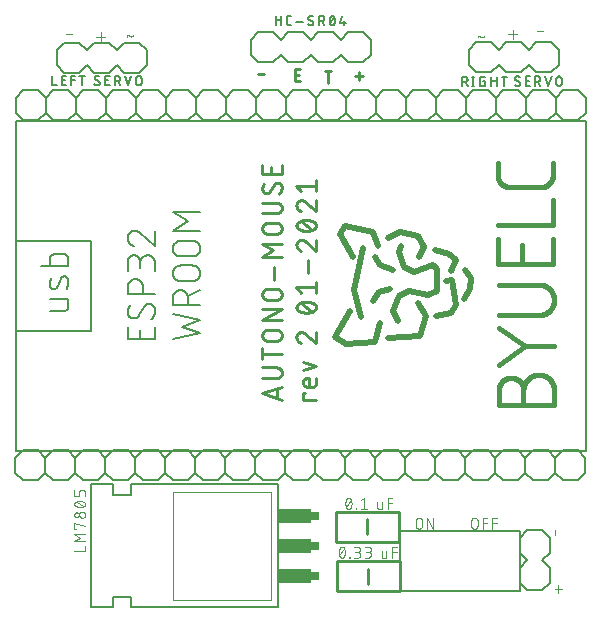
<source format=gbr>
G04 EAGLE Gerber RS-274X export*
G75*
%MOMM*%
%FSLAX34Y34*%
%LPD*%
%INSilkscreen Top*%
%IPPOS*%
%AMOC8*
5,1,8,0,0,1.08239X$1,22.5*%
G01*
%ADD10C,0.406400*%
%ADD11C,0.279400*%
%ADD12C,0.508000*%
%ADD13C,0.076200*%
%ADD14C,0.101600*%
%ADD15C,0.254000*%
%ADD16C,0.203200*%
%ADD17C,0.152400*%
%ADD18C,0.050800*%
%ADD19R,0.635000X0.762000*%
%ADD20R,2.794000X1.270000*%
%ADD21C,0.127000*%


D10*
X463296Y305760D02*
X463296Y284988D01*
X416560Y284988D01*
X416560Y305760D01*
X437332Y300567D02*
X437332Y284988D01*
X416560Y318008D02*
X463296Y318008D01*
X463296Y338780D01*
X463296Y360174D02*
X463296Y370560D01*
X463296Y360174D02*
X463293Y359923D01*
X463284Y359672D01*
X463269Y359422D01*
X463248Y359172D01*
X463220Y358922D01*
X463187Y358673D01*
X463148Y358425D01*
X463103Y358179D01*
X463051Y357933D01*
X462994Y357688D01*
X462931Y357446D01*
X462862Y357204D01*
X462788Y356965D01*
X462707Y356727D01*
X462621Y356491D01*
X462529Y356257D01*
X462432Y356026D01*
X462329Y355797D01*
X462220Y355571D01*
X462106Y355347D01*
X461987Y355127D01*
X461862Y354909D01*
X461733Y354694D01*
X461598Y354482D01*
X461458Y354274D01*
X461312Y354069D01*
X461162Y353868D01*
X461008Y353670D01*
X460848Y353477D01*
X460684Y353287D01*
X460515Y353101D01*
X460342Y352919D01*
X460165Y352742D01*
X459983Y352569D01*
X459797Y352400D01*
X459607Y352236D01*
X459414Y352076D01*
X459216Y351922D01*
X459015Y351772D01*
X458810Y351626D01*
X458602Y351486D01*
X458390Y351351D01*
X458175Y351222D01*
X457957Y351097D01*
X457737Y350978D01*
X457513Y350864D01*
X457287Y350755D01*
X457058Y350652D01*
X456827Y350555D01*
X456593Y350463D01*
X456357Y350377D01*
X456119Y350296D01*
X455880Y350222D01*
X455638Y350153D01*
X455396Y350090D01*
X455151Y350033D01*
X454905Y349981D01*
X454659Y349936D01*
X454411Y349897D01*
X454162Y349864D01*
X453912Y349836D01*
X453662Y349815D01*
X453412Y349800D01*
X453161Y349791D01*
X452910Y349788D01*
X426946Y349788D01*
X426691Y349791D01*
X426436Y349801D01*
X426182Y349816D01*
X425928Y349838D01*
X425675Y349866D01*
X425422Y349900D01*
X425170Y349941D01*
X424920Y349988D01*
X424670Y350040D01*
X424422Y350099D01*
X424176Y350164D01*
X423931Y350235D01*
X423688Y350312D01*
X423447Y350395D01*
X423208Y350484D01*
X422971Y350579D01*
X422737Y350679D01*
X422505Y350785D01*
X422276Y350897D01*
X422050Y351014D01*
X421827Y351137D01*
X421607Y351266D01*
X421390Y351399D01*
X421176Y351538D01*
X420966Y351683D01*
X420759Y351832D01*
X420556Y351986D01*
X420357Y352145D01*
X420162Y352310D01*
X419971Y352478D01*
X419784Y352652D01*
X419602Y352830D01*
X419424Y353012D01*
X419251Y353199D01*
X419082Y353390D01*
X418918Y353585D01*
X418758Y353784D01*
X418604Y353987D01*
X418455Y354194D01*
X418310Y354404D01*
X418171Y354617D01*
X418038Y354834D01*
X417909Y355055D01*
X417786Y355278D01*
X417669Y355504D01*
X417557Y355733D01*
X417451Y355965D01*
X417351Y356199D01*
X417256Y356436D01*
X417167Y356675D01*
X417084Y356916D01*
X417007Y357159D01*
X416936Y357404D01*
X416871Y357650D01*
X416812Y357898D01*
X416760Y358148D01*
X416713Y358398D01*
X416672Y358650D01*
X416638Y358903D01*
X416610Y359156D01*
X416588Y359410D01*
X416573Y359664D01*
X416563Y359919D01*
X416560Y360174D01*
X416560Y370560D01*
X438348Y178082D02*
X438348Y165100D01*
X438348Y178082D02*
X438352Y178398D01*
X438363Y178714D01*
X438383Y179030D01*
X438410Y179345D01*
X438444Y179659D01*
X438486Y179972D01*
X438536Y180284D01*
X438594Y180595D01*
X438659Y180905D01*
X438731Y181212D01*
X438811Y181518D01*
X438898Y181822D01*
X438993Y182124D01*
X439095Y182423D01*
X439205Y182720D01*
X439321Y183013D01*
X439445Y183304D01*
X439575Y183592D01*
X439713Y183877D01*
X439858Y184158D01*
X440009Y184436D01*
X440167Y184709D01*
X440332Y184979D01*
X440503Y185245D01*
X440681Y185507D01*
X440865Y185764D01*
X441055Y186016D01*
X441251Y186264D01*
X441453Y186507D01*
X441661Y186745D01*
X441875Y186978D01*
X442095Y187206D01*
X442320Y187428D01*
X442550Y187644D01*
X442785Y187855D01*
X443026Y188061D01*
X443271Y188260D01*
X443521Y188453D01*
X443776Y188640D01*
X444036Y188821D01*
X444299Y188995D01*
X444567Y189163D01*
X444839Y189325D01*
X445115Y189479D01*
X445394Y189627D01*
X445677Y189769D01*
X445963Y189903D01*
X446253Y190030D01*
X446545Y190150D01*
X446840Y190263D01*
X447138Y190369D01*
X447439Y190467D01*
X447742Y190558D01*
X448046Y190642D01*
X448353Y190718D01*
X448662Y190787D01*
X448972Y190848D01*
X449284Y190902D01*
X449596Y190948D01*
X449910Y190986D01*
X450225Y191017D01*
X450540Y191040D01*
X450856Y191055D01*
X451172Y191063D01*
X451488Y191063D01*
X451804Y191055D01*
X452120Y191040D01*
X452435Y191017D01*
X452750Y190986D01*
X453064Y190948D01*
X453376Y190902D01*
X453688Y190848D01*
X453998Y190787D01*
X454307Y190718D01*
X454614Y190642D01*
X454918Y190558D01*
X455221Y190467D01*
X455522Y190369D01*
X455820Y190263D01*
X456115Y190150D01*
X456407Y190030D01*
X456697Y189903D01*
X456983Y189769D01*
X457266Y189627D01*
X457545Y189479D01*
X457821Y189325D01*
X458093Y189163D01*
X458361Y188995D01*
X458624Y188821D01*
X458884Y188640D01*
X459139Y188453D01*
X459389Y188260D01*
X459634Y188061D01*
X459875Y187855D01*
X460110Y187644D01*
X460340Y187428D01*
X460565Y187206D01*
X460785Y186978D01*
X460999Y186745D01*
X461207Y186507D01*
X461409Y186264D01*
X461605Y186016D01*
X461795Y185764D01*
X461979Y185507D01*
X462157Y185245D01*
X462328Y184979D01*
X462493Y184709D01*
X462651Y184436D01*
X462802Y184158D01*
X462947Y183877D01*
X463085Y183592D01*
X463215Y183304D01*
X463339Y183013D01*
X463455Y182720D01*
X463565Y182423D01*
X463667Y182124D01*
X463762Y181822D01*
X463849Y181518D01*
X463929Y181212D01*
X464001Y180905D01*
X464066Y180595D01*
X464124Y180284D01*
X464174Y179972D01*
X464216Y179659D01*
X464250Y179345D01*
X464277Y179030D01*
X464297Y178714D01*
X464308Y178398D01*
X464312Y178082D01*
X464312Y165100D01*
X417576Y165100D01*
X417576Y178082D01*
X417579Y178335D01*
X417588Y178588D01*
X417604Y178840D01*
X417625Y179092D01*
X417653Y179344D01*
X417687Y179594D01*
X417727Y179844D01*
X417772Y180093D01*
X417824Y180340D01*
X417882Y180586D01*
X417946Y180831D01*
X418016Y181074D01*
X418092Y181315D01*
X418174Y181555D01*
X418261Y181792D01*
X418355Y182027D01*
X418453Y182260D01*
X418558Y182490D01*
X418668Y182718D01*
X418784Y182943D01*
X418905Y183165D01*
X419031Y183384D01*
X419163Y183600D01*
X419300Y183813D01*
X419442Y184022D01*
X419589Y184228D01*
X419742Y184430D01*
X419899Y184628D01*
X420060Y184822D01*
X420227Y185013D01*
X420398Y185199D01*
X420573Y185381D01*
X420753Y185559D01*
X420938Y185732D01*
X421126Y185901D01*
X421318Y186065D01*
X421515Y186225D01*
X421715Y186379D01*
X421919Y186529D01*
X422126Y186673D01*
X422337Y186813D01*
X422552Y186947D01*
X422769Y187077D01*
X422990Y187200D01*
X423213Y187319D01*
X423439Y187432D01*
X423668Y187539D01*
X423900Y187641D01*
X424134Y187737D01*
X424370Y187827D01*
X424609Y187912D01*
X424849Y187990D01*
X425091Y188063D01*
X425335Y188130D01*
X425580Y188191D01*
X425827Y188246D01*
X426076Y188295D01*
X426325Y188338D01*
X426575Y188375D01*
X426826Y188406D01*
X427078Y188430D01*
X427330Y188449D01*
X427583Y188461D01*
X427836Y188467D01*
X428088Y188467D01*
X428341Y188461D01*
X428594Y188449D01*
X428846Y188430D01*
X429098Y188406D01*
X429349Y188375D01*
X429599Y188338D01*
X429848Y188295D01*
X430097Y188246D01*
X430344Y188191D01*
X430589Y188130D01*
X430833Y188063D01*
X431075Y187990D01*
X431315Y187912D01*
X431554Y187827D01*
X431790Y187737D01*
X432024Y187641D01*
X432256Y187539D01*
X432485Y187432D01*
X432711Y187319D01*
X432934Y187200D01*
X433155Y187077D01*
X433372Y186947D01*
X433587Y186813D01*
X433798Y186673D01*
X434005Y186529D01*
X434209Y186379D01*
X434409Y186225D01*
X434606Y186065D01*
X434798Y185901D01*
X434986Y185732D01*
X435171Y185559D01*
X435351Y185381D01*
X435526Y185199D01*
X435697Y185013D01*
X435864Y184822D01*
X436025Y184628D01*
X436182Y184430D01*
X436335Y184228D01*
X436482Y184022D01*
X436624Y183813D01*
X436761Y183600D01*
X436893Y183384D01*
X437019Y183165D01*
X437140Y182943D01*
X437256Y182718D01*
X437366Y182490D01*
X437471Y182260D01*
X437569Y182027D01*
X437663Y181792D01*
X437750Y181555D01*
X437832Y181315D01*
X437908Y181074D01*
X437978Y180831D01*
X438042Y180586D01*
X438100Y180340D01*
X438152Y180093D01*
X438197Y179844D01*
X438237Y179594D01*
X438271Y179344D01*
X438299Y179092D01*
X438320Y178840D01*
X438336Y178588D01*
X438345Y178335D01*
X438348Y178082D01*
X417576Y199428D02*
X439646Y215006D01*
X417576Y230585D01*
X439646Y215006D02*
X464312Y215006D01*
X451330Y241394D02*
X417576Y241394D01*
X451330Y241394D02*
X451646Y241398D01*
X451962Y241409D01*
X452278Y241429D01*
X452593Y241456D01*
X452907Y241490D01*
X453220Y241532D01*
X453532Y241582D01*
X453843Y241640D01*
X454153Y241705D01*
X454460Y241777D01*
X454766Y241857D01*
X455070Y241944D01*
X455372Y242039D01*
X455671Y242141D01*
X455968Y242251D01*
X456261Y242367D01*
X456552Y242491D01*
X456840Y242621D01*
X457125Y242759D01*
X457406Y242904D01*
X457684Y243055D01*
X457957Y243213D01*
X458227Y243378D01*
X458493Y243549D01*
X458755Y243727D01*
X459012Y243911D01*
X459264Y244101D01*
X459512Y244297D01*
X459755Y244499D01*
X459993Y244707D01*
X460226Y244921D01*
X460454Y245141D01*
X460676Y245366D01*
X460892Y245596D01*
X461103Y245831D01*
X461309Y246072D01*
X461508Y246317D01*
X461701Y246567D01*
X461888Y246822D01*
X462069Y247082D01*
X462243Y247345D01*
X462411Y247613D01*
X462573Y247885D01*
X462727Y248161D01*
X462875Y248440D01*
X463017Y248723D01*
X463151Y249009D01*
X463278Y249299D01*
X463398Y249591D01*
X463511Y249886D01*
X463617Y250184D01*
X463715Y250485D01*
X463806Y250788D01*
X463890Y251092D01*
X463966Y251399D01*
X464035Y251708D01*
X464096Y252018D01*
X464150Y252330D01*
X464196Y252642D01*
X464234Y252956D01*
X464265Y253271D01*
X464288Y253586D01*
X464303Y253902D01*
X464311Y254218D01*
X464311Y254534D01*
X464303Y254850D01*
X464288Y255166D01*
X464265Y255481D01*
X464234Y255796D01*
X464196Y256110D01*
X464150Y256422D01*
X464096Y256734D01*
X464035Y257044D01*
X463966Y257353D01*
X463890Y257660D01*
X463806Y257964D01*
X463715Y258267D01*
X463617Y258568D01*
X463511Y258866D01*
X463398Y259161D01*
X463278Y259453D01*
X463151Y259743D01*
X463017Y260029D01*
X462875Y260312D01*
X462727Y260591D01*
X462573Y260867D01*
X462411Y261139D01*
X462243Y261407D01*
X462069Y261670D01*
X461888Y261930D01*
X461701Y262185D01*
X461508Y262435D01*
X461309Y262680D01*
X461103Y262921D01*
X460892Y263156D01*
X460676Y263386D01*
X460454Y263611D01*
X460226Y263831D01*
X459993Y264045D01*
X459755Y264253D01*
X459512Y264455D01*
X459264Y264651D01*
X459012Y264841D01*
X458755Y265025D01*
X458493Y265203D01*
X458227Y265374D01*
X457957Y265539D01*
X457684Y265697D01*
X457406Y265848D01*
X457125Y265993D01*
X456840Y266131D01*
X456552Y266261D01*
X456261Y266385D01*
X455968Y266501D01*
X455671Y266611D01*
X455372Y266713D01*
X455070Y266808D01*
X454766Y266895D01*
X454460Y266975D01*
X454153Y267047D01*
X453843Y267112D01*
X453532Y267170D01*
X453220Y267220D01*
X452907Y267262D01*
X452593Y267296D01*
X452278Y267323D01*
X451962Y267343D01*
X451646Y267354D01*
X451330Y267358D01*
X451330Y267359D02*
X417576Y267359D01*
D11*
X233807Y169799D02*
X217297Y175302D01*
X233807Y180806D01*
X229680Y179430D02*
X229680Y171175D01*
X229221Y188025D02*
X217297Y188025D01*
X229221Y188025D02*
X229356Y188027D01*
X229490Y188033D01*
X229624Y188043D01*
X229758Y188057D01*
X229892Y188074D01*
X230025Y188096D01*
X230157Y188122D01*
X230288Y188151D01*
X230419Y188184D01*
X230548Y188221D01*
X230677Y188262D01*
X230804Y188307D01*
X230929Y188355D01*
X231053Y188407D01*
X231176Y188463D01*
X231297Y188522D01*
X231416Y188584D01*
X231533Y188651D01*
X231649Y188720D01*
X231762Y188793D01*
X231873Y188869D01*
X231982Y188949D01*
X232088Y189032D01*
X232192Y189117D01*
X232293Y189206D01*
X232392Y189298D01*
X232488Y189392D01*
X232581Y189489D01*
X232671Y189589D01*
X232758Y189692D01*
X232842Y189797D01*
X232923Y189905D01*
X233001Y190014D01*
X233076Y190126D01*
X233147Y190241D01*
X233215Y190357D01*
X233279Y190475D01*
X233340Y190595D01*
X233398Y190717D01*
X233451Y190840D01*
X233502Y190965D01*
X233548Y191092D01*
X233591Y191219D01*
X233630Y191348D01*
X233665Y191478D01*
X233696Y191609D01*
X233724Y191741D01*
X233747Y191874D01*
X233767Y192007D01*
X233783Y192141D01*
X233795Y192275D01*
X233803Y192409D01*
X233807Y192544D01*
X233807Y192678D01*
X233803Y192813D01*
X233795Y192947D01*
X233783Y193081D01*
X233767Y193215D01*
X233747Y193348D01*
X233724Y193481D01*
X233696Y193613D01*
X233665Y193744D01*
X233630Y193874D01*
X233591Y194003D01*
X233548Y194130D01*
X233502Y194257D01*
X233451Y194382D01*
X233398Y194505D01*
X233340Y194627D01*
X233279Y194747D01*
X233215Y194865D01*
X233147Y194981D01*
X233076Y195096D01*
X233001Y195208D01*
X232923Y195317D01*
X232842Y195425D01*
X232758Y195530D01*
X232671Y195633D01*
X232581Y195733D01*
X232488Y195830D01*
X232392Y195924D01*
X232293Y196016D01*
X232192Y196105D01*
X232088Y196190D01*
X231982Y196273D01*
X231873Y196353D01*
X231762Y196429D01*
X231649Y196502D01*
X231533Y196571D01*
X231416Y196638D01*
X231297Y196700D01*
X231176Y196759D01*
X231053Y196815D01*
X230929Y196867D01*
X230804Y196915D01*
X230677Y196960D01*
X230548Y197001D01*
X230419Y197038D01*
X230288Y197071D01*
X230157Y197100D01*
X230025Y197126D01*
X229892Y197148D01*
X229758Y197165D01*
X229624Y197179D01*
X229490Y197189D01*
X229356Y197195D01*
X229221Y197197D01*
X217297Y197197D01*
X217297Y208803D02*
X233807Y208803D01*
X217297Y204217D02*
X217297Y213389D01*
X221883Y219851D02*
X229221Y219851D01*
X221883Y219851D02*
X221748Y219853D01*
X221614Y219859D01*
X221480Y219869D01*
X221346Y219883D01*
X221212Y219900D01*
X221079Y219922D01*
X220947Y219948D01*
X220816Y219977D01*
X220685Y220010D01*
X220556Y220047D01*
X220427Y220088D01*
X220300Y220133D01*
X220175Y220181D01*
X220051Y220233D01*
X219928Y220289D01*
X219807Y220348D01*
X219688Y220410D01*
X219571Y220477D01*
X219455Y220546D01*
X219342Y220619D01*
X219231Y220695D01*
X219122Y220775D01*
X219016Y220858D01*
X218912Y220943D01*
X218811Y221032D01*
X218712Y221124D01*
X218616Y221218D01*
X218523Y221315D01*
X218433Y221415D01*
X218346Y221518D01*
X218262Y221623D01*
X218181Y221731D01*
X218103Y221840D01*
X218028Y221952D01*
X217957Y222067D01*
X217889Y222183D01*
X217825Y222301D01*
X217764Y222421D01*
X217706Y222543D01*
X217653Y222666D01*
X217602Y222791D01*
X217556Y222918D01*
X217513Y223045D01*
X217474Y223174D01*
X217439Y223304D01*
X217408Y223435D01*
X217380Y223567D01*
X217357Y223700D01*
X217337Y223833D01*
X217321Y223967D01*
X217309Y224101D01*
X217301Y224235D01*
X217297Y224370D01*
X217297Y224504D01*
X217301Y224639D01*
X217309Y224773D01*
X217321Y224907D01*
X217337Y225041D01*
X217357Y225174D01*
X217380Y225307D01*
X217408Y225439D01*
X217439Y225570D01*
X217474Y225700D01*
X217513Y225829D01*
X217556Y225956D01*
X217602Y226083D01*
X217653Y226208D01*
X217706Y226331D01*
X217764Y226453D01*
X217825Y226573D01*
X217889Y226691D01*
X217957Y226807D01*
X218028Y226922D01*
X218103Y227034D01*
X218181Y227143D01*
X218262Y227251D01*
X218346Y227356D01*
X218433Y227459D01*
X218523Y227559D01*
X218616Y227656D01*
X218712Y227750D01*
X218811Y227842D01*
X218912Y227931D01*
X219016Y228016D01*
X219122Y228099D01*
X219231Y228179D01*
X219342Y228255D01*
X219455Y228328D01*
X219571Y228397D01*
X219688Y228464D01*
X219807Y228526D01*
X219928Y228585D01*
X220051Y228641D01*
X220175Y228693D01*
X220300Y228741D01*
X220427Y228786D01*
X220556Y228827D01*
X220685Y228864D01*
X220816Y228897D01*
X220947Y228926D01*
X221079Y228952D01*
X221212Y228974D01*
X221346Y228991D01*
X221480Y229005D01*
X221614Y229015D01*
X221748Y229021D01*
X221883Y229023D01*
X229221Y229023D01*
X229356Y229021D01*
X229490Y229015D01*
X229624Y229005D01*
X229758Y228991D01*
X229892Y228974D01*
X230025Y228952D01*
X230157Y228926D01*
X230288Y228897D01*
X230419Y228864D01*
X230548Y228827D01*
X230677Y228786D01*
X230804Y228741D01*
X230929Y228693D01*
X231053Y228641D01*
X231176Y228585D01*
X231297Y228526D01*
X231416Y228464D01*
X231533Y228397D01*
X231649Y228328D01*
X231762Y228255D01*
X231873Y228179D01*
X231982Y228099D01*
X232088Y228016D01*
X232192Y227931D01*
X232293Y227842D01*
X232392Y227750D01*
X232488Y227656D01*
X232581Y227559D01*
X232671Y227459D01*
X232758Y227356D01*
X232842Y227251D01*
X232923Y227143D01*
X233001Y227034D01*
X233076Y226922D01*
X233147Y226807D01*
X233215Y226691D01*
X233279Y226573D01*
X233340Y226453D01*
X233398Y226331D01*
X233451Y226208D01*
X233502Y226083D01*
X233548Y225956D01*
X233591Y225829D01*
X233630Y225700D01*
X233665Y225570D01*
X233696Y225439D01*
X233724Y225307D01*
X233747Y225174D01*
X233767Y225041D01*
X233783Y224907D01*
X233795Y224773D01*
X233803Y224639D01*
X233807Y224504D01*
X233807Y224370D01*
X233803Y224235D01*
X233795Y224101D01*
X233783Y223967D01*
X233767Y223833D01*
X233747Y223700D01*
X233724Y223567D01*
X233696Y223435D01*
X233665Y223304D01*
X233630Y223174D01*
X233591Y223045D01*
X233548Y222918D01*
X233502Y222791D01*
X233451Y222666D01*
X233398Y222543D01*
X233340Y222421D01*
X233279Y222301D01*
X233215Y222183D01*
X233147Y222067D01*
X233076Y221952D01*
X233001Y221840D01*
X232923Y221731D01*
X232842Y221623D01*
X232758Y221518D01*
X232671Y221415D01*
X232581Y221315D01*
X232488Y221218D01*
X232392Y221124D01*
X232293Y221032D01*
X232192Y220943D01*
X232088Y220858D01*
X231982Y220775D01*
X231873Y220695D01*
X231762Y220619D01*
X231649Y220546D01*
X231533Y220477D01*
X231416Y220410D01*
X231297Y220348D01*
X231176Y220289D01*
X231053Y220233D01*
X230929Y220181D01*
X230804Y220133D01*
X230677Y220088D01*
X230548Y220047D01*
X230419Y220010D01*
X230288Y219977D01*
X230157Y219948D01*
X230025Y219922D01*
X229892Y219900D01*
X229758Y219883D01*
X229624Y219869D01*
X229490Y219859D01*
X229356Y219853D01*
X229221Y219851D01*
X233807Y237160D02*
X217297Y237160D01*
X233807Y246332D01*
X217297Y246332D01*
X221883Y254468D02*
X229221Y254468D01*
X221883Y254469D02*
X221748Y254471D01*
X221614Y254477D01*
X221480Y254487D01*
X221346Y254501D01*
X221212Y254518D01*
X221079Y254540D01*
X220947Y254566D01*
X220816Y254595D01*
X220685Y254628D01*
X220556Y254665D01*
X220427Y254706D01*
X220300Y254751D01*
X220175Y254799D01*
X220051Y254851D01*
X219928Y254907D01*
X219807Y254966D01*
X219688Y255028D01*
X219571Y255095D01*
X219455Y255164D01*
X219342Y255237D01*
X219231Y255313D01*
X219122Y255393D01*
X219016Y255476D01*
X218912Y255561D01*
X218811Y255650D01*
X218712Y255742D01*
X218616Y255836D01*
X218523Y255933D01*
X218433Y256033D01*
X218346Y256136D01*
X218262Y256241D01*
X218181Y256349D01*
X218103Y256458D01*
X218028Y256570D01*
X217957Y256685D01*
X217889Y256801D01*
X217825Y256919D01*
X217764Y257039D01*
X217706Y257161D01*
X217653Y257284D01*
X217602Y257409D01*
X217556Y257536D01*
X217513Y257663D01*
X217474Y257792D01*
X217439Y257922D01*
X217408Y258053D01*
X217380Y258185D01*
X217357Y258318D01*
X217337Y258451D01*
X217321Y258585D01*
X217309Y258719D01*
X217301Y258853D01*
X217297Y258988D01*
X217297Y259122D01*
X217301Y259257D01*
X217309Y259391D01*
X217321Y259525D01*
X217337Y259659D01*
X217357Y259792D01*
X217380Y259925D01*
X217408Y260057D01*
X217439Y260188D01*
X217474Y260318D01*
X217513Y260447D01*
X217556Y260574D01*
X217602Y260701D01*
X217653Y260826D01*
X217706Y260949D01*
X217764Y261071D01*
X217825Y261191D01*
X217889Y261309D01*
X217957Y261425D01*
X218028Y261540D01*
X218103Y261652D01*
X218181Y261761D01*
X218262Y261869D01*
X218346Y261974D01*
X218433Y262077D01*
X218523Y262177D01*
X218616Y262274D01*
X218712Y262368D01*
X218811Y262460D01*
X218912Y262549D01*
X219016Y262634D01*
X219122Y262717D01*
X219231Y262797D01*
X219342Y262873D01*
X219455Y262946D01*
X219571Y263015D01*
X219688Y263082D01*
X219807Y263144D01*
X219928Y263203D01*
X220051Y263259D01*
X220175Y263311D01*
X220300Y263359D01*
X220427Y263404D01*
X220556Y263445D01*
X220685Y263482D01*
X220816Y263515D01*
X220947Y263544D01*
X221079Y263570D01*
X221212Y263592D01*
X221346Y263609D01*
X221480Y263623D01*
X221614Y263633D01*
X221748Y263639D01*
X221883Y263641D01*
X229221Y263641D01*
X229356Y263639D01*
X229490Y263633D01*
X229624Y263623D01*
X229758Y263609D01*
X229892Y263592D01*
X230025Y263570D01*
X230157Y263544D01*
X230288Y263515D01*
X230419Y263482D01*
X230548Y263445D01*
X230677Y263404D01*
X230804Y263359D01*
X230929Y263311D01*
X231053Y263259D01*
X231176Y263203D01*
X231297Y263144D01*
X231416Y263082D01*
X231533Y263015D01*
X231649Y262946D01*
X231762Y262873D01*
X231873Y262797D01*
X231982Y262717D01*
X232088Y262634D01*
X232192Y262549D01*
X232293Y262460D01*
X232392Y262368D01*
X232488Y262274D01*
X232581Y262177D01*
X232671Y262077D01*
X232758Y261974D01*
X232842Y261869D01*
X232923Y261761D01*
X233001Y261652D01*
X233076Y261540D01*
X233147Y261425D01*
X233215Y261309D01*
X233279Y261191D01*
X233340Y261071D01*
X233398Y260949D01*
X233451Y260826D01*
X233502Y260701D01*
X233548Y260574D01*
X233591Y260447D01*
X233630Y260318D01*
X233665Y260188D01*
X233696Y260057D01*
X233724Y259925D01*
X233747Y259792D01*
X233767Y259659D01*
X233783Y259525D01*
X233795Y259391D01*
X233803Y259257D01*
X233807Y259122D01*
X233807Y258988D01*
X233803Y258853D01*
X233795Y258719D01*
X233783Y258585D01*
X233767Y258451D01*
X233747Y258318D01*
X233724Y258185D01*
X233696Y258053D01*
X233665Y257922D01*
X233630Y257792D01*
X233591Y257663D01*
X233548Y257536D01*
X233502Y257409D01*
X233451Y257284D01*
X233398Y257161D01*
X233340Y257039D01*
X233279Y256919D01*
X233215Y256801D01*
X233147Y256685D01*
X233076Y256570D01*
X233001Y256458D01*
X232923Y256349D01*
X232842Y256241D01*
X232758Y256136D01*
X232671Y256033D01*
X232581Y255933D01*
X232488Y255836D01*
X232392Y255742D01*
X232293Y255650D01*
X232192Y255561D01*
X232088Y255476D01*
X231982Y255393D01*
X231873Y255313D01*
X231762Y255237D01*
X231649Y255164D01*
X231533Y255095D01*
X231416Y255028D01*
X231297Y254966D01*
X231176Y254907D01*
X231053Y254851D01*
X230929Y254799D01*
X230804Y254751D01*
X230677Y254706D01*
X230548Y254665D01*
X230419Y254628D01*
X230288Y254595D01*
X230157Y254566D01*
X230025Y254540D01*
X229892Y254518D01*
X229758Y254501D01*
X229624Y254487D01*
X229490Y254477D01*
X229356Y254471D01*
X229221Y254469D01*
X227386Y271418D02*
X227386Y282425D01*
X233807Y290961D02*
X217297Y290961D01*
X226469Y296464D01*
X217297Y301967D01*
X233807Y301967D01*
X229221Y310303D02*
X221883Y310303D01*
X221748Y310305D01*
X221614Y310311D01*
X221480Y310321D01*
X221346Y310335D01*
X221212Y310352D01*
X221079Y310374D01*
X220947Y310400D01*
X220816Y310429D01*
X220685Y310462D01*
X220556Y310499D01*
X220427Y310540D01*
X220300Y310585D01*
X220175Y310633D01*
X220051Y310685D01*
X219928Y310741D01*
X219807Y310800D01*
X219688Y310862D01*
X219571Y310929D01*
X219455Y310998D01*
X219342Y311071D01*
X219231Y311147D01*
X219122Y311227D01*
X219016Y311310D01*
X218912Y311395D01*
X218811Y311484D01*
X218712Y311576D01*
X218616Y311670D01*
X218523Y311767D01*
X218433Y311867D01*
X218346Y311970D01*
X218262Y312075D01*
X218181Y312183D01*
X218103Y312292D01*
X218028Y312404D01*
X217957Y312519D01*
X217889Y312635D01*
X217825Y312753D01*
X217764Y312873D01*
X217706Y312995D01*
X217653Y313118D01*
X217602Y313243D01*
X217556Y313370D01*
X217513Y313497D01*
X217474Y313626D01*
X217439Y313756D01*
X217408Y313887D01*
X217380Y314019D01*
X217357Y314152D01*
X217337Y314285D01*
X217321Y314419D01*
X217309Y314553D01*
X217301Y314687D01*
X217297Y314822D01*
X217297Y314956D01*
X217301Y315091D01*
X217309Y315225D01*
X217321Y315359D01*
X217337Y315493D01*
X217357Y315626D01*
X217380Y315759D01*
X217408Y315891D01*
X217439Y316022D01*
X217474Y316152D01*
X217513Y316281D01*
X217556Y316408D01*
X217602Y316535D01*
X217653Y316660D01*
X217706Y316783D01*
X217764Y316905D01*
X217825Y317025D01*
X217889Y317143D01*
X217957Y317259D01*
X218028Y317374D01*
X218103Y317486D01*
X218181Y317595D01*
X218262Y317703D01*
X218346Y317808D01*
X218433Y317911D01*
X218523Y318011D01*
X218616Y318108D01*
X218712Y318202D01*
X218811Y318294D01*
X218912Y318383D01*
X219016Y318468D01*
X219122Y318551D01*
X219231Y318631D01*
X219342Y318707D01*
X219455Y318780D01*
X219571Y318849D01*
X219688Y318916D01*
X219807Y318978D01*
X219928Y319037D01*
X220051Y319093D01*
X220175Y319145D01*
X220300Y319193D01*
X220427Y319238D01*
X220556Y319279D01*
X220685Y319316D01*
X220816Y319349D01*
X220947Y319378D01*
X221079Y319404D01*
X221212Y319426D01*
X221346Y319443D01*
X221480Y319457D01*
X221614Y319467D01*
X221748Y319473D01*
X221883Y319475D01*
X229221Y319475D01*
X229356Y319473D01*
X229490Y319467D01*
X229624Y319457D01*
X229758Y319443D01*
X229892Y319426D01*
X230025Y319404D01*
X230157Y319378D01*
X230288Y319349D01*
X230419Y319316D01*
X230548Y319279D01*
X230677Y319238D01*
X230804Y319193D01*
X230929Y319145D01*
X231053Y319093D01*
X231176Y319037D01*
X231297Y318978D01*
X231416Y318916D01*
X231533Y318849D01*
X231649Y318780D01*
X231762Y318707D01*
X231873Y318631D01*
X231982Y318551D01*
X232088Y318468D01*
X232192Y318383D01*
X232293Y318294D01*
X232392Y318202D01*
X232488Y318108D01*
X232581Y318011D01*
X232671Y317911D01*
X232758Y317808D01*
X232842Y317703D01*
X232923Y317595D01*
X233001Y317486D01*
X233076Y317374D01*
X233147Y317259D01*
X233215Y317143D01*
X233279Y317025D01*
X233340Y316905D01*
X233398Y316783D01*
X233451Y316660D01*
X233502Y316535D01*
X233548Y316408D01*
X233591Y316281D01*
X233630Y316152D01*
X233665Y316022D01*
X233696Y315891D01*
X233724Y315759D01*
X233747Y315626D01*
X233767Y315493D01*
X233783Y315359D01*
X233795Y315225D01*
X233803Y315091D01*
X233807Y314956D01*
X233807Y314822D01*
X233803Y314687D01*
X233795Y314553D01*
X233783Y314419D01*
X233767Y314285D01*
X233747Y314152D01*
X233724Y314019D01*
X233696Y313887D01*
X233665Y313756D01*
X233630Y313626D01*
X233591Y313497D01*
X233548Y313370D01*
X233502Y313243D01*
X233451Y313118D01*
X233398Y312995D01*
X233340Y312873D01*
X233279Y312753D01*
X233215Y312635D01*
X233147Y312519D01*
X233076Y312404D01*
X233001Y312292D01*
X232923Y312183D01*
X232842Y312075D01*
X232758Y311970D01*
X232671Y311867D01*
X232581Y311767D01*
X232488Y311670D01*
X232392Y311576D01*
X232293Y311484D01*
X232192Y311395D01*
X232088Y311310D01*
X231982Y311227D01*
X231873Y311147D01*
X231762Y311071D01*
X231649Y310998D01*
X231533Y310929D01*
X231416Y310862D01*
X231297Y310800D01*
X231176Y310741D01*
X231053Y310685D01*
X230929Y310633D01*
X230804Y310585D01*
X230677Y310540D01*
X230548Y310499D01*
X230419Y310462D01*
X230288Y310429D01*
X230157Y310400D01*
X230025Y310374D01*
X229892Y310352D01*
X229758Y310335D01*
X229624Y310321D01*
X229490Y310311D01*
X229356Y310305D01*
X229221Y310303D01*
X229221Y327612D02*
X217297Y327612D01*
X229221Y327612D02*
X229356Y327614D01*
X229490Y327620D01*
X229624Y327630D01*
X229758Y327644D01*
X229892Y327661D01*
X230025Y327683D01*
X230157Y327709D01*
X230288Y327738D01*
X230419Y327771D01*
X230548Y327808D01*
X230677Y327849D01*
X230804Y327894D01*
X230929Y327942D01*
X231053Y327994D01*
X231176Y328050D01*
X231297Y328109D01*
X231416Y328171D01*
X231533Y328238D01*
X231649Y328307D01*
X231762Y328380D01*
X231873Y328456D01*
X231982Y328536D01*
X232088Y328619D01*
X232192Y328704D01*
X232293Y328793D01*
X232392Y328885D01*
X232488Y328979D01*
X232581Y329076D01*
X232671Y329176D01*
X232758Y329279D01*
X232842Y329384D01*
X232923Y329492D01*
X233001Y329601D01*
X233076Y329713D01*
X233147Y329828D01*
X233215Y329944D01*
X233279Y330062D01*
X233340Y330182D01*
X233398Y330304D01*
X233451Y330427D01*
X233502Y330552D01*
X233548Y330679D01*
X233591Y330806D01*
X233630Y330935D01*
X233665Y331065D01*
X233696Y331196D01*
X233724Y331328D01*
X233747Y331461D01*
X233767Y331594D01*
X233783Y331728D01*
X233795Y331862D01*
X233803Y331996D01*
X233807Y332131D01*
X233807Y332265D01*
X233803Y332400D01*
X233795Y332534D01*
X233783Y332668D01*
X233767Y332802D01*
X233747Y332935D01*
X233724Y333068D01*
X233696Y333200D01*
X233665Y333331D01*
X233630Y333461D01*
X233591Y333590D01*
X233548Y333717D01*
X233502Y333844D01*
X233451Y333969D01*
X233398Y334092D01*
X233340Y334214D01*
X233279Y334334D01*
X233215Y334452D01*
X233147Y334568D01*
X233076Y334683D01*
X233001Y334795D01*
X232923Y334904D01*
X232842Y335012D01*
X232758Y335117D01*
X232671Y335220D01*
X232581Y335320D01*
X232488Y335417D01*
X232392Y335511D01*
X232293Y335603D01*
X232192Y335692D01*
X232088Y335777D01*
X231982Y335860D01*
X231873Y335940D01*
X231762Y336016D01*
X231649Y336089D01*
X231533Y336158D01*
X231416Y336225D01*
X231297Y336287D01*
X231176Y336346D01*
X231053Y336402D01*
X230929Y336454D01*
X230804Y336502D01*
X230677Y336547D01*
X230548Y336588D01*
X230419Y336625D01*
X230288Y336658D01*
X230157Y336687D01*
X230025Y336713D01*
X229892Y336735D01*
X229758Y336752D01*
X229624Y336766D01*
X229490Y336776D01*
X229356Y336782D01*
X229221Y336784D01*
X217297Y336784D01*
X233807Y349866D02*
X233805Y349986D01*
X233799Y350106D01*
X233789Y350226D01*
X233776Y350345D01*
X233758Y350464D01*
X233737Y350582D01*
X233711Y350699D01*
X233682Y350816D01*
X233649Y350931D01*
X233612Y351045D01*
X233572Y351158D01*
X233528Y351270D01*
X233480Y351380D01*
X233429Y351489D01*
X233374Y351596D01*
X233315Y351701D01*
X233254Y351803D01*
X233189Y351904D01*
X233120Y352003D01*
X233049Y352100D01*
X232974Y352194D01*
X232897Y352285D01*
X232816Y352374D01*
X232732Y352460D01*
X232646Y352544D01*
X232557Y352625D01*
X232466Y352702D01*
X232372Y352777D01*
X232275Y352848D01*
X232176Y352917D01*
X232075Y352982D01*
X231973Y353043D01*
X231868Y353102D01*
X231761Y353157D01*
X231652Y353208D01*
X231542Y353256D01*
X231430Y353300D01*
X231317Y353340D01*
X231203Y353377D01*
X231088Y353410D01*
X230971Y353439D01*
X230854Y353465D01*
X230736Y353486D01*
X230617Y353504D01*
X230498Y353517D01*
X230378Y353527D01*
X230258Y353533D01*
X230138Y353535D01*
X233807Y349866D02*
X233805Y349681D01*
X233798Y349495D01*
X233787Y349310D01*
X233772Y349125D01*
X233752Y348941D01*
X233727Y348757D01*
X233699Y348574D01*
X233665Y348391D01*
X233628Y348210D01*
X233586Y348029D01*
X233540Y347849D01*
X233490Y347671D01*
X233435Y347494D01*
X233376Y347318D01*
X233313Y347144D01*
X233246Y346971D01*
X233175Y346799D01*
X233099Y346630D01*
X233020Y346462D01*
X232936Y346297D01*
X232849Y346133D01*
X232758Y345972D01*
X232663Y345813D01*
X232564Y345656D01*
X232461Y345501D01*
X232355Y345349D01*
X232245Y345200D01*
X232132Y345053D01*
X232015Y344909D01*
X231894Y344768D01*
X231771Y344630D01*
X231644Y344495D01*
X231514Y344362D01*
X220966Y344821D02*
X220846Y344823D01*
X220726Y344829D01*
X220606Y344839D01*
X220487Y344852D01*
X220368Y344870D01*
X220250Y344891D01*
X220133Y344917D01*
X220016Y344946D01*
X219901Y344979D01*
X219787Y345016D01*
X219674Y345056D01*
X219562Y345100D01*
X219452Y345148D01*
X219343Y345199D01*
X219236Y345254D01*
X219132Y345313D01*
X219029Y345374D01*
X218928Y345439D01*
X218829Y345508D01*
X218732Y345579D01*
X218638Y345654D01*
X218547Y345731D01*
X218458Y345812D01*
X218372Y345896D01*
X218288Y345982D01*
X218207Y346071D01*
X218130Y346162D01*
X218055Y346256D01*
X217984Y346353D01*
X217915Y346452D01*
X217850Y346553D01*
X217789Y346656D01*
X217730Y346760D01*
X217675Y346867D01*
X217624Y346976D01*
X217576Y347086D01*
X217532Y347198D01*
X217492Y347311D01*
X217455Y347425D01*
X217422Y347540D01*
X217393Y347657D01*
X217367Y347774D01*
X217346Y347892D01*
X217328Y348011D01*
X217315Y348130D01*
X217305Y348250D01*
X217299Y348370D01*
X217297Y348490D01*
X217299Y348654D01*
X217305Y348818D01*
X217315Y348981D01*
X217328Y349145D01*
X217346Y349308D01*
X217367Y349470D01*
X217393Y349632D01*
X217422Y349794D01*
X217455Y349954D01*
X217491Y350114D01*
X217532Y350273D01*
X217576Y350431D01*
X217625Y350587D01*
X217676Y350743D01*
X217732Y350897D01*
X217791Y351050D01*
X217854Y351202D01*
X217920Y351351D01*
X217990Y351500D01*
X218064Y351646D01*
X218141Y351791D01*
X218221Y351934D01*
X218305Y352075D01*
X218392Y352214D01*
X218482Y352351D01*
X218576Y352485D01*
X218673Y352617D01*
X224176Y346655D02*
X224113Y346552D01*
X224047Y346451D01*
X223977Y346352D01*
X223904Y346256D01*
X223828Y346162D01*
X223750Y346070D01*
X223668Y345981D01*
X223583Y345895D01*
X223496Y345811D01*
X223406Y345731D01*
X223313Y345653D01*
X223218Y345578D01*
X223120Y345507D01*
X223021Y345439D01*
X222919Y345374D01*
X222815Y345312D01*
X222709Y345254D01*
X222601Y345199D01*
X222491Y345148D01*
X222380Y345100D01*
X222268Y345056D01*
X222154Y345015D01*
X222039Y344979D01*
X221922Y344946D01*
X221805Y344917D01*
X221687Y344891D01*
X221568Y344870D01*
X221448Y344852D01*
X221328Y344839D01*
X221208Y344829D01*
X221087Y344823D01*
X220966Y344821D01*
X226928Y351700D02*
X226991Y351803D01*
X227057Y351904D01*
X227127Y352003D01*
X227200Y352099D01*
X227276Y352193D01*
X227354Y352285D01*
X227436Y352374D01*
X227521Y352460D01*
X227608Y352544D01*
X227698Y352624D01*
X227791Y352702D01*
X227886Y352777D01*
X227984Y352848D01*
X228083Y352916D01*
X228185Y352981D01*
X228289Y353043D01*
X228395Y353101D01*
X228503Y353156D01*
X228613Y353207D01*
X228724Y353255D01*
X228836Y353299D01*
X228950Y353340D01*
X229065Y353376D01*
X229182Y353409D01*
X229299Y353438D01*
X229417Y353464D01*
X229536Y353485D01*
X229656Y353503D01*
X229776Y353516D01*
X229896Y353526D01*
X230017Y353532D01*
X230138Y353534D01*
X226928Y351700D02*
X224176Y346655D01*
X233807Y361157D02*
X233807Y368495D01*
X233807Y361157D02*
X217297Y361157D01*
X217297Y368495D01*
X224635Y366661D02*
X224635Y361157D01*
X251756Y169799D02*
X262763Y169799D01*
X251756Y169799D02*
X251756Y175302D01*
X253591Y175302D01*
X262763Y183593D02*
X262763Y188179D01*
X262763Y183593D02*
X262761Y183490D01*
X262755Y183387D01*
X262746Y183285D01*
X262732Y183183D01*
X262715Y183081D01*
X262694Y182981D01*
X262669Y182881D01*
X262641Y182782D01*
X262609Y182684D01*
X262573Y182588D01*
X262533Y182493D01*
X262490Y182399D01*
X262444Y182307D01*
X262394Y182217D01*
X262341Y182129D01*
X262285Y182043D01*
X262225Y181959D01*
X262163Y181877D01*
X262097Y181798D01*
X262028Y181721D01*
X261957Y181647D01*
X261883Y181576D01*
X261806Y181507D01*
X261727Y181441D01*
X261645Y181379D01*
X261561Y181319D01*
X261475Y181263D01*
X261387Y181210D01*
X261297Y181160D01*
X261205Y181114D01*
X261112Y181071D01*
X261016Y181031D01*
X260920Y180995D01*
X260822Y180963D01*
X260723Y180935D01*
X260623Y180910D01*
X260523Y180889D01*
X260421Y180872D01*
X260319Y180858D01*
X260217Y180849D01*
X260114Y180843D01*
X260011Y180841D01*
X260011Y180842D02*
X255425Y180842D01*
X255425Y180841D02*
X255305Y180843D01*
X255185Y180849D01*
X255065Y180859D01*
X254946Y180872D01*
X254827Y180890D01*
X254709Y180911D01*
X254592Y180937D01*
X254475Y180966D01*
X254360Y180999D01*
X254246Y181036D01*
X254133Y181076D01*
X254021Y181120D01*
X253911Y181168D01*
X253802Y181219D01*
X253695Y181274D01*
X253591Y181333D01*
X253488Y181394D01*
X253387Y181459D01*
X253288Y181528D01*
X253191Y181599D01*
X253097Y181674D01*
X253006Y181751D01*
X252917Y181832D01*
X252831Y181916D01*
X252747Y182002D01*
X252666Y182091D01*
X252589Y182182D01*
X252514Y182276D01*
X252443Y182373D01*
X252374Y182472D01*
X252309Y182573D01*
X252248Y182675D01*
X252189Y182780D01*
X252134Y182887D01*
X252083Y182996D01*
X252035Y183106D01*
X251991Y183218D01*
X251951Y183331D01*
X251914Y183445D01*
X251881Y183560D01*
X251852Y183677D01*
X251826Y183794D01*
X251805Y183912D01*
X251787Y184031D01*
X251774Y184150D01*
X251764Y184270D01*
X251758Y184390D01*
X251756Y184510D01*
X251758Y184630D01*
X251764Y184750D01*
X251774Y184870D01*
X251787Y184989D01*
X251805Y185108D01*
X251826Y185226D01*
X251852Y185343D01*
X251881Y185460D01*
X251914Y185575D01*
X251951Y185689D01*
X251991Y185802D01*
X252035Y185914D01*
X252083Y186024D01*
X252134Y186133D01*
X252189Y186240D01*
X252248Y186345D01*
X252309Y186447D01*
X252374Y186548D01*
X252443Y186647D01*
X252514Y186744D01*
X252589Y186838D01*
X252666Y186929D01*
X252747Y187018D01*
X252831Y187104D01*
X252917Y187188D01*
X253006Y187269D01*
X253097Y187346D01*
X253191Y187421D01*
X253288Y187492D01*
X253387Y187561D01*
X253488Y187626D01*
X253591Y187687D01*
X253695Y187746D01*
X253802Y187801D01*
X253911Y187852D01*
X254021Y187900D01*
X254133Y187944D01*
X254246Y187984D01*
X254360Y188021D01*
X254475Y188054D01*
X254592Y188083D01*
X254709Y188109D01*
X254827Y188130D01*
X254946Y188148D01*
X255065Y188161D01*
X255185Y188171D01*
X255305Y188177D01*
X255425Y188179D01*
X257260Y188179D01*
X257260Y180842D01*
X251756Y194800D02*
X262763Y198469D01*
X251756Y202138D01*
X246253Y222937D02*
X246255Y223064D01*
X246261Y223191D01*
X246271Y223318D01*
X246284Y223444D01*
X246302Y223570D01*
X246323Y223696D01*
X246349Y223820D01*
X246378Y223944D01*
X246411Y224067D01*
X246447Y224188D01*
X246488Y224309D01*
X246532Y224428D01*
X246580Y224546D01*
X246631Y224662D01*
X246686Y224777D01*
X246744Y224890D01*
X246806Y225001D01*
X246871Y225110D01*
X246940Y225217D01*
X247012Y225322D01*
X247087Y225425D01*
X247165Y225525D01*
X247246Y225623D01*
X247330Y225718D01*
X247417Y225811D01*
X247507Y225901D01*
X247600Y225988D01*
X247695Y226072D01*
X247793Y226153D01*
X247893Y226231D01*
X247996Y226306D01*
X248101Y226378D01*
X248208Y226447D01*
X248317Y226512D01*
X248428Y226574D01*
X248541Y226632D01*
X248656Y226687D01*
X248772Y226738D01*
X248890Y226786D01*
X249009Y226830D01*
X249130Y226871D01*
X249251Y226907D01*
X249374Y226940D01*
X249498Y226969D01*
X249622Y226995D01*
X249748Y227016D01*
X249874Y227034D01*
X250000Y227047D01*
X250127Y227057D01*
X250254Y227063D01*
X250381Y227065D01*
X246253Y222937D02*
X246255Y222792D01*
X246261Y222647D01*
X246271Y222503D01*
X246285Y222358D01*
X246302Y222214D01*
X246324Y222071D01*
X246350Y221928D01*
X246379Y221786D01*
X246413Y221645D01*
X246450Y221505D01*
X246491Y221366D01*
X246536Y221228D01*
X246584Y221092D01*
X246637Y220956D01*
X246693Y220823D01*
X246752Y220691D01*
X246816Y220560D01*
X246882Y220431D01*
X246952Y220305D01*
X247026Y220180D01*
X247103Y220057D01*
X247184Y219936D01*
X247267Y219818D01*
X247354Y219702D01*
X247444Y219588D01*
X247537Y219477D01*
X247633Y219368D01*
X247732Y219263D01*
X247834Y219159D01*
X247939Y219059D01*
X248046Y218962D01*
X248156Y218867D01*
X248269Y218776D01*
X248384Y218688D01*
X248501Y218602D01*
X248621Y218520D01*
X248742Y218442D01*
X248866Y218367D01*
X248992Y218295D01*
X249120Y218227D01*
X249250Y218162D01*
X249381Y218100D01*
X249514Y218043D01*
X249649Y217989D01*
X249785Y217939D01*
X249922Y217892D01*
X253591Y225688D02*
X253501Y225780D01*
X253409Y225869D01*
X253314Y225955D01*
X253217Y226038D01*
X253117Y226119D01*
X253015Y226197D01*
X252911Y226271D01*
X252805Y226343D01*
X252696Y226411D01*
X252586Y226477D01*
X252474Y226539D01*
X252360Y226598D01*
X252244Y226653D01*
X252127Y226706D01*
X252009Y226754D01*
X251889Y226800D01*
X251768Y226842D01*
X251645Y226880D01*
X251522Y226915D01*
X251398Y226946D01*
X251272Y226973D01*
X251146Y226997D01*
X251020Y227018D01*
X250893Y227034D01*
X250765Y227047D01*
X250637Y227057D01*
X250509Y227062D01*
X250381Y227064D01*
X253591Y225688D02*
X262763Y217892D01*
X262763Y227064D01*
X254508Y243576D02*
X254183Y243580D01*
X253859Y243592D01*
X253534Y243611D01*
X253211Y243638D01*
X252888Y243673D01*
X252566Y243715D01*
X252245Y243766D01*
X251925Y243823D01*
X251607Y243889D01*
X251291Y243962D01*
X250976Y244042D01*
X250663Y244131D01*
X250353Y244226D01*
X250045Y244329D01*
X249739Y244439D01*
X249436Y244557D01*
X249136Y244681D01*
X248840Y244813D01*
X248546Y244952D01*
X248546Y244951D02*
X248439Y244990D01*
X248334Y245032D01*
X248229Y245078D01*
X248127Y245127D01*
X248026Y245180D01*
X247927Y245236D01*
X247830Y245295D01*
X247735Y245358D01*
X247642Y245424D01*
X247551Y245492D01*
X247463Y245564D01*
X247377Y245639D01*
X247294Y245716D01*
X247213Y245797D01*
X247135Y245880D01*
X247060Y245965D01*
X246988Y246053D01*
X246919Y246143D01*
X246853Y246236D01*
X246790Y246331D01*
X246730Y246427D01*
X246673Y246526D01*
X246620Y246627D01*
X246570Y246729D01*
X246524Y246833D01*
X246481Y246938D01*
X246442Y247045D01*
X246406Y247153D01*
X246374Y247263D01*
X246346Y247373D01*
X246321Y247484D01*
X246301Y247596D01*
X246283Y247708D01*
X246270Y247821D01*
X246261Y247935D01*
X246255Y248048D01*
X246253Y248162D01*
X246255Y248276D01*
X246261Y248389D01*
X246270Y248503D01*
X246283Y248616D01*
X246301Y248728D01*
X246321Y248840D01*
X246346Y248951D01*
X246374Y249061D01*
X246406Y249171D01*
X246442Y249279D01*
X246481Y249386D01*
X246524Y249491D01*
X246570Y249595D01*
X246620Y249697D01*
X246673Y249798D01*
X246730Y249897D01*
X246790Y249993D01*
X246853Y250088D01*
X246919Y250181D01*
X246988Y250271D01*
X247060Y250359D01*
X247135Y250445D01*
X247213Y250527D01*
X247294Y250608D01*
X247377Y250685D01*
X247463Y250760D01*
X247551Y250832D01*
X247642Y250900D01*
X247735Y250966D01*
X247830Y251029D01*
X247927Y251088D01*
X248026Y251144D01*
X248127Y251197D01*
X248229Y251246D01*
X248334Y251292D01*
X248439Y251334D01*
X248546Y251373D01*
X248546Y251372D02*
X248840Y251511D01*
X249137Y251643D01*
X249437Y251767D01*
X249739Y251885D01*
X250045Y251995D01*
X250353Y252098D01*
X250663Y252194D01*
X250976Y252282D01*
X251291Y252362D01*
X251607Y252435D01*
X251925Y252501D01*
X252245Y252558D01*
X252566Y252609D01*
X252888Y252651D01*
X253211Y252686D01*
X253534Y252713D01*
X253859Y252732D01*
X254183Y252744D01*
X254508Y252748D01*
X254508Y243576D02*
X254833Y243580D01*
X255157Y243592D01*
X255482Y243611D01*
X255805Y243638D01*
X256128Y243673D01*
X256450Y243715D01*
X256771Y243766D01*
X257091Y243823D01*
X257409Y243889D01*
X257725Y243962D01*
X258040Y244042D01*
X258353Y244131D01*
X258663Y244226D01*
X258971Y244329D01*
X259277Y244439D01*
X259580Y244557D01*
X259880Y244681D01*
X260176Y244813D01*
X260470Y244952D01*
X260470Y244951D02*
X260577Y244990D01*
X260682Y245032D01*
X260787Y245078D01*
X260889Y245127D01*
X260990Y245180D01*
X261089Y245236D01*
X261186Y245295D01*
X261281Y245358D01*
X261374Y245424D01*
X261465Y245492D01*
X261553Y245564D01*
X261639Y245639D01*
X261722Y245716D01*
X261803Y245797D01*
X261881Y245880D01*
X261956Y245965D01*
X262028Y246053D01*
X262097Y246143D01*
X262164Y246236D01*
X262227Y246331D01*
X262286Y246427D01*
X262343Y246526D01*
X262396Y246627D01*
X262446Y246729D01*
X262492Y246833D01*
X262535Y246939D01*
X262574Y247045D01*
X262610Y247153D01*
X262642Y247263D01*
X262670Y247373D01*
X262695Y247484D01*
X262715Y247596D01*
X262733Y247708D01*
X262746Y247821D01*
X262755Y247935D01*
X262761Y248048D01*
X262763Y248162D01*
X260470Y251372D02*
X260176Y251511D01*
X259879Y251643D01*
X259579Y251767D01*
X259277Y251885D01*
X258971Y251995D01*
X258663Y252098D01*
X258353Y252194D01*
X258040Y252282D01*
X257725Y252362D01*
X257409Y252435D01*
X257091Y252501D01*
X256771Y252558D01*
X256450Y252609D01*
X256128Y252651D01*
X255805Y252686D01*
X255482Y252713D01*
X255157Y252732D01*
X254833Y252744D01*
X254508Y252748D01*
X260470Y251373D02*
X260577Y251334D01*
X260682Y251292D01*
X260787Y251246D01*
X260889Y251197D01*
X260990Y251144D01*
X261089Y251088D01*
X261186Y251029D01*
X261281Y250966D01*
X261374Y250900D01*
X261465Y250832D01*
X261553Y250760D01*
X261639Y250685D01*
X261722Y250608D01*
X261803Y250527D01*
X261881Y250444D01*
X261956Y250359D01*
X262028Y250271D01*
X262097Y250181D01*
X262163Y250088D01*
X262226Y249993D01*
X262286Y249897D01*
X262343Y249798D01*
X262396Y249697D01*
X262446Y249595D01*
X262492Y249491D01*
X262535Y249386D01*
X262574Y249279D01*
X262610Y249171D01*
X262642Y249061D01*
X262670Y248951D01*
X262695Y248840D01*
X262715Y248728D01*
X262733Y248616D01*
X262746Y248503D01*
X262755Y248389D01*
X262761Y248276D01*
X262763Y248162D01*
X259094Y244493D02*
X249922Y251831D01*
X249922Y260326D02*
X246253Y264912D01*
X262763Y264912D01*
X262763Y260326D02*
X262763Y269499D01*
X256342Y277276D02*
X256342Y288283D01*
X246253Y301105D02*
X246255Y301232D01*
X246261Y301359D01*
X246271Y301486D01*
X246284Y301612D01*
X246302Y301738D01*
X246323Y301864D01*
X246349Y301988D01*
X246378Y302112D01*
X246411Y302235D01*
X246447Y302356D01*
X246488Y302477D01*
X246532Y302596D01*
X246580Y302714D01*
X246631Y302830D01*
X246686Y302945D01*
X246744Y303058D01*
X246806Y303169D01*
X246871Y303278D01*
X246940Y303385D01*
X247012Y303490D01*
X247087Y303593D01*
X247165Y303693D01*
X247246Y303791D01*
X247330Y303886D01*
X247417Y303979D01*
X247507Y304069D01*
X247600Y304156D01*
X247695Y304240D01*
X247793Y304321D01*
X247893Y304399D01*
X247996Y304474D01*
X248101Y304546D01*
X248208Y304615D01*
X248317Y304680D01*
X248428Y304742D01*
X248541Y304800D01*
X248656Y304855D01*
X248772Y304906D01*
X248890Y304954D01*
X249009Y304998D01*
X249130Y305039D01*
X249251Y305075D01*
X249374Y305108D01*
X249498Y305137D01*
X249622Y305163D01*
X249748Y305184D01*
X249874Y305202D01*
X250000Y305215D01*
X250127Y305225D01*
X250254Y305231D01*
X250381Y305233D01*
X246253Y301105D02*
X246255Y300960D01*
X246261Y300815D01*
X246271Y300671D01*
X246285Y300526D01*
X246302Y300382D01*
X246324Y300239D01*
X246350Y300096D01*
X246379Y299954D01*
X246413Y299813D01*
X246450Y299673D01*
X246491Y299534D01*
X246536Y299396D01*
X246584Y299260D01*
X246637Y299124D01*
X246693Y298991D01*
X246752Y298859D01*
X246816Y298728D01*
X246882Y298599D01*
X246952Y298473D01*
X247026Y298348D01*
X247103Y298225D01*
X247184Y298104D01*
X247267Y297986D01*
X247354Y297870D01*
X247444Y297756D01*
X247537Y297645D01*
X247633Y297536D01*
X247732Y297431D01*
X247834Y297327D01*
X247939Y297227D01*
X248046Y297130D01*
X248156Y297035D01*
X248269Y296944D01*
X248384Y296856D01*
X248501Y296770D01*
X248621Y296688D01*
X248742Y296610D01*
X248866Y296535D01*
X248992Y296463D01*
X249120Y296395D01*
X249250Y296330D01*
X249381Y296268D01*
X249514Y296211D01*
X249649Y296157D01*
X249785Y296107D01*
X249922Y296060D01*
X253591Y303857D02*
X253501Y303949D01*
X253409Y304038D01*
X253314Y304124D01*
X253217Y304207D01*
X253117Y304288D01*
X253015Y304366D01*
X252911Y304440D01*
X252805Y304512D01*
X252696Y304580D01*
X252586Y304646D01*
X252474Y304708D01*
X252360Y304767D01*
X252244Y304822D01*
X252127Y304875D01*
X252009Y304923D01*
X251889Y304969D01*
X251768Y305011D01*
X251645Y305049D01*
X251522Y305084D01*
X251398Y305115D01*
X251272Y305142D01*
X251146Y305166D01*
X251020Y305187D01*
X250893Y305203D01*
X250765Y305216D01*
X250637Y305226D01*
X250509Y305231D01*
X250381Y305233D01*
X253591Y303857D02*
X262763Y296061D01*
X262763Y305233D01*
X254508Y312811D02*
X254183Y312815D01*
X253859Y312827D01*
X253534Y312846D01*
X253211Y312873D01*
X252888Y312908D01*
X252566Y312950D01*
X252245Y313001D01*
X251925Y313058D01*
X251607Y313124D01*
X251291Y313197D01*
X250976Y313277D01*
X250663Y313366D01*
X250353Y313461D01*
X250045Y313564D01*
X249739Y313674D01*
X249436Y313792D01*
X249136Y313916D01*
X248840Y314048D01*
X248546Y314187D01*
X248546Y314186D02*
X248439Y314225D01*
X248334Y314267D01*
X248229Y314313D01*
X248127Y314362D01*
X248026Y314415D01*
X247927Y314471D01*
X247830Y314530D01*
X247735Y314593D01*
X247642Y314659D01*
X247551Y314727D01*
X247463Y314799D01*
X247377Y314874D01*
X247294Y314951D01*
X247213Y315032D01*
X247135Y315115D01*
X247060Y315200D01*
X246988Y315288D01*
X246919Y315378D01*
X246853Y315471D01*
X246790Y315566D01*
X246730Y315662D01*
X246673Y315761D01*
X246620Y315862D01*
X246570Y315964D01*
X246524Y316068D01*
X246481Y316173D01*
X246442Y316280D01*
X246406Y316388D01*
X246374Y316498D01*
X246346Y316608D01*
X246321Y316719D01*
X246301Y316831D01*
X246283Y316943D01*
X246270Y317056D01*
X246261Y317170D01*
X246255Y317283D01*
X246253Y317397D01*
X246255Y317511D01*
X246261Y317624D01*
X246270Y317738D01*
X246283Y317851D01*
X246301Y317963D01*
X246321Y318075D01*
X246346Y318186D01*
X246374Y318296D01*
X246406Y318406D01*
X246442Y318514D01*
X246481Y318621D01*
X246524Y318726D01*
X246570Y318830D01*
X246620Y318932D01*
X246673Y319033D01*
X246730Y319132D01*
X246790Y319228D01*
X246853Y319323D01*
X246919Y319416D01*
X246988Y319506D01*
X247060Y319594D01*
X247135Y319680D01*
X247213Y319762D01*
X247294Y319843D01*
X247377Y319920D01*
X247463Y319995D01*
X247551Y320067D01*
X247642Y320135D01*
X247735Y320201D01*
X247830Y320264D01*
X247927Y320323D01*
X248026Y320379D01*
X248127Y320432D01*
X248229Y320481D01*
X248334Y320527D01*
X248439Y320569D01*
X248546Y320608D01*
X248546Y320607D02*
X248840Y320746D01*
X249137Y320878D01*
X249437Y321002D01*
X249739Y321120D01*
X250045Y321230D01*
X250353Y321333D01*
X250663Y321429D01*
X250976Y321517D01*
X251291Y321597D01*
X251607Y321670D01*
X251925Y321736D01*
X252245Y321793D01*
X252566Y321844D01*
X252888Y321886D01*
X253211Y321921D01*
X253534Y321948D01*
X253859Y321967D01*
X254183Y321979D01*
X254508Y321983D01*
X254508Y312811D02*
X254833Y312815D01*
X255157Y312827D01*
X255482Y312846D01*
X255805Y312873D01*
X256128Y312908D01*
X256450Y312950D01*
X256771Y313001D01*
X257091Y313058D01*
X257409Y313124D01*
X257725Y313197D01*
X258040Y313277D01*
X258353Y313366D01*
X258663Y313461D01*
X258971Y313564D01*
X259277Y313674D01*
X259580Y313792D01*
X259880Y313916D01*
X260176Y314048D01*
X260470Y314187D01*
X260470Y314186D02*
X260577Y314225D01*
X260682Y314267D01*
X260787Y314313D01*
X260889Y314362D01*
X260990Y314415D01*
X261089Y314471D01*
X261186Y314530D01*
X261281Y314593D01*
X261374Y314659D01*
X261465Y314727D01*
X261553Y314799D01*
X261639Y314874D01*
X261722Y314951D01*
X261803Y315032D01*
X261881Y315115D01*
X261956Y315200D01*
X262028Y315288D01*
X262097Y315378D01*
X262164Y315471D01*
X262227Y315566D01*
X262286Y315662D01*
X262343Y315761D01*
X262396Y315862D01*
X262446Y315964D01*
X262492Y316068D01*
X262535Y316174D01*
X262574Y316280D01*
X262610Y316388D01*
X262642Y316498D01*
X262670Y316608D01*
X262695Y316719D01*
X262715Y316831D01*
X262733Y316943D01*
X262746Y317056D01*
X262755Y317170D01*
X262761Y317283D01*
X262763Y317397D01*
X260470Y320607D02*
X260176Y320746D01*
X259879Y320878D01*
X259579Y321002D01*
X259277Y321120D01*
X258971Y321230D01*
X258663Y321333D01*
X258353Y321429D01*
X258040Y321517D01*
X257725Y321597D01*
X257409Y321670D01*
X257091Y321736D01*
X256771Y321793D01*
X256450Y321844D01*
X256128Y321886D01*
X255805Y321921D01*
X255482Y321948D01*
X255157Y321967D01*
X254833Y321979D01*
X254508Y321983D01*
X260470Y320608D02*
X260577Y320569D01*
X260682Y320527D01*
X260787Y320481D01*
X260889Y320432D01*
X260990Y320379D01*
X261089Y320323D01*
X261186Y320264D01*
X261281Y320201D01*
X261374Y320135D01*
X261465Y320067D01*
X261553Y319995D01*
X261639Y319920D01*
X261722Y319843D01*
X261803Y319762D01*
X261881Y319679D01*
X261956Y319594D01*
X262028Y319506D01*
X262097Y319416D01*
X262163Y319323D01*
X262226Y319228D01*
X262286Y319132D01*
X262343Y319033D01*
X262396Y318932D01*
X262446Y318830D01*
X262492Y318726D01*
X262535Y318621D01*
X262574Y318514D01*
X262610Y318406D01*
X262642Y318296D01*
X262670Y318186D01*
X262695Y318075D01*
X262715Y317963D01*
X262733Y317851D01*
X262746Y317738D01*
X262755Y317624D01*
X262761Y317511D01*
X262763Y317397D01*
X259094Y313728D02*
X249922Y321066D01*
X246253Y334606D02*
X246255Y334733D01*
X246261Y334860D01*
X246271Y334987D01*
X246284Y335113D01*
X246302Y335239D01*
X246323Y335365D01*
X246349Y335489D01*
X246378Y335613D01*
X246411Y335736D01*
X246447Y335857D01*
X246488Y335978D01*
X246532Y336097D01*
X246580Y336215D01*
X246631Y336331D01*
X246686Y336446D01*
X246744Y336559D01*
X246806Y336670D01*
X246871Y336779D01*
X246940Y336886D01*
X247012Y336991D01*
X247087Y337094D01*
X247165Y337194D01*
X247246Y337292D01*
X247330Y337387D01*
X247417Y337480D01*
X247507Y337570D01*
X247600Y337657D01*
X247695Y337741D01*
X247793Y337822D01*
X247893Y337900D01*
X247996Y337975D01*
X248101Y338047D01*
X248208Y338116D01*
X248317Y338181D01*
X248428Y338243D01*
X248541Y338301D01*
X248656Y338356D01*
X248772Y338407D01*
X248890Y338455D01*
X249009Y338499D01*
X249130Y338540D01*
X249251Y338576D01*
X249374Y338609D01*
X249498Y338638D01*
X249622Y338664D01*
X249748Y338685D01*
X249874Y338703D01*
X250000Y338716D01*
X250127Y338726D01*
X250254Y338732D01*
X250381Y338734D01*
X246253Y334606D02*
X246255Y334461D01*
X246261Y334316D01*
X246271Y334172D01*
X246285Y334027D01*
X246302Y333883D01*
X246324Y333740D01*
X246350Y333597D01*
X246379Y333455D01*
X246413Y333314D01*
X246450Y333174D01*
X246491Y333035D01*
X246536Y332897D01*
X246584Y332761D01*
X246637Y332625D01*
X246693Y332492D01*
X246752Y332360D01*
X246816Y332229D01*
X246882Y332100D01*
X246952Y331974D01*
X247026Y331849D01*
X247103Y331726D01*
X247184Y331605D01*
X247267Y331487D01*
X247354Y331371D01*
X247444Y331257D01*
X247537Y331146D01*
X247633Y331037D01*
X247732Y330932D01*
X247834Y330828D01*
X247939Y330728D01*
X248046Y330631D01*
X248156Y330536D01*
X248269Y330445D01*
X248384Y330357D01*
X248501Y330271D01*
X248621Y330189D01*
X248742Y330111D01*
X248866Y330036D01*
X248992Y329964D01*
X249120Y329896D01*
X249250Y329831D01*
X249381Y329769D01*
X249514Y329712D01*
X249649Y329658D01*
X249785Y329608D01*
X249922Y329561D01*
X253591Y337357D02*
X253501Y337449D01*
X253409Y337538D01*
X253314Y337624D01*
X253217Y337707D01*
X253117Y337788D01*
X253015Y337866D01*
X252911Y337940D01*
X252805Y338012D01*
X252696Y338080D01*
X252586Y338146D01*
X252474Y338208D01*
X252360Y338267D01*
X252244Y338322D01*
X252127Y338375D01*
X252009Y338423D01*
X251889Y338469D01*
X251768Y338511D01*
X251645Y338549D01*
X251522Y338584D01*
X251398Y338615D01*
X251272Y338642D01*
X251146Y338666D01*
X251020Y338687D01*
X250893Y338703D01*
X250765Y338716D01*
X250637Y338726D01*
X250509Y338731D01*
X250381Y338733D01*
X253591Y337358D02*
X262763Y329561D01*
X262763Y338734D01*
X249922Y346312D02*
X246253Y350898D01*
X262763Y350898D01*
X262763Y346312D02*
X262763Y355484D01*
D12*
X291592Y244602D02*
X279146Y222758D01*
X288290Y216916D01*
X312928Y218694D01*
X316738Y234442D01*
X301244Y239776D02*
X294640Y263144D01*
X302768Y298704D01*
X294132Y290576D02*
X283464Y309880D01*
X287274Y316992D01*
X311404Y311912D01*
X314960Y299974D01*
X312928Y291084D02*
X316992Y284226D01*
X328168Y279654D01*
X316230Y260858D02*
X311404Y253238D01*
X316230Y260858D02*
X325628Y263906D01*
X323596Y221742D02*
X350774Y223774D01*
X356108Y240538D01*
X349250Y251714D01*
X328168Y245110D02*
X332232Y236474D01*
X328168Y245110D02*
X332740Y257556D01*
X341630Y262128D01*
X357632Y258572D01*
X364998Y261620D01*
X365506Y280162D01*
X361442Y283718D01*
X345694Y278384D01*
X337312Y282448D01*
X332740Y294640D01*
X334518Y299720D01*
X333502Y311912D02*
X323342Y307086D01*
X333502Y311912D02*
X348996Y308864D01*
X354330Y299466D01*
X350266Y290576D01*
X363220Y296672D02*
X375666Y293116D01*
X381000Y287782D01*
X376682Y279146D01*
X377952Y271018D02*
X373126Y270764D01*
X377952Y271018D02*
X381000Y250444D01*
X376936Y243332D01*
X364490Y241046D01*
X388366Y255270D02*
X393446Y263906D01*
X393954Y273304D01*
X388620Y279400D01*
D13*
X465483Y59238D02*
X465483Y55062D01*
X467896Y12785D02*
X467896Y6519D01*
X471029Y9652D02*
X464764Y9652D01*
X287677Y82042D02*
X287679Y82227D01*
X287686Y82412D01*
X287697Y82596D01*
X287712Y82780D01*
X287732Y82964D01*
X287756Y83148D01*
X287785Y83330D01*
X287818Y83512D01*
X287855Y83693D01*
X287897Y83873D01*
X287943Y84053D01*
X287993Y84231D01*
X288047Y84407D01*
X288106Y84583D01*
X288168Y84757D01*
X288235Y84929D01*
X288306Y85100D01*
X288381Y85269D01*
X288460Y85436D01*
X288490Y85516D01*
X288523Y85595D01*
X288560Y85672D01*
X288600Y85748D01*
X288643Y85822D01*
X288689Y85894D01*
X288739Y85963D01*
X288791Y86031D01*
X288847Y86096D01*
X288905Y86159D01*
X288967Y86218D01*
X289030Y86276D01*
X289097Y86330D01*
X289165Y86381D01*
X289236Y86429D01*
X289309Y86474D01*
X289383Y86516D01*
X289460Y86554D01*
X289538Y86589D01*
X289617Y86621D01*
X289698Y86649D01*
X289780Y86673D01*
X289864Y86694D01*
X289947Y86711D01*
X290032Y86724D01*
X290117Y86733D01*
X290202Y86739D01*
X290288Y86741D01*
X290374Y86739D01*
X290459Y86733D01*
X290544Y86724D01*
X290629Y86711D01*
X290712Y86694D01*
X290796Y86673D01*
X290878Y86649D01*
X290959Y86621D01*
X291038Y86589D01*
X291116Y86554D01*
X291193Y86516D01*
X291267Y86474D01*
X291340Y86429D01*
X291411Y86381D01*
X291479Y86330D01*
X291546Y86276D01*
X291609Y86218D01*
X291671Y86159D01*
X291729Y86096D01*
X291785Y86031D01*
X291837Y85963D01*
X291887Y85894D01*
X291933Y85822D01*
X291976Y85748D01*
X292016Y85672D01*
X292053Y85595D01*
X292086Y85516D01*
X292116Y85436D01*
X292195Y85269D01*
X292270Y85100D01*
X292341Y84929D01*
X292408Y84757D01*
X292470Y84583D01*
X292529Y84407D01*
X292583Y84231D01*
X292633Y84053D01*
X292679Y83873D01*
X292721Y83693D01*
X292758Y83512D01*
X292791Y83330D01*
X292820Y83148D01*
X292844Y82964D01*
X292864Y82780D01*
X292879Y82596D01*
X292890Y82412D01*
X292897Y82227D01*
X292899Y82042D01*
X287677Y82042D02*
X287679Y81857D01*
X287686Y81672D01*
X287697Y81488D01*
X287712Y81304D01*
X287732Y81120D01*
X287756Y80936D01*
X287785Y80754D01*
X287818Y80572D01*
X287855Y80391D01*
X287897Y80211D01*
X287943Y80031D01*
X287993Y79853D01*
X288047Y79677D01*
X288106Y79501D01*
X288168Y79327D01*
X288235Y79155D01*
X288306Y78984D01*
X288381Y78815D01*
X288460Y78648D01*
X288490Y78568D01*
X288523Y78489D01*
X288560Y78412D01*
X288600Y78336D01*
X288643Y78262D01*
X288689Y78190D01*
X288739Y78121D01*
X288792Y78053D01*
X288847Y77988D01*
X288906Y77925D01*
X288967Y77866D01*
X289030Y77808D01*
X289097Y77754D01*
X289165Y77703D01*
X289236Y77655D01*
X289309Y77610D01*
X289383Y77568D01*
X289460Y77530D01*
X289538Y77495D01*
X289617Y77463D01*
X289698Y77435D01*
X289780Y77411D01*
X289864Y77390D01*
X289947Y77373D01*
X290032Y77360D01*
X290117Y77351D01*
X290202Y77345D01*
X290288Y77343D01*
X292115Y78648D02*
X292194Y78815D01*
X292269Y78984D01*
X292340Y79155D01*
X292407Y79327D01*
X292469Y79501D01*
X292528Y79677D01*
X292582Y79853D01*
X292632Y80031D01*
X292678Y80211D01*
X292720Y80391D01*
X292757Y80572D01*
X292790Y80754D01*
X292819Y80936D01*
X292843Y81120D01*
X292863Y81304D01*
X292878Y81488D01*
X292889Y81672D01*
X292896Y81857D01*
X292898Y82042D01*
X292116Y78648D02*
X292086Y78568D01*
X292053Y78489D01*
X292016Y78412D01*
X291976Y78336D01*
X291933Y78262D01*
X291887Y78190D01*
X291837Y78121D01*
X291785Y78053D01*
X291729Y77988D01*
X291671Y77925D01*
X291609Y77866D01*
X291546Y77808D01*
X291479Y77754D01*
X291411Y77703D01*
X291340Y77655D01*
X291267Y77610D01*
X291193Y77568D01*
X291116Y77530D01*
X291038Y77495D01*
X290959Y77463D01*
X290878Y77435D01*
X290796Y77411D01*
X290712Y77390D01*
X290629Y77373D01*
X290544Y77360D01*
X290459Y77351D01*
X290374Y77345D01*
X290288Y77343D01*
X288199Y79431D02*
X292376Y84653D01*
X296427Y77865D02*
X296427Y77343D01*
X296427Y77865D02*
X296950Y77865D01*
X296950Y77343D01*
X296427Y77343D01*
X300479Y84653D02*
X303089Y86741D01*
X303089Y77343D01*
X300479Y77343D02*
X305700Y77343D01*
X314717Y78909D02*
X314717Y83608D01*
X314717Y78909D02*
X314719Y78832D01*
X314725Y78756D01*
X314734Y78679D01*
X314747Y78603D01*
X314764Y78528D01*
X314784Y78454D01*
X314809Y78381D01*
X314836Y78310D01*
X314867Y78239D01*
X314902Y78171D01*
X314940Y78104D01*
X314981Y78039D01*
X315025Y77976D01*
X315072Y77916D01*
X315123Y77857D01*
X315176Y77802D01*
X315231Y77749D01*
X315290Y77698D01*
X315350Y77651D01*
X315413Y77607D01*
X315478Y77566D01*
X315545Y77528D01*
X315613Y77493D01*
X315684Y77462D01*
X315755Y77435D01*
X315828Y77410D01*
X315902Y77390D01*
X315977Y77373D01*
X316053Y77360D01*
X316130Y77351D01*
X316206Y77345D01*
X316283Y77343D01*
X318894Y77343D01*
X318894Y83608D01*
X323356Y86741D02*
X323356Y77343D01*
X323356Y86741D02*
X327533Y86741D01*
X327533Y82564D02*
X323356Y82564D01*
X282872Y44034D02*
X282793Y43867D01*
X282718Y43698D01*
X282647Y43527D01*
X282580Y43355D01*
X282518Y43181D01*
X282459Y43005D01*
X282405Y42829D01*
X282355Y42651D01*
X282309Y42471D01*
X282267Y42291D01*
X282230Y42110D01*
X282197Y41928D01*
X282168Y41746D01*
X282144Y41562D01*
X282124Y41378D01*
X282109Y41194D01*
X282098Y41010D01*
X282091Y40825D01*
X282089Y40640D01*
X282872Y44034D02*
X282902Y44114D01*
X282935Y44193D01*
X282972Y44270D01*
X283012Y44346D01*
X283055Y44420D01*
X283101Y44492D01*
X283151Y44561D01*
X283203Y44629D01*
X283259Y44694D01*
X283317Y44757D01*
X283379Y44816D01*
X283442Y44874D01*
X283509Y44928D01*
X283577Y44979D01*
X283648Y45027D01*
X283721Y45072D01*
X283795Y45114D01*
X283872Y45152D01*
X283950Y45187D01*
X284029Y45219D01*
X284110Y45247D01*
X284192Y45271D01*
X284276Y45292D01*
X284359Y45309D01*
X284444Y45322D01*
X284529Y45331D01*
X284614Y45337D01*
X284700Y45339D01*
X284786Y45337D01*
X284871Y45331D01*
X284956Y45322D01*
X285041Y45309D01*
X285124Y45292D01*
X285208Y45271D01*
X285290Y45247D01*
X285371Y45219D01*
X285450Y45187D01*
X285528Y45152D01*
X285605Y45114D01*
X285679Y45072D01*
X285752Y45027D01*
X285823Y44979D01*
X285891Y44928D01*
X285958Y44874D01*
X286021Y44816D01*
X286083Y44757D01*
X286141Y44694D01*
X286197Y44629D01*
X286249Y44561D01*
X286299Y44492D01*
X286345Y44420D01*
X286388Y44346D01*
X286428Y44270D01*
X286465Y44193D01*
X286498Y44114D01*
X286528Y44034D01*
X286607Y43867D01*
X286682Y43698D01*
X286753Y43527D01*
X286820Y43355D01*
X286882Y43181D01*
X286941Y43005D01*
X286995Y42829D01*
X287045Y42651D01*
X287091Y42471D01*
X287133Y42291D01*
X287170Y42110D01*
X287203Y41928D01*
X287232Y41746D01*
X287256Y41562D01*
X287276Y41378D01*
X287291Y41194D01*
X287302Y41010D01*
X287309Y40825D01*
X287311Y40640D01*
X282089Y40640D02*
X282091Y40455D01*
X282098Y40270D01*
X282109Y40086D01*
X282124Y39902D01*
X282144Y39718D01*
X282168Y39534D01*
X282197Y39352D01*
X282230Y39170D01*
X282267Y38989D01*
X282309Y38809D01*
X282355Y38629D01*
X282405Y38451D01*
X282459Y38275D01*
X282518Y38099D01*
X282580Y37925D01*
X282647Y37753D01*
X282718Y37582D01*
X282793Y37413D01*
X282872Y37246D01*
X282902Y37166D01*
X282935Y37087D01*
X282972Y37010D01*
X283012Y36934D01*
X283055Y36860D01*
X283101Y36788D01*
X283151Y36719D01*
X283204Y36651D01*
X283259Y36586D01*
X283318Y36523D01*
X283379Y36464D01*
X283442Y36406D01*
X283509Y36352D01*
X283577Y36301D01*
X283648Y36253D01*
X283721Y36208D01*
X283795Y36166D01*
X283872Y36128D01*
X283950Y36093D01*
X284029Y36061D01*
X284110Y36033D01*
X284192Y36009D01*
X284276Y35988D01*
X284359Y35971D01*
X284444Y35958D01*
X284529Y35949D01*
X284614Y35943D01*
X284700Y35941D01*
X286527Y37246D02*
X286606Y37413D01*
X286681Y37582D01*
X286752Y37753D01*
X286819Y37925D01*
X286881Y38099D01*
X286940Y38275D01*
X286994Y38451D01*
X287044Y38629D01*
X287090Y38809D01*
X287132Y38989D01*
X287169Y39170D01*
X287202Y39352D01*
X287231Y39534D01*
X287255Y39718D01*
X287275Y39902D01*
X287290Y40086D01*
X287301Y40270D01*
X287308Y40455D01*
X287310Y40640D01*
X286528Y37246D02*
X286498Y37166D01*
X286465Y37087D01*
X286428Y37010D01*
X286388Y36934D01*
X286345Y36860D01*
X286299Y36788D01*
X286249Y36719D01*
X286197Y36651D01*
X286141Y36586D01*
X286083Y36523D01*
X286021Y36464D01*
X285958Y36406D01*
X285891Y36352D01*
X285823Y36301D01*
X285752Y36253D01*
X285679Y36208D01*
X285605Y36166D01*
X285528Y36128D01*
X285450Y36093D01*
X285371Y36061D01*
X285290Y36033D01*
X285208Y36009D01*
X285124Y35988D01*
X285041Y35971D01*
X284956Y35958D01*
X284871Y35949D01*
X284786Y35943D01*
X284700Y35941D01*
X282611Y38029D02*
X286788Y43251D01*
X290840Y36463D02*
X290840Y35941D01*
X290840Y36463D02*
X291362Y36463D01*
X291362Y35941D01*
X290840Y35941D01*
X294891Y35941D02*
X297501Y35941D01*
X297602Y35943D01*
X297703Y35949D01*
X297804Y35959D01*
X297904Y35972D01*
X298004Y35990D01*
X298103Y36011D01*
X298201Y36037D01*
X298298Y36066D01*
X298394Y36098D01*
X298488Y36135D01*
X298581Y36175D01*
X298673Y36219D01*
X298762Y36266D01*
X298850Y36317D01*
X298936Y36371D01*
X299019Y36428D01*
X299101Y36488D01*
X299179Y36552D01*
X299256Y36618D01*
X299329Y36688D01*
X299400Y36760D01*
X299468Y36835D01*
X299533Y36913D01*
X299595Y36993D01*
X299654Y37075D01*
X299710Y37160D01*
X299762Y37246D01*
X299811Y37335D01*
X299857Y37426D01*
X299898Y37518D01*
X299937Y37612D01*
X299971Y37707D01*
X300002Y37803D01*
X300029Y37901D01*
X300053Y37999D01*
X300072Y38099D01*
X300088Y38199D01*
X300100Y38299D01*
X300108Y38400D01*
X300112Y38501D01*
X300112Y38603D01*
X300108Y38704D01*
X300100Y38805D01*
X300088Y38905D01*
X300072Y39005D01*
X300053Y39105D01*
X300029Y39203D01*
X300002Y39301D01*
X299971Y39397D01*
X299937Y39492D01*
X299898Y39586D01*
X299857Y39678D01*
X299811Y39769D01*
X299762Y39857D01*
X299710Y39944D01*
X299654Y40029D01*
X299595Y40111D01*
X299533Y40191D01*
X299468Y40269D01*
X299400Y40344D01*
X299329Y40416D01*
X299256Y40486D01*
X299179Y40552D01*
X299101Y40616D01*
X299019Y40676D01*
X298936Y40733D01*
X298850Y40787D01*
X298762Y40838D01*
X298673Y40885D01*
X298581Y40929D01*
X298488Y40969D01*
X298394Y41006D01*
X298298Y41038D01*
X298201Y41067D01*
X298103Y41093D01*
X298004Y41114D01*
X297904Y41132D01*
X297804Y41145D01*
X297703Y41155D01*
X297602Y41161D01*
X297501Y41163D01*
X298023Y45339D02*
X294891Y45339D01*
X298023Y45339D02*
X298113Y45337D01*
X298202Y45331D01*
X298292Y45322D01*
X298381Y45308D01*
X298469Y45291D01*
X298556Y45270D01*
X298643Y45245D01*
X298728Y45216D01*
X298812Y45184D01*
X298894Y45149D01*
X298975Y45109D01*
X299054Y45067D01*
X299131Y45021D01*
X299206Y44971D01*
X299279Y44919D01*
X299350Y44863D01*
X299418Y44805D01*
X299483Y44743D01*
X299546Y44679D01*
X299606Y44612D01*
X299663Y44543D01*
X299717Y44471D01*
X299768Y44397D01*
X299816Y44321D01*
X299860Y44243D01*
X299901Y44163D01*
X299939Y44081D01*
X299973Y43998D01*
X300003Y43913D01*
X300030Y43827D01*
X300053Y43741D01*
X300072Y43653D01*
X300087Y43564D01*
X300099Y43475D01*
X300107Y43386D01*
X300111Y43296D01*
X300111Y43206D01*
X300107Y43116D01*
X300099Y43027D01*
X300087Y42938D01*
X300072Y42849D01*
X300053Y42761D01*
X300030Y42675D01*
X300003Y42589D01*
X299973Y42504D01*
X299939Y42421D01*
X299901Y42339D01*
X299860Y42259D01*
X299816Y42181D01*
X299768Y42105D01*
X299717Y42031D01*
X299663Y41959D01*
X299606Y41890D01*
X299546Y41823D01*
X299483Y41759D01*
X299418Y41697D01*
X299350Y41639D01*
X299279Y41583D01*
X299206Y41531D01*
X299131Y41481D01*
X299054Y41435D01*
X298975Y41393D01*
X298894Y41353D01*
X298812Y41318D01*
X298728Y41286D01*
X298643Y41257D01*
X298556Y41232D01*
X298469Y41211D01*
X298381Y41194D01*
X298292Y41180D01*
X298202Y41171D01*
X298113Y41165D01*
X298023Y41163D01*
X298023Y41162D02*
X295935Y41162D01*
X304035Y35941D02*
X306645Y35941D01*
X306746Y35943D01*
X306847Y35949D01*
X306948Y35959D01*
X307048Y35972D01*
X307148Y35990D01*
X307247Y36011D01*
X307345Y36037D01*
X307442Y36066D01*
X307538Y36098D01*
X307632Y36135D01*
X307725Y36175D01*
X307817Y36219D01*
X307906Y36266D01*
X307994Y36317D01*
X308080Y36371D01*
X308163Y36428D01*
X308245Y36488D01*
X308323Y36552D01*
X308400Y36618D01*
X308473Y36688D01*
X308544Y36760D01*
X308612Y36835D01*
X308677Y36913D01*
X308739Y36993D01*
X308798Y37075D01*
X308854Y37160D01*
X308906Y37246D01*
X308955Y37335D01*
X309001Y37426D01*
X309042Y37518D01*
X309081Y37612D01*
X309115Y37707D01*
X309146Y37803D01*
X309173Y37901D01*
X309197Y37999D01*
X309216Y38099D01*
X309232Y38199D01*
X309244Y38299D01*
X309252Y38400D01*
X309256Y38501D01*
X309256Y38603D01*
X309252Y38704D01*
X309244Y38805D01*
X309232Y38905D01*
X309216Y39005D01*
X309197Y39105D01*
X309173Y39203D01*
X309146Y39301D01*
X309115Y39397D01*
X309081Y39492D01*
X309042Y39586D01*
X309001Y39678D01*
X308955Y39769D01*
X308906Y39857D01*
X308854Y39944D01*
X308798Y40029D01*
X308739Y40111D01*
X308677Y40191D01*
X308612Y40269D01*
X308544Y40344D01*
X308473Y40416D01*
X308400Y40486D01*
X308323Y40552D01*
X308245Y40616D01*
X308163Y40676D01*
X308080Y40733D01*
X307994Y40787D01*
X307906Y40838D01*
X307817Y40885D01*
X307725Y40929D01*
X307632Y40969D01*
X307538Y41006D01*
X307442Y41038D01*
X307345Y41067D01*
X307247Y41093D01*
X307148Y41114D01*
X307048Y41132D01*
X306948Y41145D01*
X306847Y41155D01*
X306746Y41161D01*
X306645Y41163D01*
X307167Y45339D02*
X304035Y45339D01*
X307167Y45339D02*
X307257Y45337D01*
X307346Y45331D01*
X307436Y45322D01*
X307525Y45308D01*
X307613Y45291D01*
X307700Y45270D01*
X307787Y45245D01*
X307872Y45216D01*
X307956Y45184D01*
X308038Y45149D01*
X308119Y45109D01*
X308198Y45067D01*
X308275Y45021D01*
X308350Y44971D01*
X308423Y44919D01*
X308494Y44863D01*
X308562Y44805D01*
X308627Y44743D01*
X308690Y44679D01*
X308750Y44612D01*
X308807Y44543D01*
X308861Y44471D01*
X308912Y44397D01*
X308960Y44321D01*
X309004Y44243D01*
X309045Y44163D01*
X309083Y44081D01*
X309117Y43998D01*
X309147Y43913D01*
X309174Y43827D01*
X309197Y43741D01*
X309216Y43653D01*
X309231Y43564D01*
X309243Y43475D01*
X309251Y43386D01*
X309255Y43296D01*
X309255Y43206D01*
X309251Y43116D01*
X309243Y43027D01*
X309231Y42938D01*
X309216Y42849D01*
X309197Y42761D01*
X309174Y42675D01*
X309147Y42589D01*
X309117Y42504D01*
X309083Y42421D01*
X309045Y42339D01*
X309004Y42259D01*
X308960Y42181D01*
X308912Y42105D01*
X308861Y42031D01*
X308807Y41959D01*
X308750Y41890D01*
X308690Y41823D01*
X308627Y41759D01*
X308562Y41697D01*
X308494Y41639D01*
X308423Y41583D01*
X308350Y41531D01*
X308275Y41481D01*
X308198Y41435D01*
X308119Y41393D01*
X308038Y41353D01*
X307956Y41318D01*
X307872Y41286D01*
X307787Y41257D01*
X307700Y41232D01*
X307613Y41211D01*
X307525Y41194D01*
X307436Y41180D01*
X307346Y41171D01*
X307257Y41165D01*
X307167Y41163D01*
X307167Y41162D02*
X305079Y41162D01*
X318273Y42206D02*
X318273Y37507D01*
X318275Y37430D01*
X318281Y37354D01*
X318290Y37277D01*
X318303Y37201D01*
X318320Y37126D01*
X318340Y37052D01*
X318365Y36979D01*
X318392Y36908D01*
X318423Y36837D01*
X318458Y36769D01*
X318496Y36702D01*
X318537Y36637D01*
X318581Y36574D01*
X318628Y36514D01*
X318679Y36455D01*
X318732Y36400D01*
X318787Y36347D01*
X318846Y36296D01*
X318906Y36249D01*
X318969Y36205D01*
X319034Y36164D01*
X319101Y36126D01*
X319169Y36091D01*
X319240Y36060D01*
X319311Y36033D01*
X319384Y36008D01*
X319458Y35988D01*
X319533Y35971D01*
X319609Y35958D01*
X319686Y35949D01*
X319762Y35943D01*
X319839Y35941D01*
X322450Y35941D01*
X322450Y42206D01*
X326912Y45339D02*
X326912Y35941D01*
X326912Y45339D02*
X331089Y45339D01*
X331089Y41162D02*
X326912Y41162D01*
X394335Y63190D02*
X394335Y67366D01*
X394337Y67467D01*
X394343Y67568D01*
X394353Y67669D01*
X394366Y67769D01*
X394384Y67869D01*
X394405Y67968D01*
X394431Y68066D01*
X394460Y68163D01*
X394492Y68259D01*
X394529Y68353D01*
X394569Y68446D01*
X394613Y68538D01*
X394660Y68627D01*
X394711Y68715D01*
X394765Y68801D01*
X394822Y68884D01*
X394882Y68966D01*
X394946Y69044D01*
X395012Y69121D01*
X395082Y69194D01*
X395154Y69265D01*
X395229Y69333D01*
X395307Y69398D01*
X395387Y69460D01*
X395469Y69519D01*
X395554Y69575D01*
X395641Y69627D01*
X395729Y69676D01*
X395820Y69722D01*
X395912Y69763D01*
X396006Y69802D01*
X396101Y69836D01*
X396197Y69867D01*
X396295Y69894D01*
X396393Y69918D01*
X396493Y69937D01*
X396593Y69953D01*
X396693Y69965D01*
X396794Y69973D01*
X396895Y69977D01*
X396997Y69977D01*
X397098Y69973D01*
X397199Y69965D01*
X397299Y69953D01*
X397399Y69937D01*
X397499Y69918D01*
X397597Y69894D01*
X397695Y69867D01*
X397791Y69836D01*
X397886Y69802D01*
X397980Y69763D01*
X398072Y69722D01*
X398163Y69676D01*
X398252Y69627D01*
X398338Y69575D01*
X398423Y69519D01*
X398505Y69460D01*
X398585Y69398D01*
X398663Y69333D01*
X398738Y69265D01*
X398810Y69194D01*
X398880Y69121D01*
X398946Y69044D01*
X399010Y68966D01*
X399070Y68884D01*
X399127Y68801D01*
X399181Y68715D01*
X399232Y68627D01*
X399279Y68538D01*
X399323Y68446D01*
X399363Y68353D01*
X399400Y68259D01*
X399432Y68163D01*
X399461Y68066D01*
X399487Y67968D01*
X399508Y67869D01*
X399526Y67769D01*
X399539Y67669D01*
X399549Y67568D01*
X399555Y67467D01*
X399557Y67366D01*
X399556Y67366D02*
X399556Y63190D01*
X399557Y63190D02*
X399555Y63089D01*
X399549Y62988D01*
X399539Y62887D01*
X399526Y62787D01*
X399508Y62687D01*
X399487Y62588D01*
X399461Y62490D01*
X399432Y62393D01*
X399400Y62297D01*
X399363Y62203D01*
X399323Y62110D01*
X399279Y62018D01*
X399232Y61929D01*
X399181Y61841D01*
X399127Y61755D01*
X399070Y61672D01*
X399010Y61590D01*
X398946Y61512D01*
X398880Y61435D01*
X398810Y61362D01*
X398738Y61291D01*
X398663Y61223D01*
X398585Y61158D01*
X398505Y61096D01*
X398423Y61037D01*
X398338Y60981D01*
X398251Y60929D01*
X398163Y60880D01*
X398072Y60834D01*
X397980Y60793D01*
X397886Y60754D01*
X397791Y60720D01*
X397695Y60689D01*
X397597Y60662D01*
X397499Y60638D01*
X397399Y60619D01*
X397299Y60603D01*
X397199Y60591D01*
X397098Y60583D01*
X396997Y60579D01*
X396895Y60579D01*
X396794Y60583D01*
X396693Y60591D01*
X396593Y60603D01*
X396493Y60619D01*
X396393Y60638D01*
X396295Y60662D01*
X396197Y60689D01*
X396101Y60720D01*
X396006Y60754D01*
X395912Y60793D01*
X395820Y60834D01*
X395729Y60880D01*
X395641Y60929D01*
X395554Y60981D01*
X395469Y61037D01*
X395387Y61096D01*
X395307Y61158D01*
X395229Y61223D01*
X395154Y61291D01*
X395082Y61362D01*
X395012Y61435D01*
X394946Y61512D01*
X394882Y61590D01*
X394822Y61672D01*
X394765Y61755D01*
X394711Y61841D01*
X394660Y61929D01*
X394613Y62018D01*
X394569Y62110D01*
X394529Y62203D01*
X394492Y62297D01*
X394460Y62393D01*
X394431Y62490D01*
X394405Y62588D01*
X394384Y62687D01*
X394366Y62787D01*
X394353Y62887D01*
X394343Y62988D01*
X394337Y63089D01*
X394335Y63190D01*
X403801Y60579D02*
X403801Y69977D01*
X407978Y69977D01*
X407978Y65800D02*
X403801Y65800D01*
X411726Y69977D02*
X411726Y60579D01*
X411726Y69977D02*
X415903Y69977D01*
X415903Y65800D02*
X411726Y65800D01*
X347345Y67366D02*
X347345Y63190D01*
X347345Y67366D02*
X347347Y67467D01*
X347353Y67568D01*
X347363Y67669D01*
X347376Y67769D01*
X347394Y67869D01*
X347415Y67968D01*
X347441Y68066D01*
X347470Y68163D01*
X347502Y68259D01*
X347539Y68353D01*
X347579Y68446D01*
X347623Y68538D01*
X347670Y68627D01*
X347721Y68715D01*
X347775Y68801D01*
X347832Y68884D01*
X347892Y68966D01*
X347956Y69044D01*
X348022Y69121D01*
X348092Y69194D01*
X348164Y69265D01*
X348239Y69333D01*
X348317Y69398D01*
X348397Y69460D01*
X348479Y69519D01*
X348564Y69575D01*
X348651Y69627D01*
X348739Y69676D01*
X348830Y69722D01*
X348922Y69763D01*
X349016Y69802D01*
X349111Y69836D01*
X349207Y69867D01*
X349305Y69894D01*
X349403Y69918D01*
X349503Y69937D01*
X349603Y69953D01*
X349703Y69965D01*
X349804Y69973D01*
X349905Y69977D01*
X350007Y69977D01*
X350108Y69973D01*
X350209Y69965D01*
X350309Y69953D01*
X350409Y69937D01*
X350509Y69918D01*
X350607Y69894D01*
X350705Y69867D01*
X350801Y69836D01*
X350896Y69802D01*
X350990Y69763D01*
X351082Y69722D01*
X351173Y69676D01*
X351262Y69627D01*
X351348Y69575D01*
X351433Y69519D01*
X351515Y69460D01*
X351595Y69398D01*
X351673Y69333D01*
X351748Y69265D01*
X351820Y69194D01*
X351890Y69121D01*
X351956Y69044D01*
X352020Y68966D01*
X352080Y68884D01*
X352137Y68801D01*
X352191Y68715D01*
X352242Y68627D01*
X352289Y68538D01*
X352333Y68446D01*
X352373Y68353D01*
X352410Y68259D01*
X352442Y68163D01*
X352471Y68066D01*
X352497Y67968D01*
X352518Y67869D01*
X352536Y67769D01*
X352549Y67669D01*
X352559Y67568D01*
X352565Y67467D01*
X352567Y67366D01*
X352566Y67366D02*
X352566Y63190D01*
X352567Y63190D02*
X352565Y63089D01*
X352559Y62988D01*
X352549Y62887D01*
X352536Y62787D01*
X352518Y62687D01*
X352497Y62588D01*
X352471Y62490D01*
X352442Y62393D01*
X352410Y62297D01*
X352373Y62203D01*
X352333Y62110D01*
X352289Y62018D01*
X352242Y61929D01*
X352191Y61841D01*
X352137Y61755D01*
X352080Y61672D01*
X352020Y61590D01*
X351956Y61512D01*
X351890Y61435D01*
X351820Y61362D01*
X351748Y61291D01*
X351673Y61223D01*
X351595Y61158D01*
X351515Y61096D01*
X351433Y61037D01*
X351348Y60981D01*
X351261Y60929D01*
X351173Y60880D01*
X351082Y60834D01*
X350990Y60793D01*
X350896Y60754D01*
X350801Y60720D01*
X350705Y60689D01*
X350607Y60662D01*
X350509Y60638D01*
X350409Y60619D01*
X350309Y60603D01*
X350209Y60591D01*
X350108Y60583D01*
X350007Y60579D01*
X349905Y60579D01*
X349804Y60583D01*
X349703Y60591D01*
X349603Y60603D01*
X349503Y60619D01*
X349403Y60638D01*
X349305Y60662D01*
X349207Y60689D01*
X349111Y60720D01*
X349016Y60754D01*
X348922Y60793D01*
X348830Y60834D01*
X348739Y60880D01*
X348651Y60929D01*
X348564Y60981D01*
X348479Y61037D01*
X348397Y61096D01*
X348317Y61158D01*
X348239Y61223D01*
X348164Y61291D01*
X348092Y61362D01*
X348022Y61435D01*
X347956Y61512D01*
X347892Y61590D01*
X347832Y61672D01*
X347775Y61755D01*
X347721Y61841D01*
X347670Y61929D01*
X347623Y62018D01*
X347579Y62110D01*
X347539Y62203D01*
X347502Y62297D01*
X347470Y62393D01*
X347441Y62490D01*
X347415Y62588D01*
X347394Y62687D01*
X347376Y62787D01*
X347363Y62887D01*
X347353Y62988D01*
X347347Y63089D01*
X347345Y63190D01*
X356794Y60579D02*
X356794Y69977D01*
X362015Y60579D01*
X362015Y69977D01*
D14*
X102362Y477351D02*
X102364Y477421D01*
X102370Y477491D01*
X102379Y477561D01*
X102392Y477630D01*
X102409Y477698D01*
X102430Y477765D01*
X102454Y477831D01*
X102482Y477896D01*
X102513Y477959D01*
X102548Y478020D01*
X102586Y478079D01*
X102627Y478137D01*
X102671Y478191D01*
X102718Y478244D01*
X102767Y478293D01*
X102820Y478340D01*
X102874Y478384D01*
X102932Y478425D01*
X102991Y478463D01*
X103052Y478498D01*
X103115Y478529D01*
X103180Y478557D01*
X103246Y478581D01*
X103313Y478602D01*
X103381Y478619D01*
X103450Y478632D01*
X103520Y478641D01*
X103590Y478647D01*
X103660Y478649D01*
X103739Y478647D01*
X103818Y478641D01*
X103897Y478632D01*
X103975Y478618D01*
X104052Y478601D01*
X104129Y478580D01*
X104204Y478555D01*
X104278Y478527D01*
X104350Y478495D01*
X104421Y478460D01*
X104490Y478421D01*
X104557Y478379D01*
X104622Y478333D01*
X104685Y478285D01*
X104745Y478233D01*
X104802Y478179D01*
X104857Y478122D01*
X104909Y478062D01*
X104958Y478000D01*
X104959Y477999D02*
X105008Y477937D01*
X105060Y477877D01*
X105115Y477820D01*
X105172Y477766D01*
X105232Y477714D01*
X105295Y477666D01*
X105360Y477620D01*
X105427Y477578D01*
X105496Y477539D01*
X105567Y477504D01*
X105639Y477472D01*
X105713Y477444D01*
X105789Y477419D01*
X105865Y477398D01*
X105942Y477381D01*
X106020Y477367D01*
X106099Y477358D01*
X106178Y477352D01*
X106257Y477350D01*
X106257Y477351D02*
X106327Y477353D01*
X106397Y477359D01*
X106467Y477368D01*
X106536Y477381D01*
X106604Y477398D01*
X106671Y477419D01*
X106737Y477443D01*
X106802Y477471D01*
X106865Y477502D01*
X106926Y477537D01*
X106985Y477575D01*
X107043Y477616D01*
X107097Y477660D01*
X107150Y477707D01*
X107199Y477756D01*
X107246Y477809D01*
X107290Y477863D01*
X107331Y477921D01*
X107369Y477980D01*
X107404Y478041D01*
X107435Y478104D01*
X107463Y478169D01*
X107487Y478235D01*
X107508Y478302D01*
X107525Y478370D01*
X107538Y478439D01*
X107547Y478509D01*
X107553Y478579D01*
X107555Y478649D01*
X399542Y476589D02*
X399544Y476659D01*
X399550Y476729D01*
X399559Y476799D01*
X399572Y476868D01*
X399589Y476936D01*
X399610Y477003D01*
X399634Y477069D01*
X399662Y477134D01*
X399693Y477197D01*
X399728Y477258D01*
X399766Y477317D01*
X399807Y477375D01*
X399851Y477429D01*
X399898Y477482D01*
X399947Y477531D01*
X400000Y477578D01*
X400054Y477622D01*
X400112Y477663D01*
X400171Y477701D01*
X400232Y477736D01*
X400295Y477767D01*
X400360Y477795D01*
X400426Y477819D01*
X400493Y477840D01*
X400561Y477857D01*
X400630Y477870D01*
X400700Y477879D01*
X400770Y477885D01*
X400840Y477887D01*
X400919Y477885D01*
X400998Y477879D01*
X401077Y477870D01*
X401155Y477856D01*
X401232Y477839D01*
X401309Y477818D01*
X401384Y477793D01*
X401458Y477765D01*
X401530Y477733D01*
X401601Y477698D01*
X401670Y477659D01*
X401737Y477617D01*
X401802Y477571D01*
X401865Y477523D01*
X401925Y477471D01*
X401982Y477417D01*
X402037Y477360D01*
X402089Y477300D01*
X402138Y477238D01*
X402139Y477237D02*
X402188Y477175D01*
X402240Y477115D01*
X402295Y477058D01*
X402352Y477004D01*
X402412Y476952D01*
X402475Y476904D01*
X402540Y476858D01*
X402607Y476816D01*
X402676Y476777D01*
X402747Y476742D01*
X402819Y476710D01*
X402893Y476682D01*
X402969Y476657D01*
X403045Y476636D01*
X403122Y476619D01*
X403200Y476605D01*
X403279Y476596D01*
X403358Y476590D01*
X403437Y476588D01*
X403437Y476589D02*
X403507Y476591D01*
X403577Y476597D01*
X403647Y476606D01*
X403716Y476619D01*
X403784Y476636D01*
X403851Y476657D01*
X403917Y476681D01*
X403982Y476709D01*
X404045Y476740D01*
X404106Y476775D01*
X404165Y476813D01*
X404223Y476854D01*
X404277Y476898D01*
X404330Y476945D01*
X404379Y476994D01*
X404426Y477047D01*
X404470Y477101D01*
X404511Y477159D01*
X404549Y477218D01*
X404584Y477279D01*
X404615Y477342D01*
X404643Y477407D01*
X404667Y477473D01*
X404688Y477540D01*
X404705Y477608D01*
X404718Y477677D01*
X404727Y477747D01*
X404733Y477817D01*
X404735Y477887D01*
X84497Y476984D02*
X76708Y476984D01*
X80603Y480878D02*
X80603Y473089D01*
X425450Y479270D02*
X433239Y479270D01*
X429345Y483164D02*
X429345Y475375D01*
X55993Y479778D02*
X50800Y479778D01*
X449580Y481810D02*
X454773Y481810D01*
D15*
X218384Y445911D02*
X213868Y445911D01*
X295910Y443879D02*
X302683Y443879D01*
X299297Y440492D02*
X299297Y447266D01*
X273078Y448310D02*
X273078Y438150D01*
X270256Y448310D02*
X275900Y448310D01*
X249372Y439420D02*
X244856Y439420D01*
X244856Y449580D01*
X249372Y449580D01*
X248243Y445064D02*
X244856Y445064D01*
X306832Y26924D02*
X306832Y14224D01*
X280162Y33274D02*
X333502Y33274D01*
X333502Y7874D01*
X280162Y7874D01*
X280162Y33274D01*
X306324Y55880D02*
X306324Y68580D01*
X279654Y74930D02*
X332994Y74930D01*
X332994Y49530D01*
X279654Y49530D01*
X279654Y74930D01*
D16*
X290068Y481076D02*
X302768Y481076D01*
X309118Y474726D01*
X309118Y462026D02*
X302768Y455676D01*
X264668Y481076D02*
X258318Y474726D01*
X264668Y481076D02*
X277368Y481076D01*
X283718Y474726D01*
X283718Y462026D02*
X277368Y455676D01*
X264668Y455676D01*
X258318Y462026D01*
X283718Y474726D02*
X290068Y481076D01*
X283718Y462026D02*
X290068Y455676D01*
X302768Y455676D01*
X226568Y481076D02*
X213868Y481076D01*
X226568Y481076D02*
X232918Y474726D01*
X232918Y462026D02*
X226568Y455676D01*
X232918Y474726D02*
X239268Y481076D01*
X251968Y481076D01*
X258318Y474726D01*
X258318Y462026D02*
X251968Y455676D01*
X239268Y455676D01*
X232918Y462026D01*
X207518Y462026D02*
X207518Y474726D01*
X213868Y481076D01*
X207518Y462026D02*
X213868Y455676D01*
X226568Y455676D01*
X309118Y462026D02*
X309118Y474726D01*
X228854Y486918D02*
X228854Y495046D01*
X228854Y491434D02*
X233370Y491434D01*
X233370Y495046D02*
X233370Y486918D01*
X240063Y486918D02*
X241869Y486918D01*
X240063Y486918D02*
X239980Y486920D01*
X239896Y486926D01*
X239813Y486935D01*
X239731Y486949D01*
X239650Y486966D01*
X239569Y486987D01*
X239489Y487012D01*
X239411Y487040D01*
X239334Y487072D01*
X239258Y487107D01*
X239184Y487146D01*
X239112Y487189D01*
X239042Y487234D01*
X238975Y487283D01*
X238909Y487335D01*
X238846Y487389D01*
X238786Y487447D01*
X238728Y487507D01*
X238674Y487570D01*
X238622Y487636D01*
X238573Y487703D01*
X238528Y487773D01*
X238485Y487845D01*
X238446Y487919D01*
X238411Y487995D01*
X238379Y488072D01*
X238351Y488150D01*
X238326Y488230D01*
X238305Y488311D01*
X238288Y488392D01*
X238274Y488474D01*
X238265Y488557D01*
X238259Y488641D01*
X238257Y488724D01*
X238256Y488724D02*
X238256Y493240D01*
X238257Y493240D02*
X238259Y493323D01*
X238265Y493407D01*
X238274Y493490D01*
X238288Y493572D01*
X238305Y493653D01*
X238326Y493734D01*
X238351Y493814D01*
X238379Y493892D01*
X238411Y493969D01*
X238446Y494045D01*
X238485Y494119D01*
X238528Y494191D01*
X238573Y494261D01*
X238622Y494328D01*
X238674Y494394D01*
X238728Y494457D01*
X238786Y494517D01*
X238846Y494575D01*
X238909Y494629D01*
X238975Y494681D01*
X239042Y494730D01*
X239112Y494775D01*
X239184Y494818D01*
X239258Y494857D01*
X239333Y494892D01*
X239411Y494924D01*
X239489Y494952D01*
X239569Y494977D01*
X239649Y494998D01*
X239731Y495015D01*
X239813Y495029D01*
X239896Y495038D01*
X239980Y495044D01*
X240063Y495046D01*
X241869Y495046D01*
X246081Y490079D02*
X251499Y490079D01*
X258690Y486918D02*
X258773Y486920D01*
X258857Y486926D01*
X258940Y486935D01*
X259022Y486949D01*
X259104Y486966D01*
X259184Y486987D01*
X259264Y487012D01*
X259342Y487040D01*
X259420Y487072D01*
X259495Y487107D01*
X259569Y487146D01*
X259641Y487189D01*
X259711Y487234D01*
X259778Y487283D01*
X259844Y487335D01*
X259907Y487389D01*
X259967Y487447D01*
X260025Y487507D01*
X260079Y487570D01*
X260131Y487636D01*
X260180Y487703D01*
X260225Y487773D01*
X260268Y487845D01*
X260307Y487919D01*
X260342Y487995D01*
X260374Y488072D01*
X260402Y488150D01*
X260427Y488230D01*
X260448Y488311D01*
X260465Y488392D01*
X260479Y488474D01*
X260488Y488557D01*
X260494Y488641D01*
X260496Y488724D01*
X258690Y486918D02*
X258570Y486920D01*
X258449Y486926D01*
X258329Y486935D01*
X258209Y486948D01*
X258090Y486965D01*
X257971Y486986D01*
X257853Y487011D01*
X257736Y487039D01*
X257620Y487071D01*
X257505Y487107D01*
X257391Y487146D01*
X257278Y487189D01*
X257167Y487235D01*
X257058Y487285D01*
X256949Y487338D01*
X256843Y487395D01*
X256739Y487455D01*
X256636Y487518D01*
X256536Y487585D01*
X256437Y487654D01*
X256341Y487727D01*
X256247Y487802D01*
X256156Y487881D01*
X256067Y487963D01*
X255981Y488047D01*
X256207Y493240D02*
X256209Y493323D01*
X256215Y493407D01*
X256224Y493490D01*
X256238Y493572D01*
X256255Y493653D01*
X256276Y493734D01*
X256301Y493814D01*
X256329Y493892D01*
X256361Y493969D01*
X256396Y494045D01*
X256435Y494119D01*
X256478Y494191D01*
X256523Y494261D01*
X256572Y494328D01*
X256624Y494394D01*
X256678Y494457D01*
X256736Y494517D01*
X256796Y494575D01*
X256859Y494629D01*
X256925Y494681D01*
X256992Y494730D01*
X257062Y494775D01*
X257134Y494818D01*
X257208Y494857D01*
X257284Y494892D01*
X257361Y494924D01*
X257439Y494952D01*
X257519Y494977D01*
X257600Y494998D01*
X257681Y495015D01*
X257763Y495029D01*
X257846Y495038D01*
X257930Y495044D01*
X258013Y495046D01*
X258128Y495044D01*
X258242Y495038D01*
X258357Y495029D01*
X258470Y495015D01*
X258584Y494998D01*
X258697Y494976D01*
X258808Y494951D01*
X258920Y494922D01*
X259030Y494890D01*
X259138Y494854D01*
X259246Y494814D01*
X259352Y494770D01*
X259457Y494723D01*
X259559Y494672D01*
X259661Y494618D01*
X259760Y494561D01*
X259857Y494500D01*
X259952Y494436D01*
X260045Y494369D01*
X257110Y491660D02*
X257040Y491704D01*
X256971Y491750D01*
X256905Y491800D01*
X256841Y491853D01*
X256780Y491908D01*
X256721Y491967D01*
X256665Y492028D01*
X256612Y492091D01*
X256561Y492157D01*
X256514Y492224D01*
X256470Y492294D01*
X256429Y492366D01*
X256391Y492440D01*
X256356Y492515D01*
X256325Y492592D01*
X256298Y492670D01*
X256274Y492749D01*
X256254Y492830D01*
X256237Y492911D01*
X256224Y492992D01*
X256214Y493075D01*
X256209Y493157D01*
X256207Y493240D01*
X259593Y490304D02*
X259663Y490260D01*
X259732Y490214D01*
X259798Y490164D01*
X259862Y490111D01*
X259923Y490056D01*
X259982Y489997D01*
X260038Y489936D01*
X260091Y489873D01*
X260142Y489807D01*
X260189Y489740D01*
X260233Y489670D01*
X260274Y489598D01*
X260312Y489524D01*
X260347Y489449D01*
X260378Y489372D01*
X260405Y489294D01*
X260429Y489215D01*
X260449Y489134D01*
X260466Y489053D01*
X260479Y488972D01*
X260489Y488889D01*
X260494Y488807D01*
X260496Y488724D01*
X259594Y490305D02*
X257110Y491659D01*
X265228Y495046D02*
X265228Y486918D01*
X265228Y495046D02*
X267486Y495046D01*
X267579Y495044D01*
X267672Y495038D01*
X267765Y495029D01*
X267858Y495015D01*
X267949Y494998D01*
X268040Y494977D01*
X268130Y494952D01*
X268219Y494924D01*
X268307Y494892D01*
X268393Y494856D01*
X268478Y494817D01*
X268561Y494774D01*
X268642Y494728D01*
X268721Y494678D01*
X268798Y494626D01*
X268873Y494570D01*
X268945Y494511D01*
X269015Y494449D01*
X269083Y494385D01*
X269147Y494317D01*
X269209Y494247D01*
X269268Y494175D01*
X269324Y494100D01*
X269376Y494023D01*
X269426Y493944D01*
X269472Y493863D01*
X269515Y493780D01*
X269554Y493695D01*
X269590Y493609D01*
X269622Y493521D01*
X269650Y493432D01*
X269675Y493342D01*
X269696Y493251D01*
X269713Y493160D01*
X269727Y493067D01*
X269736Y492974D01*
X269742Y492881D01*
X269744Y492788D01*
X269742Y492695D01*
X269736Y492602D01*
X269727Y492509D01*
X269713Y492416D01*
X269696Y492325D01*
X269675Y492234D01*
X269650Y492144D01*
X269622Y492055D01*
X269590Y491967D01*
X269554Y491881D01*
X269515Y491796D01*
X269472Y491713D01*
X269426Y491632D01*
X269376Y491553D01*
X269324Y491476D01*
X269268Y491401D01*
X269209Y491329D01*
X269147Y491259D01*
X269083Y491191D01*
X269015Y491127D01*
X268945Y491065D01*
X268873Y491006D01*
X268798Y490950D01*
X268721Y490898D01*
X268642Y490848D01*
X268561Y490802D01*
X268478Y490759D01*
X268393Y490720D01*
X268307Y490684D01*
X268219Y490652D01*
X268130Y490624D01*
X268040Y490599D01*
X267949Y490578D01*
X267858Y490561D01*
X267765Y490547D01*
X267672Y490538D01*
X267579Y490532D01*
X267486Y490530D01*
X265228Y490530D01*
X267937Y490530D02*
X269744Y486918D01*
X274269Y490982D02*
X274271Y491142D01*
X274277Y491302D01*
X274286Y491461D01*
X274300Y491621D01*
X274317Y491780D01*
X274338Y491938D01*
X274362Y492096D01*
X274391Y492253D01*
X274423Y492410D01*
X274459Y492566D01*
X274499Y492721D01*
X274542Y492875D01*
X274589Y493028D01*
X274640Y493179D01*
X274694Y493330D01*
X274752Y493479D01*
X274813Y493626D01*
X274878Y493772D01*
X274946Y493917D01*
X274974Y493992D01*
X275005Y494065D01*
X275040Y494137D01*
X275078Y494207D01*
X275119Y494275D01*
X275164Y494341D01*
X275211Y494405D01*
X275262Y494467D01*
X275315Y494526D01*
X275372Y494582D01*
X275431Y494636D01*
X275492Y494687D01*
X275556Y494735D01*
X275622Y494780D01*
X275690Y494821D01*
X275760Y494859D01*
X275831Y494894D01*
X275905Y494926D01*
X275979Y494954D01*
X276055Y494978D01*
X276132Y494999D01*
X276210Y495016D01*
X276289Y495029D01*
X276368Y495038D01*
X276447Y495044D01*
X276527Y495046D01*
X276607Y495044D01*
X276686Y495038D01*
X276765Y495029D01*
X276844Y495016D01*
X276922Y494999D01*
X276999Y494978D01*
X277075Y494954D01*
X277149Y494926D01*
X277223Y494894D01*
X277294Y494859D01*
X277364Y494821D01*
X277432Y494780D01*
X277498Y494735D01*
X277562Y494687D01*
X277623Y494636D01*
X277682Y494582D01*
X277739Y494526D01*
X277792Y494467D01*
X277843Y494405D01*
X277890Y494341D01*
X277935Y494275D01*
X277976Y494207D01*
X278014Y494137D01*
X278049Y494065D01*
X278080Y493992D01*
X278108Y493917D01*
X278107Y493917D02*
X278175Y493772D01*
X278240Y493626D01*
X278301Y493479D01*
X278359Y493330D01*
X278413Y493179D01*
X278464Y493028D01*
X278511Y492875D01*
X278554Y492721D01*
X278594Y492566D01*
X278630Y492410D01*
X278662Y492253D01*
X278691Y492096D01*
X278715Y491938D01*
X278736Y491780D01*
X278753Y491621D01*
X278767Y491461D01*
X278776Y491302D01*
X278782Y491142D01*
X278784Y490982D01*
X274269Y490982D02*
X274271Y490822D01*
X274277Y490662D01*
X274286Y490503D01*
X274300Y490343D01*
X274317Y490184D01*
X274338Y490026D01*
X274362Y489868D01*
X274391Y489711D01*
X274423Y489554D01*
X274459Y489398D01*
X274499Y489243D01*
X274542Y489089D01*
X274589Y488937D01*
X274640Y488785D01*
X274694Y488634D01*
X274752Y488485D01*
X274813Y488338D01*
X274878Y488192D01*
X274946Y488047D01*
X274974Y487972D01*
X275005Y487899D01*
X275040Y487827D01*
X275078Y487757D01*
X275119Y487689D01*
X275164Y487623D01*
X275211Y487559D01*
X275262Y487497D01*
X275315Y487438D01*
X275372Y487382D01*
X275431Y487328D01*
X275492Y487277D01*
X275556Y487229D01*
X275622Y487184D01*
X275690Y487143D01*
X275760Y487105D01*
X275831Y487070D01*
X275905Y487038D01*
X275979Y487010D01*
X276055Y486986D01*
X276132Y486965D01*
X276210Y486948D01*
X276289Y486935D01*
X276368Y486926D01*
X276447Y486920D01*
X276527Y486918D01*
X278107Y488047D02*
X278175Y488192D01*
X278240Y488338D01*
X278301Y488485D01*
X278359Y488634D01*
X278413Y488785D01*
X278464Y488937D01*
X278511Y489089D01*
X278554Y489243D01*
X278594Y489398D01*
X278630Y489554D01*
X278662Y489711D01*
X278691Y489868D01*
X278715Y490026D01*
X278736Y490184D01*
X278753Y490343D01*
X278767Y490503D01*
X278776Y490662D01*
X278782Y490822D01*
X278784Y490982D01*
X278108Y488047D02*
X278080Y487972D01*
X278049Y487899D01*
X278014Y487827D01*
X277976Y487757D01*
X277935Y487689D01*
X277890Y487623D01*
X277843Y487559D01*
X277792Y487497D01*
X277739Y487438D01*
X277682Y487382D01*
X277623Y487328D01*
X277562Y487277D01*
X277498Y487229D01*
X277432Y487184D01*
X277364Y487143D01*
X277294Y487105D01*
X277223Y487070D01*
X277149Y487038D01*
X277075Y487010D01*
X276999Y486986D01*
X276922Y486965D01*
X276844Y486948D01*
X276765Y486935D01*
X276686Y486926D01*
X276607Y486920D01*
X276527Y486918D01*
X274721Y488724D02*
X278333Y493240D01*
X283413Y488724D02*
X285219Y495046D01*
X283413Y488724D02*
X287929Y488724D01*
X286574Y490530D02*
X286574Y486918D01*
X68834Y453136D02*
X62484Y446786D01*
X49784Y446786D01*
X43434Y453136D01*
X43434Y465836D02*
X49784Y472186D01*
X62484Y472186D01*
X68834Y465836D01*
X100584Y446786D02*
X113284Y446786D01*
X100584Y446786D02*
X94234Y453136D01*
X94234Y465836D02*
X100584Y472186D01*
X94234Y453136D02*
X87884Y446786D01*
X75184Y446786D01*
X68834Y453136D01*
X68834Y465836D02*
X75184Y472186D01*
X87884Y472186D01*
X94234Y465836D01*
X119634Y465836D02*
X119634Y453136D01*
X113284Y446786D01*
X119634Y465836D02*
X113284Y472186D01*
X100584Y472186D01*
X43434Y465836D02*
X43434Y453136D01*
X39624Y444246D02*
X39624Y436118D01*
X43236Y436118D01*
X47549Y436118D02*
X51161Y436118D01*
X47549Y436118D02*
X47549Y444246D01*
X51161Y444246D01*
X50258Y440634D02*
X47549Y440634D01*
X55474Y444246D02*
X55474Y436118D01*
X55474Y444246D02*
X59086Y444246D01*
X59086Y440634D02*
X55474Y440634D01*
X64710Y444246D02*
X64710Y436118D01*
X62452Y444246D02*
X66968Y444246D01*
X77893Y436118D02*
X77976Y436120D01*
X78060Y436126D01*
X78143Y436135D01*
X78225Y436149D01*
X78307Y436166D01*
X78387Y436187D01*
X78467Y436212D01*
X78545Y436240D01*
X78623Y436272D01*
X78698Y436307D01*
X78772Y436346D01*
X78844Y436389D01*
X78914Y436434D01*
X78981Y436483D01*
X79047Y436535D01*
X79110Y436589D01*
X79170Y436647D01*
X79228Y436707D01*
X79282Y436770D01*
X79334Y436836D01*
X79383Y436903D01*
X79428Y436973D01*
X79471Y437045D01*
X79510Y437119D01*
X79545Y437195D01*
X79577Y437272D01*
X79605Y437350D01*
X79630Y437430D01*
X79651Y437511D01*
X79668Y437592D01*
X79682Y437674D01*
X79691Y437757D01*
X79697Y437841D01*
X79699Y437924D01*
X77893Y436118D02*
X77773Y436120D01*
X77652Y436126D01*
X77532Y436135D01*
X77412Y436148D01*
X77293Y436165D01*
X77174Y436186D01*
X77056Y436211D01*
X76939Y436239D01*
X76823Y436271D01*
X76708Y436307D01*
X76594Y436346D01*
X76481Y436389D01*
X76370Y436435D01*
X76261Y436485D01*
X76152Y436538D01*
X76046Y436595D01*
X75942Y436655D01*
X75839Y436718D01*
X75739Y436785D01*
X75640Y436854D01*
X75544Y436927D01*
X75450Y437002D01*
X75359Y437081D01*
X75270Y437163D01*
X75184Y437247D01*
X75410Y442440D02*
X75412Y442523D01*
X75418Y442607D01*
X75427Y442690D01*
X75441Y442772D01*
X75458Y442853D01*
X75479Y442934D01*
X75504Y443014D01*
X75532Y443092D01*
X75564Y443169D01*
X75599Y443245D01*
X75638Y443319D01*
X75681Y443391D01*
X75726Y443461D01*
X75775Y443528D01*
X75827Y443594D01*
X75881Y443657D01*
X75939Y443717D01*
X75999Y443775D01*
X76062Y443829D01*
X76128Y443881D01*
X76195Y443930D01*
X76265Y443975D01*
X76337Y444018D01*
X76411Y444057D01*
X76487Y444092D01*
X76564Y444124D01*
X76642Y444152D01*
X76722Y444177D01*
X76803Y444198D01*
X76884Y444215D01*
X76966Y444229D01*
X77049Y444238D01*
X77133Y444244D01*
X77216Y444246D01*
X77331Y444244D01*
X77445Y444238D01*
X77560Y444229D01*
X77673Y444215D01*
X77787Y444198D01*
X77900Y444176D01*
X78011Y444151D01*
X78123Y444122D01*
X78233Y444090D01*
X78341Y444054D01*
X78449Y444014D01*
X78555Y443970D01*
X78660Y443923D01*
X78762Y443872D01*
X78864Y443818D01*
X78963Y443761D01*
X79060Y443700D01*
X79155Y443636D01*
X79248Y443569D01*
X76313Y440860D02*
X76243Y440904D01*
X76174Y440950D01*
X76108Y441000D01*
X76044Y441053D01*
X75983Y441108D01*
X75924Y441167D01*
X75868Y441228D01*
X75815Y441291D01*
X75764Y441357D01*
X75717Y441424D01*
X75673Y441494D01*
X75632Y441566D01*
X75594Y441640D01*
X75559Y441715D01*
X75528Y441792D01*
X75501Y441870D01*
X75477Y441949D01*
X75457Y442030D01*
X75440Y442111D01*
X75427Y442192D01*
X75417Y442275D01*
X75412Y442357D01*
X75410Y442440D01*
X78796Y439504D02*
X78866Y439460D01*
X78935Y439414D01*
X79001Y439364D01*
X79065Y439311D01*
X79126Y439256D01*
X79185Y439197D01*
X79241Y439136D01*
X79294Y439073D01*
X79345Y439007D01*
X79392Y438940D01*
X79436Y438870D01*
X79477Y438798D01*
X79515Y438724D01*
X79550Y438649D01*
X79581Y438572D01*
X79608Y438494D01*
X79632Y438415D01*
X79652Y438334D01*
X79669Y438253D01*
X79682Y438172D01*
X79692Y438089D01*
X79697Y438007D01*
X79699Y437924D01*
X78796Y439505D02*
X76313Y440859D01*
X84360Y436118D02*
X87972Y436118D01*
X84360Y436118D02*
X84360Y444246D01*
X87972Y444246D01*
X87069Y440634D02*
X84360Y440634D01*
X92356Y444246D02*
X92356Y436118D01*
X92356Y444246D02*
X94614Y444246D01*
X94707Y444244D01*
X94800Y444238D01*
X94893Y444229D01*
X94986Y444215D01*
X95077Y444198D01*
X95168Y444177D01*
X95258Y444152D01*
X95347Y444124D01*
X95435Y444092D01*
X95521Y444056D01*
X95606Y444017D01*
X95689Y443974D01*
X95770Y443928D01*
X95849Y443878D01*
X95926Y443826D01*
X96001Y443770D01*
X96073Y443711D01*
X96143Y443649D01*
X96211Y443585D01*
X96275Y443517D01*
X96337Y443447D01*
X96396Y443375D01*
X96452Y443300D01*
X96504Y443223D01*
X96554Y443144D01*
X96600Y443063D01*
X96643Y442980D01*
X96682Y442895D01*
X96718Y442809D01*
X96750Y442721D01*
X96778Y442632D01*
X96803Y442542D01*
X96824Y442451D01*
X96841Y442360D01*
X96855Y442267D01*
X96864Y442174D01*
X96870Y442081D01*
X96872Y441988D01*
X96870Y441895D01*
X96864Y441802D01*
X96855Y441709D01*
X96841Y441616D01*
X96824Y441525D01*
X96803Y441434D01*
X96778Y441344D01*
X96750Y441255D01*
X96718Y441167D01*
X96682Y441081D01*
X96643Y440996D01*
X96600Y440913D01*
X96554Y440832D01*
X96504Y440753D01*
X96452Y440676D01*
X96396Y440601D01*
X96337Y440529D01*
X96275Y440459D01*
X96211Y440391D01*
X96143Y440327D01*
X96073Y440265D01*
X96001Y440206D01*
X95926Y440150D01*
X95849Y440098D01*
X95770Y440048D01*
X95689Y440002D01*
X95606Y439959D01*
X95521Y439920D01*
X95435Y439884D01*
X95347Y439852D01*
X95258Y439824D01*
X95168Y439799D01*
X95077Y439778D01*
X94986Y439761D01*
X94893Y439747D01*
X94800Y439738D01*
X94707Y439732D01*
X94614Y439730D01*
X92356Y439730D01*
X95065Y439730D02*
X96871Y436118D01*
X103654Y436118D02*
X100945Y444246D01*
X106364Y444246D02*
X103654Y436118D01*
X110541Y438376D02*
X110541Y441988D01*
X110540Y441988D02*
X110542Y442081D01*
X110548Y442174D01*
X110557Y442267D01*
X110571Y442360D01*
X110588Y442451D01*
X110609Y442542D01*
X110634Y442632D01*
X110662Y442721D01*
X110694Y442809D01*
X110730Y442895D01*
X110769Y442980D01*
X110812Y443063D01*
X110858Y443144D01*
X110908Y443223D01*
X110960Y443300D01*
X111016Y443375D01*
X111075Y443447D01*
X111137Y443517D01*
X111201Y443585D01*
X111269Y443649D01*
X111339Y443711D01*
X111411Y443770D01*
X111486Y443826D01*
X111563Y443878D01*
X111642Y443928D01*
X111723Y443974D01*
X111806Y444017D01*
X111891Y444056D01*
X111977Y444092D01*
X112065Y444124D01*
X112154Y444152D01*
X112244Y444177D01*
X112335Y444198D01*
X112426Y444215D01*
X112519Y444229D01*
X112612Y444238D01*
X112705Y444244D01*
X112798Y444246D01*
X112891Y444244D01*
X112984Y444238D01*
X113077Y444229D01*
X113170Y444215D01*
X113261Y444198D01*
X113352Y444177D01*
X113442Y444152D01*
X113531Y444124D01*
X113619Y444092D01*
X113705Y444056D01*
X113790Y444017D01*
X113873Y443974D01*
X113954Y443928D01*
X114033Y443878D01*
X114110Y443826D01*
X114185Y443770D01*
X114257Y443711D01*
X114327Y443649D01*
X114395Y443585D01*
X114459Y443517D01*
X114521Y443447D01*
X114580Y443375D01*
X114636Y443300D01*
X114688Y443223D01*
X114738Y443144D01*
X114784Y443063D01*
X114827Y442980D01*
X114866Y442895D01*
X114902Y442809D01*
X114934Y442721D01*
X114962Y442632D01*
X114987Y442542D01*
X115008Y442451D01*
X115025Y442360D01*
X115039Y442267D01*
X115048Y442174D01*
X115054Y442081D01*
X115056Y441988D01*
X115056Y438376D01*
X115054Y438283D01*
X115048Y438190D01*
X115039Y438097D01*
X115025Y438004D01*
X115008Y437913D01*
X114987Y437822D01*
X114962Y437732D01*
X114934Y437643D01*
X114902Y437555D01*
X114866Y437469D01*
X114827Y437384D01*
X114784Y437301D01*
X114738Y437220D01*
X114688Y437141D01*
X114636Y437064D01*
X114580Y436989D01*
X114521Y436917D01*
X114459Y436847D01*
X114395Y436779D01*
X114327Y436715D01*
X114257Y436653D01*
X114185Y436594D01*
X114110Y436538D01*
X114033Y436486D01*
X113954Y436436D01*
X113873Y436390D01*
X113790Y436347D01*
X113705Y436308D01*
X113619Y436272D01*
X113531Y436240D01*
X113442Y436212D01*
X113352Y436187D01*
X113261Y436166D01*
X113170Y436149D01*
X113077Y436135D01*
X112984Y436126D01*
X112891Y436120D01*
X112798Y436118D01*
X112705Y436120D01*
X112612Y436126D01*
X112519Y436135D01*
X112426Y436149D01*
X112335Y436166D01*
X112244Y436187D01*
X112154Y436212D01*
X112065Y436240D01*
X111977Y436272D01*
X111891Y436308D01*
X111806Y436347D01*
X111723Y436390D01*
X111642Y436436D01*
X111563Y436486D01*
X111486Y436538D01*
X111411Y436594D01*
X111339Y436653D01*
X111269Y436715D01*
X111201Y436779D01*
X111137Y436847D01*
X111075Y436917D01*
X111016Y436989D01*
X110960Y437064D01*
X110908Y437141D01*
X110858Y437220D01*
X110812Y437301D01*
X110769Y437384D01*
X110730Y437469D01*
X110694Y437555D01*
X110662Y437643D01*
X110634Y437732D01*
X110609Y437822D01*
X110588Y437913D01*
X110571Y438004D01*
X110557Y438097D01*
X110548Y438190D01*
X110542Y438283D01*
X110540Y438376D01*
X442976Y466090D02*
X449326Y472440D01*
X462026Y472440D01*
X468376Y466090D01*
X468376Y453390D02*
X462026Y447040D01*
X449326Y447040D01*
X442976Y453390D01*
X411226Y472440D02*
X398526Y472440D01*
X411226Y472440D02*
X417576Y466090D01*
X417576Y453390D02*
X411226Y447040D01*
X417576Y466090D02*
X423926Y472440D01*
X436626Y472440D01*
X442976Y466090D01*
X442976Y453390D02*
X436626Y447040D01*
X423926Y447040D01*
X417576Y453390D01*
X392176Y453390D02*
X392176Y466090D01*
X398526Y472440D01*
X392176Y453390D02*
X398526Y447040D01*
X411226Y447040D01*
X468376Y453390D02*
X468376Y466090D01*
X386588Y443484D02*
X386588Y435356D01*
X386588Y443484D02*
X388846Y443484D01*
X388939Y443482D01*
X389032Y443476D01*
X389125Y443467D01*
X389218Y443453D01*
X389309Y443436D01*
X389400Y443415D01*
X389490Y443390D01*
X389579Y443362D01*
X389667Y443330D01*
X389753Y443294D01*
X389838Y443255D01*
X389921Y443212D01*
X390002Y443166D01*
X390081Y443116D01*
X390158Y443064D01*
X390233Y443008D01*
X390305Y442949D01*
X390375Y442887D01*
X390443Y442823D01*
X390507Y442755D01*
X390569Y442685D01*
X390628Y442613D01*
X390684Y442538D01*
X390736Y442461D01*
X390786Y442382D01*
X390832Y442301D01*
X390875Y442218D01*
X390914Y442133D01*
X390950Y442047D01*
X390982Y441959D01*
X391010Y441870D01*
X391035Y441780D01*
X391056Y441689D01*
X391073Y441598D01*
X391087Y441505D01*
X391096Y441412D01*
X391102Y441319D01*
X391104Y441226D01*
X391102Y441133D01*
X391096Y441040D01*
X391087Y440947D01*
X391073Y440854D01*
X391056Y440763D01*
X391035Y440672D01*
X391010Y440582D01*
X390982Y440493D01*
X390950Y440405D01*
X390914Y440319D01*
X390875Y440234D01*
X390832Y440151D01*
X390786Y440070D01*
X390736Y439991D01*
X390684Y439914D01*
X390628Y439839D01*
X390569Y439767D01*
X390507Y439697D01*
X390443Y439629D01*
X390375Y439565D01*
X390305Y439503D01*
X390233Y439444D01*
X390158Y439388D01*
X390081Y439336D01*
X390002Y439286D01*
X389921Y439240D01*
X389838Y439197D01*
X389753Y439158D01*
X389667Y439122D01*
X389579Y439090D01*
X389490Y439062D01*
X389400Y439037D01*
X389309Y439016D01*
X389218Y438999D01*
X389125Y438985D01*
X389032Y438976D01*
X388939Y438970D01*
X388846Y438968D01*
X386588Y438968D01*
X389297Y438968D02*
X391104Y435356D01*
X396058Y435356D02*
X396058Y443484D01*
X395155Y435356D02*
X396961Y435356D01*
X396961Y443484D02*
X395155Y443484D01*
X404581Y439872D02*
X405936Y439872D01*
X405936Y435356D01*
X403226Y435356D01*
X403143Y435358D01*
X403059Y435364D01*
X402976Y435373D01*
X402894Y435387D01*
X402813Y435404D01*
X402732Y435425D01*
X402652Y435450D01*
X402574Y435478D01*
X402497Y435510D01*
X402421Y435545D01*
X402347Y435584D01*
X402275Y435627D01*
X402205Y435672D01*
X402138Y435721D01*
X402072Y435773D01*
X402009Y435827D01*
X401949Y435885D01*
X401891Y435945D01*
X401837Y436008D01*
X401785Y436074D01*
X401736Y436141D01*
X401691Y436211D01*
X401648Y436283D01*
X401609Y436357D01*
X401574Y436433D01*
X401542Y436510D01*
X401514Y436588D01*
X401489Y436668D01*
X401468Y436749D01*
X401451Y436830D01*
X401437Y436912D01*
X401428Y436995D01*
X401422Y437079D01*
X401420Y437162D01*
X401420Y441678D01*
X401422Y441761D01*
X401428Y441845D01*
X401437Y441928D01*
X401451Y442010D01*
X401468Y442091D01*
X401489Y442172D01*
X401514Y442252D01*
X401542Y442330D01*
X401574Y442407D01*
X401609Y442483D01*
X401648Y442557D01*
X401691Y442629D01*
X401736Y442699D01*
X401785Y442766D01*
X401837Y442832D01*
X401891Y442895D01*
X401949Y442955D01*
X402009Y443013D01*
X402072Y443067D01*
X402138Y443119D01*
X402205Y443168D01*
X402275Y443213D01*
X402347Y443256D01*
X402421Y443295D01*
X402496Y443330D01*
X402574Y443362D01*
X402652Y443390D01*
X402732Y443415D01*
X402812Y443436D01*
X402894Y443453D01*
X402976Y443467D01*
X403059Y443476D01*
X403143Y443482D01*
X403226Y443484D01*
X405936Y443484D01*
X411174Y443484D02*
X411174Y435356D01*
X411174Y439872D02*
X415689Y439872D01*
X415689Y443484D02*
X415689Y435356D01*
X422271Y435356D02*
X422271Y443484D01*
X424528Y443484D02*
X420013Y443484D01*
X433753Y435610D02*
X433836Y435612D01*
X433920Y435618D01*
X434003Y435627D01*
X434085Y435641D01*
X434167Y435658D01*
X434247Y435679D01*
X434327Y435704D01*
X434405Y435732D01*
X434483Y435764D01*
X434558Y435799D01*
X434632Y435838D01*
X434704Y435881D01*
X434774Y435926D01*
X434841Y435975D01*
X434907Y436027D01*
X434970Y436081D01*
X435030Y436139D01*
X435088Y436199D01*
X435142Y436262D01*
X435194Y436328D01*
X435243Y436395D01*
X435288Y436465D01*
X435331Y436537D01*
X435370Y436611D01*
X435405Y436687D01*
X435437Y436764D01*
X435465Y436842D01*
X435490Y436922D01*
X435511Y437003D01*
X435528Y437084D01*
X435542Y437166D01*
X435551Y437249D01*
X435557Y437333D01*
X435559Y437416D01*
X433753Y435610D02*
X433633Y435612D01*
X433512Y435618D01*
X433392Y435627D01*
X433272Y435640D01*
X433153Y435657D01*
X433034Y435678D01*
X432916Y435703D01*
X432799Y435731D01*
X432683Y435763D01*
X432568Y435799D01*
X432454Y435838D01*
X432341Y435881D01*
X432230Y435927D01*
X432121Y435977D01*
X432012Y436030D01*
X431906Y436087D01*
X431802Y436147D01*
X431699Y436210D01*
X431599Y436277D01*
X431500Y436346D01*
X431404Y436419D01*
X431310Y436494D01*
X431219Y436573D01*
X431130Y436655D01*
X431044Y436739D01*
X431270Y441932D02*
X431272Y442015D01*
X431278Y442099D01*
X431287Y442182D01*
X431301Y442264D01*
X431318Y442345D01*
X431339Y442426D01*
X431364Y442506D01*
X431392Y442584D01*
X431424Y442661D01*
X431459Y442737D01*
X431498Y442811D01*
X431541Y442883D01*
X431586Y442953D01*
X431635Y443020D01*
X431687Y443086D01*
X431741Y443149D01*
X431799Y443209D01*
X431859Y443267D01*
X431922Y443321D01*
X431988Y443373D01*
X432055Y443422D01*
X432125Y443467D01*
X432197Y443510D01*
X432271Y443549D01*
X432347Y443584D01*
X432424Y443616D01*
X432502Y443644D01*
X432582Y443669D01*
X432663Y443690D01*
X432744Y443707D01*
X432826Y443721D01*
X432909Y443730D01*
X432993Y443736D01*
X433076Y443738D01*
X433191Y443736D01*
X433305Y443730D01*
X433420Y443721D01*
X433533Y443707D01*
X433647Y443690D01*
X433760Y443668D01*
X433871Y443643D01*
X433983Y443614D01*
X434093Y443582D01*
X434201Y443546D01*
X434309Y443506D01*
X434415Y443462D01*
X434520Y443415D01*
X434622Y443364D01*
X434724Y443310D01*
X434823Y443253D01*
X434920Y443192D01*
X435015Y443128D01*
X435108Y443061D01*
X432173Y440352D02*
X432103Y440396D01*
X432034Y440442D01*
X431968Y440492D01*
X431904Y440545D01*
X431843Y440600D01*
X431784Y440659D01*
X431728Y440720D01*
X431675Y440783D01*
X431624Y440849D01*
X431577Y440916D01*
X431533Y440986D01*
X431492Y441058D01*
X431454Y441132D01*
X431419Y441207D01*
X431388Y441284D01*
X431361Y441362D01*
X431337Y441441D01*
X431317Y441522D01*
X431300Y441603D01*
X431287Y441684D01*
X431277Y441767D01*
X431272Y441849D01*
X431270Y441932D01*
X434656Y438996D02*
X434726Y438952D01*
X434795Y438906D01*
X434861Y438856D01*
X434925Y438803D01*
X434986Y438748D01*
X435045Y438689D01*
X435101Y438628D01*
X435154Y438565D01*
X435205Y438499D01*
X435252Y438432D01*
X435296Y438362D01*
X435337Y438290D01*
X435375Y438216D01*
X435410Y438141D01*
X435441Y438064D01*
X435468Y437986D01*
X435492Y437907D01*
X435512Y437826D01*
X435529Y437745D01*
X435542Y437664D01*
X435552Y437581D01*
X435557Y437499D01*
X435559Y437416D01*
X434656Y438997D02*
X432173Y440351D01*
X440219Y435610D02*
X443832Y435610D01*
X440219Y435610D02*
X440219Y443738D01*
X443832Y443738D01*
X442929Y440126D02*
X440219Y440126D01*
X448216Y443738D02*
X448216Y435610D01*
X448216Y443738D02*
X450473Y443738D01*
X450566Y443736D01*
X450659Y443730D01*
X450752Y443721D01*
X450845Y443707D01*
X450936Y443690D01*
X451027Y443669D01*
X451117Y443644D01*
X451206Y443616D01*
X451294Y443584D01*
X451380Y443548D01*
X451465Y443509D01*
X451548Y443466D01*
X451629Y443420D01*
X451708Y443370D01*
X451785Y443318D01*
X451860Y443262D01*
X451932Y443203D01*
X452002Y443141D01*
X452070Y443077D01*
X452134Y443009D01*
X452196Y442939D01*
X452255Y442867D01*
X452311Y442792D01*
X452363Y442715D01*
X452413Y442636D01*
X452459Y442555D01*
X452502Y442472D01*
X452541Y442387D01*
X452577Y442301D01*
X452609Y442213D01*
X452637Y442124D01*
X452662Y442034D01*
X452683Y441943D01*
X452700Y441852D01*
X452714Y441759D01*
X452723Y441666D01*
X452729Y441573D01*
X452731Y441480D01*
X452729Y441387D01*
X452723Y441294D01*
X452714Y441201D01*
X452700Y441108D01*
X452683Y441017D01*
X452662Y440926D01*
X452637Y440836D01*
X452609Y440747D01*
X452577Y440659D01*
X452541Y440573D01*
X452502Y440488D01*
X452459Y440405D01*
X452413Y440324D01*
X452363Y440245D01*
X452311Y440168D01*
X452255Y440093D01*
X452196Y440021D01*
X452134Y439951D01*
X452070Y439883D01*
X452002Y439819D01*
X451932Y439757D01*
X451860Y439698D01*
X451785Y439642D01*
X451708Y439590D01*
X451629Y439540D01*
X451548Y439494D01*
X451465Y439451D01*
X451380Y439412D01*
X451294Y439376D01*
X451206Y439344D01*
X451117Y439316D01*
X451027Y439291D01*
X450936Y439270D01*
X450845Y439253D01*
X450752Y439239D01*
X450659Y439230D01*
X450566Y439224D01*
X450473Y439222D01*
X448216Y439222D01*
X450925Y439222D02*
X452731Y435610D01*
X459514Y435610D02*
X456805Y443738D01*
X462224Y443738D02*
X459514Y435610D01*
X466400Y437868D02*
X466400Y441480D01*
X466402Y441573D01*
X466408Y441666D01*
X466417Y441759D01*
X466431Y441852D01*
X466448Y441943D01*
X466469Y442034D01*
X466494Y442124D01*
X466522Y442213D01*
X466554Y442301D01*
X466590Y442387D01*
X466629Y442472D01*
X466672Y442555D01*
X466718Y442636D01*
X466768Y442715D01*
X466820Y442792D01*
X466876Y442867D01*
X466935Y442939D01*
X466997Y443009D01*
X467061Y443077D01*
X467129Y443141D01*
X467199Y443203D01*
X467271Y443262D01*
X467346Y443318D01*
X467423Y443370D01*
X467502Y443420D01*
X467583Y443466D01*
X467666Y443509D01*
X467751Y443548D01*
X467837Y443584D01*
X467925Y443616D01*
X468014Y443644D01*
X468104Y443669D01*
X468195Y443690D01*
X468286Y443707D01*
X468379Y443721D01*
X468472Y443730D01*
X468565Y443736D01*
X468658Y443738D01*
X468751Y443736D01*
X468844Y443730D01*
X468937Y443721D01*
X469030Y443707D01*
X469121Y443690D01*
X469212Y443669D01*
X469302Y443644D01*
X469391Y443616D01*
X469479Y443584D01*
X469565Y443548D01*
X469650Y443509D01*
X469733Y443466D01*
X469814Y443420D01*
X469893Y443370D01*
X469970Y443318D01*
X470045Y443262D01*
X470117Y443203D01*
X470187Y443141D01*
X470255Y443077D01*
X470319Y443009D01*
X470381Y442939D01*
X470440Y442867D01*
X470496Y442792D01*
X470548Y442715D01*
X470598Y442636D01*
X470644Y442555D01*
X470687Y442472D01*
X470726Y442387D01*
X470762Y442301D01*
X470794Y442213D01*
X470822Y442124D01*
X470847Y442034D01*
X470868Y441943D01*
X470885Y441852D01*
X470899Y441759D01*
X470908Y441666D01*
X470914Y441573D01*
X470916Y441480D01*
X470916Y437868D01*
X470914Y437775D01*
X470908Y437682D01*
X470899Y437589D01*
X470885Y437496D01*
X470868Y437405D01*
X470847Y437314D01*
X470822Y437224D01*
X470794Y437135D01*
X470762Y437047D01*
X470726Y436961D01*
X470687Y436876D01*
X470644Y436793D01*
X470598Y436712D01*
X470548Y436633D01*
X470496Y436556D01*
X470440Y436481D01*
X470381Y436409D01*
X470319Y436339D01*
X470255Y436271D01*
X470187Y436207D01*
X470117Y436145D01*
X470045Y436086D01*
X469970Y436030D01*
X469893Y435978D01*
X469814Y435928D01*
X469733Y435882D01*
X469650Y435839D01*
X469565Y435800D01*
X469479Y435764D01*
X469391Y435732D01*
X469302Y435704D01*
X469212Y435679D01*
X469121Y435658D01*
X469030Y435641D01*
X468937Y435627D01*
X468844Y435618D01*
X468751Y435612D01*
X468658Y435610D01*
X468565Y435612D01*
X468472Y435618D01*
X468379Y435627D01*
X468286Y435641D01*
X468195Y435658D01*
X468104Y435679D01*
X468014Y435704D01*
X467925Y435732D01*
X467837Y435764D01*
X467751Y435800D01*
X467666Y435839D01*
X467583Y435882D01*
X467502Y435928D01*
X467423Y435978D01*
X467346Y436030D01*
X467271Y436086D01*
X467199Y436145D01*
X467129Y436207D01*
X467061Y436271D01*
X466997Y436339D01*
X466935Y436409D01*
X466876Y436481D01*
X466820Y436556D01*
X466768Y436633D01*
X466718Y436712D01*
X466672Y436793D01*
X466629Y436876D01*
X466590Y436961D01*
X466554Y437047D01*
X466522Y437135D01*
X466494Y437224D01*
X466469Y437314D01*
X466448Y437405D01*
X466431Y437496D01*
X466417Y437589D01*
X466408Y437682D01*
X466402Y437775D01*
X466400Y437868D01*
D17*
X230886Y98298D02*
X230886Y-5842D01*
X72136Y-5842D02*
X72136Y98298D01*
X106426Y98298D02*
X230886Y98298D01*
X106426Y98298D02*
X106426Y89408D01*
X91186Y89408D01*
X91186Y98298D01*
X72136Y98298D01*
X106426Y-5842D02*
X230886Y-5842D01*
X106426Y-5842D02*
X106426Y3048D01*
X91186Y3048D01*
X91186Y-5842D01*
X72136Y-5842D01*
D18*
X224536Y508D02*
X224536Y91948D01*
X141986Y91948D01*
X141986Y508D01*
X224536Y508D01*
D19*
X262001Y71628D03*
X262001Y46228D03*
X262001Y20828D03*
D20*
X244856Y20828D03*
X244856Y46228D03*
X244856Y71628D03*
D14*
X67310Y42134D02*
X58166Y42134D01*
X67310Y42134D02*
X67310Y46198D01*
X67310Y50140D02*
X58166Y50140D01*
X63246Y53188D01*
X58166Y56236D01*
X67310Y56236D01*
X59182Y60706D02*
X58166Y60706D01*
X58166Y65786D01*
X67310Y63246D01*
X64770Y69850D02*
X64670Y69852D01*
X64571Y69858D01*
X64471Y69868D01*
X64373Y69881D01*
X64274Y69899D01*
X64177Y69920D01*
X64081Y69945D01*
X63985Y69974D01*
X63891Y70007D01*
X63798Y70043D01*
X63707Y70083D01*
X63617Y70127D01*
X63529Y70174D01*
X63443Y70224D01*
X63359Y70278D01*
X63277Y70335D01*
X63198Y70395D01*
X63120Y70459D01*
X63046Y70525D01*
X62974Y70594D01*
X62905Y70666D01*
X62839Y70740D01*
X62775Y70818D01*
X62715Y70897D01*
X62658Y70979D01*
X62604Y71063D01*
X62554Y71149D01*
X62507Y71237D01*
X62463Y71327D01*
X62423Y71418D01*
X62387Y71511D01*
X62354Y71605D01*
X62325Y71701D01*
X62300Y71797D01*
X62279Y71894D01*
X62261Y71993D01*
X62248Y72091D01*
X62238Y72191D01*
X62232Y72290D01*
X62230Y72390D01*
X62232Y72490D01*
X62238Y72589D01*
X62248Y72689D01*
X62261Y72787D01*
X62279Y72886D01*
X62300Y72983D01*
X62325Y73079D01*
X62354Y73175D01*
X62387Y73269D01*
X62423Y73362D01*
X62463Y73453D01*
X62507Y73543D01*
X62554Y73631D01*
X62604Y73717D01*
X62658Y73801D01*
X62715Y73883D01*
X62775Y73962D01*
X62839Y74040D01*
X62905Y74114D01*
X62974Y74186D01*
X63046Y74255D01*
X63120Y74321D01*
X63198Y74385D01*
X63277Y74445D01*
X63359Y74502D01*
X63443Y74556D01*
X63529Y74606D01*
X63617Y74653D01*
X63707Y74697D01*
X63798Y74737D01*
X63891Y74773D01*
X63985Y74806D01*
X64081Y74835D01*
X64177Y74860D01*
X64274Y74881D01*
X64373Y74899D01*
X64471Y74912D01*
X64571Y74922D01*
X64670Y74928D01*
X64770Y74930D01*
X64870Y74928D01*
X64969Y74922D01*
X65069Y74912D01*
X65167Y74899D01*
X65266Y74881D01*
X65363Y74860D01*
X65459Y74835D01*
X65555Y74806D01*
X65649Y74773D01*
X65742Y74737D01*
X65833Y74697D01*
X65923Y74653D01*
X66011Y74606D01*
X66097Y74556D01*
X66181Y74502D01*
X66263Y74445D01*
X66342Y74385D01*
X66420Y74321D01*
X66494Y74255D01*
X66566Y74186D01*
X66635Y74114D01*
X66701Y74040D01*
X66765Y73962D01*
X66825Y73883D01*
X66882Y73801D01*
X66936Y73717D01*
X66986Y73631D01*
X67033Y73543D01*
X67077Y73453D01*
X67117Y73362D01*
X67153Y73269D01*
X67186Y73175D01*
X67215Y73079D01*
X67240Y72983D01*
X67261Y72886D01*
X67279Y72787D01*
X67292Y72689D01*
X67302Y72589D01*
X67308Y72490D01*
X67310Y72390D01*
X67308Y72290D01*
X67302Y72191D01*
X67292Y72091D01*
X67279Y71993D01*
X67261Y71894D01*
X67240Y71797D01*
X67215Y71701D01*
X67186Y71605D01*
X67153Y71511D01*
X67117Y71418D01*
X67077Y71327D01*
X67033Y71237D01*
X66986Y71149D01*
X66936Y71063D01*
X66882Y70979D01*
X66825Y70897D01*
X66765Y70818D01*
X66701Y70740D01*
X66635Y70666D01*
X66566Y70594D01*
X66494Y70525D01*
X66420Y70459D01*
X66342Y70395D01*
X66263Y70335D01*
X66181Y70278D01*
X66097Y70224D01*
X66011Y70174D01*
X65923Y70127D01*
X65833Y70083D01*
X65742Y70043D01*
X65649Y70007D01*
X65555Y69974D01*
X65459Y69945D01*
X65363Y69920D01*
X65266Y69899D01*
X65167Y69881D01*
X65069Y69868D01*
X64969Y69858D01*
X64870Y69852D01*
X64770Y69850D01*
X60198Y70358D02*
X60109Y70360D01*
X60021Y70366D01*
X59933Y70375D01*
X59845Y70389D01*
X59758Y70406D01*
X59672Y70427D01*
X59587Y70452D01*
X59503Y70481D01*
X59420Y70513D01*
X59339Y70548D01*
X59260Y70588D01*
X59182Y70630D01*
X59106Y70676D01*
X59032Y70725D01*
X58961Y70778D01*
X58892Y70833D01*
X58825Y70892D01*
X58761Y70953D01*
X58700Y71017D01*
X58641Y71084D01*
X58586Y71153D01*
X58533Y71224D01*
X58484Y71298D01*
X58438Y71374D01*
X58396Y71452D01*
X58356Y71531D01*
X58321Y71612D01*
X58289Y71695D01*
X58260Y71779D01*
X58235Y71864D01*
X58214Y71950D01*
X58197Y72037D01*
X58183Y72125D01*
X58174Y72213D01*
X58168Y72301D01*
X58166Y72390D01*
X58168Y72479D01*
X58174Y72567D01*
X58183Y72655D01*
X58197Y72743D01*
X58214Y72830D01*
X58235Y72916D01*
X58260Y73001D01*
X58289Y73085D01*
X58321Y73168D01*
X58356Y73249D01*
X58396Y73328D01*
X58438Y73406D01*
X58484Y73482D01*
X58533Y73556D01*
X58586Y73627D01*
X58641Y73696D01*
X58700Y73763D01*
X58761Y73827D01*
X58825Y73888D01*
X58892Y73947D01*
X58961Y74002D01*
X59032Y74055D01*
X59106Y74104D01*
X59182Y74150D01*
X59260Y74192D01*
X59339Y74232D01*
X59420Y74267D01*
X59503Y74299D01*
X59587Y74328D01*
X59672Y74353D01*
X59758Y74374D01*
X59845Y74391D01*
X59933Y74405D01*
X60021Y74414D01*
X60109Y74420D01*
X60198Y74422D01*
X60287Y74420D01*
X60375Y74414D01*
X60463Y74405D01*
X60551Y74391D01*
X60638Y74374D01*
X60724Y74353D01*
X60809Y74328D01*
X60893Y74299D01*
X60976Y74267D01*
X61057Y74232D01*
X61136Y74192D01*
X61214Y74150D01*
X61290Y74104D01*
X61364Y74055D01*
X61435Y74002D01*
X61504Y73947D01*
X61571Y73888D01*
X61635Y73827D01*
X61696Y73763D01*
X61755Y73696D01*
X61810Y73627D01*
X61863Y73556D01*
X61912Y73482D01*
X61958Y73406D01*
X62000Y73328D01*
X62040Y73249D01*
X62075Y73168D01*
X62107Y73085D01*
X62136Y73001D01*
X62161Y72916D01*
X62182Y72830D01*
X62199Y72743D01*
X62213Y72655D01*
X62222Y72567D01*
X62228Y72479D01*
X62230Y72390D01*
X62228Y72301D01*
X62222Y72213D01*
X62213Y72125D01*
X62199Y72037D01*
X62182Y71950D01*
X62161Y71864D01*
X62136Y71779D01*
X62107Y71695D01*
X62075Y71612D01*
X62040Y71531D01*
X62000Y71452D01*
X61958Y71374D01*
X61912Y71298D01*
X61863Y71224D01*
X61810Y71153D01*
X61755Y71084D01*
X61696Y71017D01*
X61635Y70953D01*
X61571Y70892D01*
X61504Y70833D01*
X61435Y70778D01*
X61364Y70725D01*
X61290Y70676D01*
X61214Y70630D01*
X61136Y70588D01*
X61057Y70548D01*
X60976Y70513D01*
X60893Y70481D01*
X60809Y70452D01*
X60724Y70427D01*
X60638Y70406D01*
X60551Y70389D01*
X60463Y70375D01*
X60375Y70366D01*
X60287Y70360D01*
X60198Y70358D01*
X62738Y78994D02*
X62558Y78996D01*
X62378Y79003D01*
X62199Y79013D01*
X62020Y79028D01*
X61841Y79048D01*
X61662Y79071D01*
X61485Y79099D01*
X61308Y79131D01*
X61131Y79167D01*
X60956Y79208D01*
X60782Y79252D01*
X60609Y79301D01*
X60437Y79354D01*
X60266Y79411D01*
X60097Y79472D01*
X59929Y79537D01*
X59763Y79606D01*
X59599Y79679D01*
X59436Y79756D01*
X59358Y79784D01*
X59281Y79817D01*
X59206Y79852D01*
X59132Y79891D01*
X59060Y79933D01*
X58991Y79978D01*
X58923Y80027D01*
X58857Y80078D01*
X58794Y80132D01*
X58733Y80189D01*
X58674Y80248D01*
X58619Y80310D01*
X58566Y80375D01*
X58516Y80441D01*
X58469Y80510D01*
X58425Y80581D01*
X58385Y80654D01*
X58348Y80728D01*
X58313Y80804D01*
X58283Y80882D01*
X58256Y80960D01*
X58232Y81040D01*
X58212Y81121D01*
X58195Y81203D01*
X58183Y81285D01*
X58173Y81368D01*
X58168Y81451D01*
X58166Y81534D01*
X58168Y81617D01*
X58173Y81700D01*
X58183Y81783D01*
X58195Y81865D01*
X58212Y81947D01*
X58232Y82028D01*
X58256Y82108D01*
X58283Y82186D01*
X58313Y82264D01*
X58348Y82340D01*
X58385Y82414D01*
X58425Y82487D01*
X58469Y82558D01*
X58516Y82627D01*
X58566Y82693D01*
X58619Y82758D01*
X58674Y82820D01*
X58733Y82879D01*
X58794Y82936D01*
X58857Y82990D01*
X58923Y83041D01*
X58991Y83090D01*
X59060Y83135D01*
X59132Y83177D01*
X59206Y83216D01*
X59281Y83251D01*
X59358Y83284D01*
X59436Y83312D01*
X59599Y83389D01*
X59763Y83462D01*
X59929Y83531D01*
X60097Y83596D01*
X60266Y83657D01*
X60437Y83714D01*
X60609Y83767D01*
X60782Y83816D01*
X60956Y83860D01*
X61131Y83901D01*
X61308Y83937D01*
X61485Y83969D01*
X61662Y83997D01*
X61841Y84020D01*
X62020Y84040D01*
X62199Y84055D01*
X62378Y84065D01*
X62558Y84072D01*
X62738Y84074D01*
X62738Y78994D02*
X62918Y78996D01*
X63098Y79003D01*
X63277Y79013D01*
X63456Y79028D01*
X63635Y79048D01*
X63814Y79071D01*
X63991Y79099D01*
X64168Y79131D01*
X64345Y79167D01*
X64520Y79208D01*
X64694Y79252D01*
X64867Y79301D01*
X65039Y79354D01*
X65210Y79411D01*
X65379Y79472D01*
X65547Y79537D01*
X65713Y79606D01*
X65877Y79679D01*
X66040Y79756D01*
X66118Y79784D01*
X66195Y79817D01*
X66270Y79852D01*
X66344Y79891D01*
X66416Y79933D01*
X66485Y79978D01*
X66553Y80027D01*
X66619Y80078D01*
X66682Y80132D01*
X66743Y80189D01*
X66802Y80248D01*
X66857Y80310D01*
X66910Y80375D01*
X66960Y80441D01*
X67007Y80510D01*
X67051Y80581D01*
X67091Y80654D01*
X67128Y80728D01*
X67163Y80804D01*
X67193Y80882D01*
X67220Y80960D01*
X67244Y81040D01*
X67264Y81121D01*
X67281Y81203D01*
X67293Y81285D01*
X67303Y81368D01*
X67308Y81451D01*
X67310Y81534D01*
X66040Y83312D02*
X65877Y83389D01*
X65713Y83462D01*
X65547Y83531D01*
X65379Y83596D01*
X65210Y83657D01*
X65039Y83714D01*
X64867Y83767D01*
X64694Y83816D01*
X64520Y83860D01*
X64345Y83901D01*
X64168Y83937D01*
X63991Y83969D01*
X63814Y83997D01*
X63635Y84020D01*
X63456Y84040D01*
X63277Y84055D01*
X63098Y84065D01*
X62918Y84072D01*
X62738Y84074D01*
X66040Y83312D02*
X66118Y83284D01*
X66195Y83251D01*
X66270Y83216D01*
X66344Y83177D01*
X66416Y83135D01*
X66485Y83090D01*
X66553Y83041D01*
X66619Y82990D01*
X66682Y82936D01*
X66743Y82879D01*
X66802Y82820D01*
X66857Y82758D01*
X66910Y82693D01*
X66960Y82627D01*
X67007Y82558D01*
X67051Y82487D01*
X67091Y82414D01*
X67128Y82340D01*
X67163Y82264D01*
X67193Y82186D01*
X67220Y82108D01*
X67244Y82028D01*
X67264Y81947D01*
X67281Y81865D01*
X67293Y81783D01*
X67303Y81700D01*
X67308Y81617D01*
X67310Y81534D01*
X65278Y79502D02*
X60198Y83566D01*
X67310Y88138D02*
X67310Y91186D01*
X67308Y91275D01*
X67302Y91363D01*
X67293Y91451D01*
X67279Y91539D01*
X67262Y91626D01*
X67241Y91712D01*
X67216Y91797D01*
X67187Y91881D01*
X67155Y91964D01*
X67120Y92045D01*
X67080Y92124D01*
X67038Y92202D01*
X66992Y92278D01*
X66943Y92352D01*
X66890Y92423D01*
X66835Y92492D01*
X66776Y92559D01*
X66715Y92623D01*
X66651Y92684D01*
X66584Y92743D01*
X66515Y92798D01*
X66444Y92851D01*
X66370Y92900D01*
X66294Y92946D01*
X66216Y92988D01*
X66137Y93028D01*
X66056Y93063D01*
X65973Y93095D01*
X65889Y93124D01*
X65804Y93149D01*
X65718Y93170D01*
X65631Y93187D01*
X65543Y93201D01*
X65455Y93210D01*
X65367Y93216D01*
X65278Y93218D01*
X64262Y93218D01*
X64173Y93216D01*
X64085Y93210D01*
X63997Y93201D01*
X63909Y93187D01*
X63822Y93170D01*
X63736Y93149D01*
X63651Y93124D01*
X63567Y93095D01*
X63484Y93063D01*
X63403Y93028D01*
X63324Y92988D01*
X63246Y92946D01*
X63170Y92900D01*
X63096Y92851D01*
X63025Y92798D01*
X62956Y92743D01*
X62889Y92684D01*
X62825Y92623D01*
X62764Y92559D01*
X62705Y92492D01*
X62650Y92423D01*
X62597Y92352D01*
X62548Y92278D01*
X62502Y92202D01*
X62460Y92124D01*
X62420Y92045D01*
X62385Y91964D01*
X62353Y91881D01*
X62324Y91797D01*
X62299Y91712D01*
X62278Y91626D01*
X62261Y91539D01*
X62247Y91451D01*
X62238Y91363D01*
X62232Y91275D01*
X62230Y91186D01*
X62230Y88138D01*
X58166Y88138D01*
X58166Y93218D01*
D16*
X460756Y52832D02*
X460756Y40132D01*
X454406Y33782D01*
X441706Y33782D02*
X435356Y40132D01*
X454406Y33782D02*
X460756Y27432D01*
X460756Y14732D01*
X454406Y8382D01*
X441706Y8382D02*
X435356Y14732D01*
X435356Y27432D01*
X441706Y33782D01*
X441706Y59182D02*
X454406Y59182D01*
X460756Y52832D01*
X441706Y59182D02*
X435356Y52832D01*
X435356Y40132D01*
X441706Y8382D02*
X454406Y8382D01*
X435102Y7620D02*
X333502Y7620D01*
X333502Y58420D01*
X435102Y58420D01*
X435102Y7620D01*
D21*
X490982Y405892D02*
X8382Y405892D01*
X490982Y405892D02*
X490982Y126492D01*
X8382Y126492D01*
X8382Y228092D01*
X8382Y304292D01*
X8382Y405892D01*
X8382Y304292D02*
X71882Y304292D01*
X71882Y228092D01*
X8382Y228092D01*
D16*
X126746Y231804D02*
X126746Y221418D01*
X103378Y221418D01*
X103378Y231804D01*
X113764Y229207D02*
X113764Y221418D01*
X126746Y245886D02*
X126744Y246029D01*
X126738Y246172D01*
X126728Y246315D01*
X126714Y246457D01*
X126697Y246599D01*
X126675Y246741D01*
X126650Y246882D01*
X126620Y247022D01*
X126587Y247161D01*
X126550Y247299D01*
X126509Y247436D01*
X126465Y247572D01*
X126416Y247707D01*
X126364Y247840D01*
X126309Y247972D01*
X126249Y248102D01*
X126186Y248231D01*
X126120Y248358D01*
X126050Y248483D01*
X125977Y248605D01*
X125900Y248726D01*
X125820Y248845D01*
X125737Y248961D01*
X125651Y249076D01*
X125562Y249187D01*
X125469Y249297D01*
X125374Y249403D01*
X125275Y249507D01*
X125174Y249608D01*
X125070Y249707D01*
X124964Y249802D01*
X124854Y249895D01*
X124743Y249984D01*
X124628Y250070D01*
X124512Y250153D01*
X124393Y250233D01*
X124272Y250310D01*
X124150Y250383D01*
X124025Y250453D01*
X123898Y250519D01*
X123769Y250582D01*
X123639Y250642D01*
X123507Y250697D01*
X123374Y250749D01*
X123239Y250798D01*
X123103Y250842D01*
X122966Y250883D01*
X122828Y250920D01*
X122689Y250953D01*
X122549Y250983D01*
X122408Y251008D01*
X122266Y251030D01*
X122124Y251047D01*
X121982Y251061D01*
X121839Y251071D01*
X121696Y251077D01*
X121553Y251079D01*
X126746Y245886D02*
X126743Y245624D01*
X126733Y245361D01*
X126718Y245099D01*
X126696Y244838D01*
X126668Y244577D01*
X126633Y244317D01*
X126592Y244057D01*
X126546Y243799D01*
X126493Y243542D01*
X126433Y243286D01*
X126368Y243032D01*
X126297Y242779D01*
X126220Y242529D01*
X126136Y242280D01*
X126047Y242033D01*
X125952Y241788D01*
X125851Y241546D01*
X125744Y241306D01*
X125632Y241069D01*
X125514Y240835D01*
X125390Y240603D01*
X125261Y240375D01*
X125126Y240149D01*
X124986Y239927D01*
X124841Y239708D01*
X124691Y239493D01*
X124535Y239282D01*
X124375Y239074D01*
X124209Y238870D01*
X124039Y238671D01*
X123864Y238475D01*
X123685Y238284D01*
X123500Y238097D01*
X108571Y238746D02*
X108428Y238748D01*
X108285Y238754D01*
X108142Y238764D01*
X108000Y238778D01*
X107858Y238795D01*
X107716Y238817D01*
X107575Y238842D01*
X107435Y238872D01*
X107296Y238905D01*
X107158Y238942D01*
X107021Y238983D01*
X106885Y239027D01*
X106750Y239076D01*
X106617Y239128D01*
X106485Y239183D01*
X106355Y239243D01*
X106226Y239306D01*
X106099Y239372D01*
X105974Y239442D01*
X105852Y239515D01*
X105731Y239592D01*
X105612Y239672D01*
X105496Y239755D01*
X105381Y239841D01*
X105270Y239930D01*
X105160Y240023D01*
X105054Y240118D01*
X104950Y240217D01*
X104849Y240318D01*
X104750Y240422D01*
X104655Y240528D01*
X104562Y240638D01*
X104473Y240749D01*
X104387Y240864D01*
X104304Y240980D01*
X104224Y241099D01*
X104147Y241220D01*
X104074Y241343D01*
X104004Y241467D01*
X103938Y241594D01*
X103875Y241723D01*
X103815Y241853D01*
X103760Y241985D01*
X103708Y242118D01*
X103659Y242253D01*
X103615Y242389D01*
X103574Y242526D01*
X103537Y242664D01*
X103504Y242803D01*
X103474Y242943D01*
X103449Y243084D01*
X103427Y243226D01*
X103410Y243368D01*
X103396Y243510D01*
X103386Y243653D01*
X103380Y243796D01*
X103378Y243939D01*
X103381Y244171D01*
X103389Y244403D01*
X103403Y244635D01*
X103422Y244866D01*
X103447Y245097D01*
X103477Y245327D01*
X103513Y245556D01*
X103554Y245784D01*
X103601Y246012D01*
X103653Y246238D01*
X103711Y246463D01*
X103774Y246686D01*
X103842Y246908D01*
X103915Y247128D01*
X103994Y247346D01*
X104077Y247563D01*
X104166Y247777D01*
X104260Y247989D01*
X104359Y248199D01*
X104463Y248407D01*
X104572Y248611D01*
X104686Y248814D01*
X104805Y249013D01*
X104928Y249210D01*
X105056Y249403D01*
X105188Y249594D01*
X105325Y249781D01*
X113115Y241342D02*
X113040Y241219D01*
X112962Y241098D01*
X112880Y240979D01*
X112796Y240863D01*
X112708Y240749D01*
X112617Y240637D01*
X112523Y240528D01*
X112426Y240421D01*
X112326Y240317D01*
X112224Y240216D01*
X112118Y240117D01*
X112010Y240022D01*
X111900Y239929D01*
X111787Y239840D01*
X111672Y239754D01*
X111554Y239671D01*
X111434Y239591D01*
X111312Y239514D01*
X111188Y239441D01*
X111062Y239371D01*
X110934Y239305D01*
X110804Y239242D01*
X110673Y239183D01*
X110540Y239127D01*
X110405Y239075D01*
X110269Y239027D01*
X110132Y238982D01*
X109994Y238942D01*
X109855Y238905D01*
X109715Y238871D01*
X109574Y238842D01*
X109432Y238817D01*
X109289Y238795D01*
X109146Y238777D01*
X109003Y238764D01*
X108859Y238754D01*
X108715Y238748D01*
X108571Y238746D01*
X117009Y248483D02*
X117084Y248606D01*
X117162Y248727D01*
X117244Y248846D01*
X117328Y248962D01*
X117416Y249076D01*
X117507Y249188D01*
X117601Y249298D01*
X117698Y249404D01*
X117798Y249508D01*
X117900Y249609D01*
X118006Y249708D01*
X118114Y249803D01*
X118224Y249896D01*
X118337Y249985D01*
X118453Y250071D01*
X118570Y250154D01*
X118690Y250234D01*
X118812Y250311D01*
X118936Y250384D01*
X119062Y250454D01*
X119190Y250520D01*
X119320Y250583D01*
X119451Y250642D01*
X119584Y250698D01*
X119719Y250750D01*
X119855Y250798D01*
X119992Y250843D01*
X120130Y250883D01*
X120269Y250920D01*
X120409Y250954D01*
X120550Y250983D01*
X120692Y251008D01*
X120835Y251030D01*
X120978Y251048D01*
X121121Y251061D01*
X121265Y251071D01*
X121409Y251077D01*
X121553Y251079D01*
X117009Y248483D02*
X113115Y241342D01*
X103378Y259123D02*
X126746Y259123D01*
X103378Y259123D02*
X103378Y265614D01*
X103380Y265773D01*
X103386Y265932D01*
X103396Y266092D01*
X103409Y266250D01*
X103427Y266409D01*
X103448Y266566D01*
X103474Y266724D01*
X103503Y266880D01*
X103536Y267036D01*
X103573Y267191D01*
X103613Y267345D01*
X103658Y267498D01*
X103706Y267650D01*
X103757Y267801D01*
X103813Y267950D01*
X103872Y268098D01*
X103935Y268244D01*
X104001Y268389D01*
X104071Y268532D01*
X104144Y268674D01*
X104221Y268813D01*
X104301Y268951D01*
X104385Y269087D01*
X104472Y269220D01*
X104562Y269352D01*
X104655Y269481D01*
X104752Y269607D01*
X104851Y269732D01*
X104954Y269854D01*
X105059Y269973D01*
X105168Y270090D01*
X105279Y270204D01*
X105393Y270315D01*
X105510Y270424D01*
X105629Y270529D01*
X105751Y270632D01*
X105876Y270731D01*
X106002Y270828D01*
X106131Y270921D01*
X106263Y271011D01*
X106396Y271098D01*
X106532Y271182D01*
X106670Y271262D01*
X106809Y271339D01*
X106951Y271412D01*
X107094Y271482D01*
X107239Y271548D01*
X107385Y271611D01*
X107533Y271670D01*
X107682Y271726D01*
X107833Y271777D01*
X107985Y271825D01*
X108138Y271870D01*
X108292Y271910D01*
X108447Y271947D01*
X108603Y271980D01*
X108759Y272009D01*
X108917Y272035D01*
X109074Y272056D01*
X109233Y272074D01*
X109391Y272087D01*
X109551Y272097D01*
X109710Y272103D01*
X109869Y272105D01*
X110028Y272103D01*
X110187Y272097D01*
X110347Y272087D01*
X110505Y272074D01*
X110664Y272056D01*
X110821Y272035D01*
X110979Y272009D01*
X111135Y271980D01*
X111291Y271947D01*
X111446Y271910D01*
X111600Y271870D01*
X111753Y271825D01*
X111905Y271777D01*
X112056Y271726D01*
X112205Y271670D01*
X112353Y271611D01*
X112499Y271548D01*
X112644Y271482D01*
X112787Y271412D01*
X112929Y271339D01*
X113068Y271262D01*
X113206Y271182D01*
X113342Y271098D01*
X113475Y271011D01*
X113607Y270921D01*
X113736Y270828D01*
X113862Y270731D01*
X113987Y270632D01*
X114109Y270529D01*
X114228Y270424D01*
X114345Y270315D01*
X114459Y270204D01*
X114570Y270090D01*
X114679Y269973D01*
X114784Y269854D01*
X114887Y269732D01*
X114986Y269607D01*
X115083Y269481D01*
X115176Y269352D01*
X115266Y269220D01*
X115353Y269087D01*
X115437Y268951D01*
X115517Y268813D01*
X115594Y268674D01*
X115667Y268532D01*
X115737Y268389D01*
X115803Y268244D01*
X115866Y268098D01*
X115925Y267950D01*
X115981Y267801D01*
X116032Y267650D01*
X116080Y267498D01*
X116125Y267345D01*
X116165Y267191D01*
X116202Y267036D01*
X116235Y266880D01*
X116264Y266724D01*
X116290Y266566D01*
X116311Y266409D01*
X116329Y266250D01*
X116342Y266092D01*
X116352Y265932D01*
X116358Y265773D01*
X116360Y265614D01*
X116360Y259123D01*
X126746Y279158D02*
X126746Y285649D01*
X126744Y285808D01*
X126738Y285967D01*
X126728Y286127D01*
X126715Y286285D01*
X126697Y286444D01*
X126676Y286601D01*
X126650Y286759D01*
X126621Y286915D01*
X126588Y287071D01*
X126551Y287226D01*
X126511Y287380D01*
X126466Y287533D01*
X126418Y287685D01*
X126367Y287836D01*
X126311Y287985D01*
X126252Y288133D01*
X126189Y288279D01*
X126123Y288424D01*
X126053Y288567D01*
X125980Y288709D01*
X125903Y288848D01*
X125823Y288986D01*
X125739Y289122D01*
X125652Y289255D01*
X125562Y289387D01*
X125469Y289516D01*
X125372Y289642D01*
X125273Y289767D01*
X125170Y289889D01*
X125065Y290008D01*
X124956Y290125D01*
X124845Y290239D01*
X124731Y290350D01*
X124614Y290459D01*
X124495Y290564D01*
X124373Y290667D01*
X124248Y290766D01*
X124122Y290863D01*
X123993Y290956D01*
X123861Y291046D01*
X123728Y291133D01*
X123592Y291217D01*
X123454Y291297D01*
X123315Y291374D01*
X123173Y291447D01*
X123030Y291517D01*
X122885Y291583D01*
X122739Y291646D01*
X122591Y291705D01*
X122442Y291761D01*
X122291Y291812D01*
X122139Y291860D01*
X121986Y291905D01*
X121832Y291945D01*
X121677Y291982D01*
X121521Y292015D01*
X121365Y292044D01*
X121207Y292070D01*
X121050Y292091D01*
X120891Y292109D01*
X120733Y292122D01*
X120573Y292132D01*
X120414Y292138D01*
X120255Y292140D01*
X120096Y292138D01*
X119937Y292132D01*
X119777Y292122D01*
X119619Y292109D01*
X119460Y292091D01*
X119303Y292070D01*
X119145Y292044D01*
X118989Y292015D01*
X118833Y291982D01*
X118678Y291945D01*
X118524Y291905D01*
X118371Y291860D01*
X118219Y291812D01*
X118068Y291761D01*
X117919Y291705D01*
X117771Y291646D01*
X117625Y291583D01*
X117480Y291517D01*
X117337Y291447D01*
X117195Y291374D01*
X117056Y291297D01*
X116918Y291217D01*
X116782Y291133D01*
X116649Y291046D01*
X116517Y290956D01*
X116388Y290863D01*
X116262Y290766D01*
X116137Y290667D01*
X116015Y290564D01*
X115896Y290459D01*
X115779Y290350D01*
X115665Y290239D01*
X115554Y290125D01*
X115445Y290008D01*
X115340Y289889D01*
X115237Y289767D01*
X115138Y289642D01*
X115041Y289516D01*
X114948Y289387D01*
X114858Y289255D01*
X114771Y289122D01*
X114687Y288986D01*
X114607Y288848D01*
X114530Y288709D01*
X114457Y288567D01*
X114387Y288424D01*
X114321Y288279D01*
X114258Y288133D01*
X114199Y287985D01*
X114143Y287836D01*
X114092Y287685D01*
X114044Y287533D01*
X113999Y287380D01*
X113959Y287226D01*
X113922Y287071D01*
X113889Y286915D01*
X113860Y286759D01*
X113834Y286601D01*
X113813Y286444D01*
X113795Y286285D01*
X113782Y286127D01*
X113772Y285967D01*
X113766Y285808D01*
X113764Y285649D01*
X103378Y286948D02*
X103378Y279158D01*
X103378Y286948D02*
X103380Y287091D01*
X103386Y287234D01*
X103396Y287377D01*
X103410Y287519D01*
X103427Y287661D01*
X103449Y287803D01*
X103474Y287944D01*
X103504Y288084D01*
X103537Y288223D01*
X103574Y288361D01*
X103615Y288498D01*
X103659Y288634D01*
X103708Y288769D01*
X103760Y288902D01*
X103815Y289034D01*
X103875Y289164D01*
X103938Y289293D01*
X104004Y289420D01*
X104074Y289545D01*
X104147Y289667D01*
X104224Y289788D01*
X104304Y289907D01*
X104387Y290023D01*
X104473Y290138D01*
X104562Y290249D01*
X104655Y290359D01*
X104750Y290465D01*
X104849Y290569D01*
X104950Y290670D01*
X105054Y290769D01*
X105160Y290864D01*
X105270Y290957D01*
X105381Y291046D01*
X105496Y291132D01*
X105612Y291215D01*
X105731Y291295D01*
X105852Y291372D01*
X105975Y291445D01*
X106099Y291515D01*
X106226Y291581D01*
X106355Y291644D01*
X106485Y291704D01*
X106617Y291759D01*
X106750Y291811D01*
X106885Y291860D01*
X107021Y291904D01*
X107158Y291945D01*
X107296Y291982D01*
X107435Y292015D01*
X107575Y292045D01*
X107716Y292070D01*
X107858Y292092D01*
X108000Y292109D01*
X108142Y292123D01*
X108285Y292133D01*
X108428Y292139D01*
X108571Y292141D01*
X108714Y292139D01*
X108857Y292133D01*
X109000Y292123D01*
X109142Y292109D01*
X109284Y292092D01*
X109426Y292070D01*
X109567Y292045D01*
X109707Y292015D01*
X109846Y291982D01*
X109984Y291945D01*
X110121Y291904D01*
X110257Y291860D01*
X110392Y291811D01*
X110525Y291759D01*
X110657Y291704D01*
X110787Y291644D01*
X110916Y291581D01*
X111043Y291515D01*
X111168Y291445D01*
X111290Y291372D01*
X111411Y291295D01*
X111530Y291215D01*
X111646Y291132D01*
X111761Y291046D01*
X111872Y290957D01*
X111982Y290864D01*
X112088Y290769D01*
X112192Y290670D01*
X112293Y290569D01*
X112392Y290465D01*
X112487Y290359D01*
X112580Y290249D01*
X112669Y290138D01*
X112755Y290023D01*
X112838Y289907D01*
X112918Y289788D01*
X112995Y289667D01*
X113068Y289545D01*
X113138Y289420D01*
X113204Y289293D01*
X113267Y289164D01*
X113327Y289034D01*
X113382Y288902D01*
X113434Y288769D01*
X113483Y288634D01*
X113527Y288498D01*
X113568Y288361D01*
X113605Y288223D01*
X113638Y288084D01*
X113668Y287944D01*
X113693Y287803D01*
X113715Y287661D01*
X113732Y287519D01*
X113746Y287377D01*
X113756Y287234D01*
X113762Y287091D01*
X113764Y286948D01*
X113764Y281755D01*
X103378Y307177D02*
X103380Y307327D01*
X103386Y307478D01*
X103395Y307628D01*
X103409Y307778D01*
X103426Y307927D01*
X103448Y308076D01*
X103473Y308224D01*
X103502Y308372D01*
X103534Y308519D01*
X103571Y308665D01*
X103611Y308810D01*
X103655Y308954D01*
X103702Y309096D01*
X103754Y309238D01*
X103808Y309378D01*
X103867Y309516D01*
X103929Y309654D01*
X103994Y309789D01*
X104063Y309923D01*
X104136Y310054D01*
X104212Y310184D01*
X104291Y310312D01*
X104373Y310438D01*
X104459Y310562D01*
X104547Y310683D01*
X104639Y310803D01*
X104734Y310919D01*
X104832Y311034D01*
X104933Y311145D01*
X105036Y311254D01*
X105143Y311361D01*
X105252Y311464D01*
X105363Y311565D01*
X105478Y311663D01*
X105594Y311758D01*
X105714Y311850D01*
X105835Y311938D01*
X105959Y312024D01*
X106085Y312106D01*
X106213Y312185D01*
X106343Y312261D01*
X106474Y312334D01*
X106608Y312403D01*
X106743Y312468D01*
X106881Y312530D01*
X107019Y312589D01*
X107159Y312643D01*
X107301Y312695D01*
X107443Y312742D01*
X107587Y312786D01*
X107732Y312826D01*
X107878Y312863D01*
X108025Y312895D01*
X108173Y312924D01*
X108321Y312949D01*
X108470Y312971D01*
X108619Y312988D01*
X108769Y313002D01*
X108919Y313011D01*
X109070Y313017D01*
X109220Y313019D01*
X103378Y307177D02*
X103380Y306996D01*
X103387Y306814D01*
X103398Y306633D01*
X103413Y306452D01*
X103433Y306272D01*
X103457Y306092D01*
X103485Y305913D01*
X103518Y305734D01*
X103555Y305556D01*
X103596Y305380D01*
X103642Y305204D01*
X103692Y305029D01*
X103746Y304856D01*
X103804Y304684D01*
X103866Y304514D01*
X103933Y304345D01*
X104003Y304178D01*
X104078Y304012D01*
X104156Y303848D01*
X104239Y303687D01*
X104325Y303527D01*
X104415Y303370D01*
X104509Y303214D01*
X104607Y303061D01*
X104708Y302911D01*
X104813Y302763D01*
X104922Y302617D01*
X105034Y302474D01*
X105149Y302334D01*
X105268Y302197D01*
X105390Y302063D01*
X105516Y301932D01*
X105644Y301803D01*
X105775Y301678D01*
X105910Y301556D01*
X106047Y301438D01*
X106187Y301322D01*
X106330Y301211D01*
X106476Y301102D01*
X106624Y300997D01*
X106775Y300896D01*
X106928Y300799D01*
X107083Y300705D01*
X107241Y300615D01*
X107401Y300529D01*
X107563Y300446D01*
X107726Y300368D01*
X107892Y300294D01*
X108059Y300224D01*
X108228Y300157D01*
X108399Y300095D01*
X108571Y300037D01*
X113764Y311073D02*
X113656Y311183D01*
X113546Y311290D01*
X113433Y311395D01*
X113318Y311497D01*
X113200Y311596D01*
X113080Y311692D01*
X112957Y311786D01*
X112833Y311876D01*
X112706Y311963D01*
X112577Y312047D01*
X112445Y312128D01*
X112312Y312205D01*
X112177Y312279D01*
X112041Y312350D01*
X111902Y312418D01*
X111762Y312482D01*
X111621Y312543D01*
X111478Y312600D01*
X111334Y312653D01*
X111188Y312703D01*
X111041Y312750D01*
X110893Y312793D01*
X110744Y312832D01*
X110595Y312868D01*
X110444Y312899D01*
X110293Y312928D01*
X110141Y312952D01*
X109988Y312973D01*
X109835Y312990D01*
X109682Y313003D01*
X109528Y313012D01*
X109374Y313018D01*
X109220Y313020D01*
X113764Y311072D02*
X126746Y300037D01*
X126746Y313019D01*
X141478Y221418D02*
X164846Y226611D01*
X149267Y231804D01*
X164846Y236997D01*
X141478Y242190D01*
X141478Y249735D02*
X164846Y249735D01*
X141478Y249735D02*
X141478Y256226D01*
X141480Y256385D01*
X141486Y256544D01*
X141496Y256704D01*
X141509Y256862D01*
X141527Y257021D01*
X141548Y257178D01*
X141574Y257336D01*
X141603Y257492D01*
X141636Y257648D01*
X141673Y257803D01*
X141713Y257957D01*
X141758Y258110D01*
X141806Y258262D01*
X141857Y258413D01*
X141913Y258562D01*
X141972Y258710D01*
X142035Y258856D01*
X142101Y259001D01*
X142171Y259144D01*
X142244Y259286D01*
X142321Y259425D01*
X142401Y259563D01*
X142485Y259699D01*
X142572Y259832D01*
X142662Y259964D01*
X142755Y260093D01*
X142852Y260219D01*
X142951Y260344D01*
X143054Y260466D01*
X143159Y260585D01*
X143268Y260702D01*
X143379Y260816D01*
X143493Y260927D01*
X143610Y261036D01*
X143729Y261141D01*
X143851Y261244D01*
X143976Y261343D01*
X144102Y261440D01*
X144231Y261533D01*
X144363Y261623D01*
X144496Y261710D01*
X144632Y261794D01*
X144770Y261874D01*
X144909Y261951D01*
X145051Y262024D01*
X145194Y262094D01*
X145339Y262160D01*
X145485Y262223D01*
X145633Y262282D01*
X145782Y262338D01*
X145933Y262389D01*
X146085Y262437D01*
X146238Y262482D01*
X146392Y262522D01*
X146547Y262559D01*
X146703Y262592D01*
X146859Y262621D01*
X147017Y262647D01*
X147174Y262668D01*
X147333Y262686D01*
X147491Y262699D01*
X147651Y262709D01*
X147810Y262715D01*
X147969Y262717D01*
X148128Y262715D01*
X148287Y262709D01*
X148447Y262699D01*
X148605Y262686D01*
X148764Y262668D01*
X148921Y262647D01*
X149079Y262621D01*
X149235Y262592D01*
X149391Y262559D01*
X149546Y262522D01*
X149700Y262482D01*
X149853Y262437D01*
X150005Y262389D01*
X150156Y262338D01*
X150305Y262282D01*
X150453Y262223D01*
X150599Y262160D01*
X150744Y262094D01*
X150887Y262024D01*
X151029Y261951D01*
X151168Y261874D01*
X151306Y261794D01*
X151442Y261710D01*
X151575Y261623D01*
X151707Y261533D01*
X151836Y261440D01*
X151962Y261343D01*
X152087Y261244D01*
X152209Y261141D01*
X152328Y261036D01*
X152445Y260927D01*
X152559Y260816D01*
X152670Y260702D01*
X152779Y260585D01*
X152884Y260466D01*
X152987Y260344D01*
X153086Y260219D01*
X153183Y260093D01*
X153276Y259964D01*
X153366Y259832D01*
X153453Y259699D01*
X153537Y259563D01*
X153617Y259425D01*
X153694Y259286D01*
X153767Y259144D01*
X153837Y259001D01*
X153903Y258856D01*
X153966Y258710D01*
X154025Y258562D01*
X154081Y258413D01*
X154132Y258262D01*
X154180Y258110D01*
X154225Y257957D01*
X154265Y257803D01*
X154302Y257648D01*
X154335Y257492D01*
X154364Y257336D01*
X154390Y257178D01*
X154411Y257021D01*
X154429Y256862D01*
X154442Y256704D01*
X154452Y256544D01*
X154458Y256385D01*
X154460Y256226D01*
X154460Y249735D01*
X154460Y257524D02*
X164846Y262717D01*
X158355Y270550D02*
X147969Y270550D01*
X147810Y270552D01*
X147651Y270558D01*
X147491Y270568D01*
X147333Y270581D01*
X147174Y270599D01*
X147017Y270620D01*
X146859Y270646D01*
X146703Y270675D01*
X146547Y270708D01*
X146392Y270745D01*
X146238Y270785D01*
X146085Y270830D01*
X145933Y270878D01*
X145782Y270929D01*
X145633Y270985D01*
X145485Y271044D01*
X145339Y271107D01*
X145194Y271173D01*
X145051Y271243D01*
X144909Y271316D01*
X144770Y271393D01*
X144632Y271473D01*
X144496Y271557D01*
X144363Y271644D01*
X144231Y271734D01*
X144102Y271827D01*
X143976Y271924D01*
X143851Y272023D01*
X143729Y272126D01*
X143610Y272231D01*
X143493Y272340D01*
X143379Y272451D01*
X143268Y272565D01*
X143159Y272682D01*
X143054Y272801D01*
X142951Y272923D01*
X142852Y273048D01*
X142755Y273174D01*
X142662Y273303D01*
X142572Y273435D01*
X142485Y273568D01*
X142401Y273704D01*
X142321Y273842D01*
X142244Y273981D01*
X142171Y274123D01*
X142101Y274266D01*
X142035Y274411D01*
X141972Y274557D01*
X141913Y274705D01*
X141857Y274854D01*
X141806Y275005D01*
X141758Y275157D01*
X141713Y275310D01*
X141673Y275464D01*
X141636Y275619D01*
X141603Y275775D01*
X141574Y275931D01*
X141548Y276089D01*
X141527Y276246D01*
X141509Y276405D01*
X141496Y276563D01*
X141486Y276723D01*
X141480Y276882D01*
X141478Y277041D01*
X141480Y277200D01*
X141486Y277359D01*
X141496Y277519D01*
X141509Y277677D01*
X141527Y277836D01*
X141548Y277993D01*
X141574Y278151D01*
X141603Y278307D01*
X141636Y278463D01*
X141673Y278618D01*
X141713Y278772D01*
X141758Y278925D01*
X141806Y279077D01*
X141857Y279228D01*
X141913Y279377D01*
X141972Y279525D01*
X142035Y279671D01*
X142101Y279816D01*
X142171Y279959D01*
X142244Y280101D01*
X142321Y280240D01*
X142401Y280378D01*
X142485Y280514D01*
X142572Y280647D01*
X142662Y280779D01*
X142755Y280908D01*
X142852Y281034D01*
X142951Y281159D01*
X143054Y281281D01*
X143159Y281400D01*
X143268Y281517D01*
X143379Y281631D01*
X143493Y281742D01*
X143610Y281851D01*
X143729Y281956D01*
X143851Y282059D01*
X143976Y282158D01*
X144102Y282255D01*
X144231Y282348D01*
X144363Y282438D01*
X144496Y282525D01*
X144632Y282609D01*
X144770Y282689D01*
X144909Y282766D01*
X145051Y282839D01*
X145194Y282909D01*
X145339Y282975D01*
X145485Y283038D01*
X145633Y283097D01*
X145782Y283153D01*
X145933Y283204D01*
X146085Y283252D01*
X146238Y283297D01*
X146392Y283337D01*
X146547Y283374D01*
X146703Y283407D01*
X146859Y283436D01*
X147017Y283462D01*
X147174Y283483D01*
X147333Y283501D01*
X147491Y283514D01*
X147651Y283524D01*
X147810Y283530D01*
X147969Y283532D01*
X158355Y283532D01*
X158514Y283530D01*
X158673Y283524D01*
X158833Y283514D01*
X158991Y283501D01*
X159150Y283483D01*
X159307Y283462D01*
X159465Y283436D01*
X159621Y283407D01*
X159777Y283374D01*
X159932Y283337D01*
X160086Y283297D01*
X160239Y283252D01*
X160391Y283204D01*
X160542Y283153D01*
X160691Y283097D01*
X160839Y283038D01*
X160985Y282975D01*
X161130Y282909D01*
X161273Y282839D01*
X161415Y282766D01*
X161554Y282689D01*
X161692Y282609D01*
X161828Y282525D01*
X161961Y282438D01*
X162093Y282348D01*
X162222Y282255D01*
X162348Y282158D01*
X162473Y282059D01*
X162595Y281956D01*
X162714Y281851D01*
X162831Y281742D01*
X162945Y281631D01*
X163056Y281517D01*
X163165Y281400D01*
X163270Y281281D01*
X163373Y281159D01*
X163472Y281034D01*
X163569Y280908D01*
X163662Y280779D01*
X163752Y280647D01*
X163839Y280514D01*
X163923Y280378D01*
X164003Y280240D01*
X164080Y280101D01*
X164153Y279959D01*
X164223Y279816D01*
X164289Y279671D01*
X164352Y279525D01*
X164411Y279377D01*
X164467Y279228D01*
X164518Y279077D01*
X164566Y278925D01*
X164611Y278772D01*
X164651Y278618D01*
X164688Y278463D01*
X164721Y278307D01*
X164750Y278151D01*
X164776Y277993D01*
X164797Y277836D01*
X164815Y277677D01*
X164828Y277519D01*
X164838Y277359D01*
X164844Y277200D01*
X164846Y277041D01*
X164844Y276882D01*
X164838Y276723D01*
X164828Y276563D01*
X164815Y276405D01*
X164797Y276246D01*
X164776Y276089D01*
X164750Y275931D01*
X164721Y275775D01*
X164688Y275619D01*
X164651Y275464D01*
X164611Y275310D01*
X164566Y275157D01*
X164518Y275005D01*
X164467Y274854D01*
X164411Y274705D01*
X164352Y274557D01*
X164289Y274411D01*
X164223Y274266D01*
X164153Y274123D01*
X164080Y273981D01*
X164003Y273842D01*
X163923Y273704D01*
X163839Y273568D01*
X163752Y273435D01*
X163662Y273303D01*
X163569Y273174D01*
X163472Y273048D01*
X163373Y272923D01*
X163270Y272801D01*
X163165Y272682D01*
X163056Y272565D01*
X162945Y272451D01*
X162831Y272340D01*
X162714Y272231D01*
X162595Y272126D01*
X162473Y272023D01*
X162348Y271924D01*
X162222Y271827D01*
X162093Y271734D01*
X161961Y271644D01*
X161828Y271557D01*
X161692Y271473D01*
X161554Y271393D01*
X161415Y271316D01*
X161273Y271243D01*
X161130Y271173D01*
X160985Y271107D01*
X160839Y271044D01*
X160691Y270985D01*
X160542Y270929D01*
X160391Y270878D01*
X160239Y270830D01*
X160086Y270785D01*
X159932Y270745D01*
X159777Y270708D01*
X159621Y270675D01*
X159465Y270646D01*
X159307Y270620D01*
X159150Y270599D01*
X158991Y270581D01*
X158833Y270568D01*
X158673Y270558D01*
X158514Y270552D01*
X158355Y270550D01*
X158355Y291429D02*
X147969Y291429D01*
X147810Y291431D01*
X147651Y291437D01*
X147491Y291447D01*
X147333Y291460D01*
X147174Y291478D01*
X147017Y291499D01*
X146859Y291525D01*
X146703Y291554D01*
X146547Y291587D01*
X146392Y291624D01*
X146238Y291664D01*
X146085Y291709D01*
X145933Y291757D01*
X145782Y291808D01*
X145633Y291864D01*
X145485Y291923D01*
X145339Y291986D01*
X145194Y292052D01*
X145051Y292122D01*
X144909Y292195D01*
X144770Y292272D01*
X144632Y292352D01*
X144496Y292436D01*
X144363Y292523D01*
X144231Y292613D01*
X144102Y292706D01*
X143976Y292803D01*
X143851Y292902D01*
X143729Y293005D01*
X143610Y293110D01*
X143493Y293219D01*
X143379Y293330D01*
X143268Y293444D01*
X143159Y293561D01*
X143054Y293680D01*
X142951Y293802D01*
X142852Y293927D01*
X142755Y294053D01*
X142662Y294182D01*
X142572Y294314D01*
X142485Y294447D01*
X142401Y294583D01*
X142321Y294721D01*
X142244Y294860D01*
X142171Y295002D01*
X142101Y295145D01*
X142035Y295290D01*
X141972Y295436D01*
X141913Y295584D01*
X141857Y295733D01*
X141806Y295884D01*
X141758Y296036D01*
X141713Y296189D01*
X141673Y296343D01*
X141636Y296498D01*
X141603Y296654D01*
X141574Y296810D01*
X141548Y296968D01*
X141527Y297125D01*
X141509Y297284D01*
X141496Y297442D01*
X141486Y297602D01*
X141480Y297761D01*
X141478Y297920D01*
X141480Y298079D01*
X141486Y298238D01*
X141496Y298398D01*
X141509Y298556D01*
X141527Y298715D01*
X141548Y298872D01*
X141574Y299030D01*
X141603Y299186D01*
X141636Y299342D01*
X141673Y299497D01*
X141713Y299651D01*
X141758Y299804D01*
X141806Y299956D01*
X141857Y300107D01*
X141913Y300256D01*
X141972Y300404D01*
X142035Y300550D01*
X142101Y300695D01*
X142171Y300838D01*
X142244Y300980D01*
X142321Y301119D01*
X142401Y301257D01*
X142485Y301393D01*
X142572Y301526D01*
X142662Y301658D01*
X142755Y301787D01*
X142852Y301913D01*
X142951Y302038D01*
X143054Y302160D01*
X143159Y302279D01*
X143268Y302396D01*
X143379Y302510D01*
X143493Y302621D01*
X143610Y302730D01*
X143729Y302835D01*
X143851Y302938D01*
X143976Y303037D01*
X144102Y303134D01*
X144231Y303227D01*
X144363Y303317D01*
X144496Y303404D01*
X144632Y303488D01*
X144770Y303568D01*
X144909Y303645D01*
X145051Y303718D01*
X145194Y303788D01*
X145339Y303854D01*
X145485Y303917D01*
X145633Y303976D01*
X145782Y304032D01*
X145933Y304083D01*
X146085Y304131D01*
X146238Y304176D01*
X146392Y304216D01*
X146547Y304253D01*
X146703Y304286D01*
X146859Y304315D01*
X147017Y304341D01*
X147174Y304362D01*
X147333Y304380D01*
X147491Y304393D01*
X147651Y304403D01*
X147810Y304409D01*
X147969Y304411D01*
X158355Y304411D01*
X158514Y304409D01*
X158673Y304403D01*
X158833Y304393D01*
X158991Y304380D01*
X159150Y304362D01*
X159307Y304341D01*
X159465Y304315D01*
X159621Y304286D01*
X159777Y304253D01*
X159932Y304216D01*
X160086Y304176D01*
X160239Y304131D01*
X160391Y304083D01*
X160542Y304032D01*
X160691Y303976D01*
X160839Y303917D01*
X160985Y303854D01*
X161130Y303788D01*
X161273Y303718D01*
X161415Y303645D01*
X161554Y303568D01*
X161692Y303488D01*
X161828Y303404D01*
X161961Y303317D01*
X162093Y303227D01*
X162222Y303134D01*
X162348Y303037D01*
X162473Y302938D01*
X162595Y302835D01*
X162714Y302730D01*
X162831Y302621D01*
X162945Y302510D01*
X163056Y302396D01*
X163165Y302279D01*
X163270Y302160D01*
X163373Y302038D01*
X163472Y301913D01*
X163569Y301787D01*
X163662Y301658D01*
X163752Y301526D01*
X163839Y301393D01*
X163923Y301257D01*
X164003Y301119D01*
X164080Y300980D01*
X164153Y300838D01*
X164223Y300695D01*
X164289Y300550D01*
X164352Y300404D01*
X164411Y300256D01*
X164467Y300107D01*
X164518Y299956D01*
X164566Y299804D01*
X164611Y299651D01*
X164651Y299497D01*
X164688Y299342D01*
X164721Y299186D01*
X164750Y299030D01*
X164776Y298872D01*
X164797Y298715D01*
X164815Y298556D01*
X164828Y298398D01*
X164838Y298238D01*
X164844Y298079D01*
X164846Y297920D01*
X164844Y297761D01*
X164838Y297602D01*
X164828Y297442D01*
X164815Y297284D01*
X164797Y297125D01*
X164776Y296968D01*
X164750Y296810D01*
X164721Y296654D01*
X164688Y296498D01*
X164651Y296343D01*
X164611Y296189D01*
X164566Y296036D01*
X164518Y295884D01*
X164467Y295733D01*
X164411Y295584D01*
X164352Y295436D01*
X164289Y295290D01*
X164223Y295145D01*
X164153Y295002D01*
X164080Y294860D01*
X164003Y294721D01*
X163923Y294583D01*
X163839Y294447D01*
X163752Y294314D01*
X163662Y294182D01*
X163569Y294053D01*
X163472Y293927D01*
X163373Y293802D01*
X163270Y293680D01*
X163165Y293561D01*
X163056Y293444D01*
X162945Y293330D01*
X162831Y293219D01*
X162714Y293110D01*
X162595Y293005D01*
X162473Y292902D01*
X162348Y292803D01*
X162222Y292706D01*
X162093Y292613D01*
X161961Y292523D01*
X161828Y292436D01*
X161692Y292352D01*
X161554Y292272D01*
X161415Y292195D01*
X161273Y292122D01*
X161130Y292052D01*
X160985Y291986D01*
X160839Y291923D01*
X160691Y291864D01*
X160542Y291808D01*
X160391Y291757D01*
X160239Y291709D01*
X160086Y291664D01*
X159932Y291624D01*
X159777Y291587D01*
X159621Y291554D01*
X159465Y291525D01*
X159307Y291499D01*
X159150Y291478D01*
X158991Y291460D01*
X158833Y291447D01*
X158673Y291437D01*
X158514Y291431D01*
X158355Y291429D01*
X164846Y313097D02*
X141478Y313097D01*
X154460Y320887D01*
X141478Y328676D01*
X164846Y328676D01*
X49191Y245098D02*
X37507Y245098D01*
X49191Y245097D02*
X49313Y245099D01*
X49436Y245105D01*
X49558Y245114D01*
X49679Y245128D01*
X49800Y245145D01*
X49921Y245166D01*
X50041Y245191D01*
X50160Y245219D01*
X50278Y245252D01*
X50395Y245288D01*
X50510Y245327D01*
X50625Y245371D01*
X50738Y245417D01*
X50849Y245468D01*
X50959Y245522D01*
X51067Y245579D01*
X51174Y245639D01*
X51278Y245703D01*
X51380Y245771D01*
X51480Y245841D01*
X51578Y245914D01*
X51674Y245991D01*
X51767Y246070D01*
X51857Y246153D01*
X51945Y246238D01*
X52030Y246326D01*
X52113Y246416D01*
X52192Y246509D01*
X52269Y246605D01*
X52342Y246703D01*
X52412Y246803D01*
X52480Y246905D01*
X52544Y247009D01*
X52604Y247116D01*
X52661Y247224D01*
X52715Y247334D01*
X52766Y247445D01*
X52812Y247558D01*
X52856Y247673D01*
X52895Y247788D01*
X52931Y247905D01*
X52964Y248023D01*
X52992Y248142D01*
X53017Y248262D01*
X53038Y248383D01*
X53055Y248504D01*
X53069Y248625D01*
X53078Y248747D01*
X53084Y248870D01*
X53086Y248992D01*
X53086Y255483D01*
X37507Y255483D01*
X43998Y265836D02*
X46595Y272327D01*
X43998Y265836D02*
X43954Y265730D01*
X43905Y265625D01*
X43853Y265522D01*
X43798Y265421D01*
X43739Y265321D01*
X43677Y265224D01*
X43612Y265129D01*
X43543Y265037D01*
X43471Y264946D01*
X43397Y264859D01*
X43319Y264773D01*
X43238Y264691D01*
X43155Y264611D01*
X43069Y264535D01*
X42980Y264461D01*
X42889Y264390D01*
X42795Y264323D01*
X42699Y264259D01*
X42601Y264198D01*
X42502Y264140D01*
X42400Y264086D01*
X42296Y264036D01*
X42191Y263989D01*
X42084Y263945D01*
X41975Y263906D01*
X41866Y263870D01*
X41755Y263838D01*
X41643Y263809D01*
X41531Y263785D01*
X41417Y263764D01*
X41303Y263748D01*
X41188Y263735D01*
X41073Y263726D01*
X40958Y263721D01*
X40843Y263720D01*
X40728Y263723D01*
X40612Y263730D01*
X40498Y263741D01*
X40383Y263756D01*
X40270Y263775D01*
X40156Y263797D01*
X40044Y263824D01*
X39933Y263854D01*
X39823Y263888D01*
X39714Y263926D01*
X39606Y263967D01*
X39500Y264013D01*
X39396Y264062D01*
X39293Y264114D01*
X39192Y264170D01*
X39093Y264229D01*
X38996Y264292D01*
X38902Y264358D01*
X38809Y264427D01*
X38719Y264499D01*
X38632Y264574D01*
X38547Y264653D01*
X38465Y264734D01*
X38386Y264818D01*
X38310Y264904D01*
X38237Y264993D01*
X38167Y265085D01*
X38100Y265179D01*
X38036Y265275D01*
X37976Y265373D01*
X37919Y265473D01*
X37865Y265575D01*
X37815Y265679D01*
X37769Y265785D01*
X37726Y265892D01*
X37687Y266001D01*
X37652Y266110D01*
X37620Y266221D01*
X37592Y266333D01*
X37568Y266446D01*
X37548Y266560D01*
X37532Y266674D01*
X37520Y266788D01*
X37512Y266903D01*
X37508Y267019D01*
X37507Y267134D01*
X37508Y267133D02*
X37517Y267488D01*
X37535Y267842D01*
X37561Y268195D01*
X37596Y268548D01*
X37639Y268900D01*
X37691Y269251D01*
X37751Y269600D01*
X37820Y269948D01*
X37897Y270294D01*
X37982Y270638D01*
X38075Y270980D01*
X38177Y271319D01*
X38287Y271656D01*
X38404Y271991D01*
X38530Y272322D01*
X38664Y272650D01*
X38806Y272975D01*
X46595Y272327D02*
X46639Y272433D01*
X46688Y272538D01*
X46740Y272641D01*
X46795Y272742D01*
X46854Y272842D01*
X46916Y272939D01*
X46981Y273034D01*
X47050Y273126D01*
X47122Y273217D01*
X47196Y273304D01*
X47274Y273390D01*
X47355Y273472D01*
X47438Y273552D01*
X47524Y273628D01*
X47613Y273702D01*
X47704Y273773D01*
X47798Y273840D01*
X47894Y273904D01*
X47992Y273965D01*
X48091Y274023D01*
X48193Y274077D01*
X48297Y274127D01*
X48402Y274174D01*
X48509Y274218D01*
X48618Y274257D01*
X48727Y274293D01*
X48838Y274325D01*
X48950Y274354D01*
X49062Y274378D01*
X49176Y274399D01*
X49290Y274415D01*
X49405Y274428D01*
X49520Y274437D01*
X49635Y274442D01*
X49750Y274443D01*
X49865Y274440D01*
X49981Y274433D01*
X50095Y274422D01*
X50210Y274407D01*
X50323Y274388D01*
X50437Y274366D01*
X50549Y274339D01*
X50660Y274309D01*
X50770Y274275D01*
X50879Y274237D01*
X50987Y274196D01*
X51093Y274150D01*
X51197Y274101D01*
X51300Y274049D01*
X51401Y273993D01*
X51500Y273934D01*
X51597Y273871D01*
X51691Y273805D01*
X51784Y273736D01*
X51874Y273664D01*
X51961Y273589D01*
X52046Y273510D01*
X52128Y273429D01*
X52207Y273345D01*
X52283Y273259D01*
X52356Y273170D01*
X52426Y273078D01*
X52493Y272984D01*
X52557Y272888D01*
X52617Y272790D01*
X52674Y272690D01*
X52728Y272588D01*
X52778Y272484D01*
X52824Y272378D01*
X52867Y272271D01*
X52906Y272162D01*
X52941Y272053D01*
X52973Y271942D01*
X53001Y271830D01*
X53025Y271717D01*
X53045Y271603D01*
X53061Y271489D01*
X53073Y271375D01*
X53081Y271259D01*
X53085Y271144D01*
X53086Y271029D01*
X53086Y271028D02*
X53072Y270508D01*
X53046Y269988D01*
X53008Y269468D01*
X52958Y268950D01*
X52895Y268433D01*
X52820Y267918D01*
X52733Y267405D01*
X52634Y266893D01*
X52522Y266385D01*
X52399Y265879D01*
X52264Y265376D01*
X52117Y264876D01*
X51958Y264380D01*
X51788Y263888D01*
X53086Y282730D02*
X29718Y282730D01*
X53086Y282730D02*
X53086Y289221D01*
X53084Y289343D01*
X53078Y289466D01*
X53069Y289588D01*
X53055Y289709D01*
X53038Y289830D01*
X53017Y289951D01*
X52992Y290071D01*
X52964Y290190D01*
X52931Y290308D01*
X52895Y290425D01*
X52856Y290540D01*
X52812Y290655D01*
X52766Y290768D01*
X52715Y290879D01*
X52661Y290989D01*
X52604Y291097D01*
X52544Y291204D01*
X52480Y291308D01*
X52412Y291410D01*
X52342Y291510D01*
X52269Y291608D01*
X52192Y291704D01*
X52113Y291797D01*
X52030Y291887D01*
X51945Y291975D01*
X51857Y292060D01*
X51767Y292143D01*
X51674Y292222D01*
X51578Y292299D01*
X51480Y292372D01*
X51380Y292442D01*
X51278Y292510D01*
X51174Y292574D01*
X51067Y292634D01*
X50959Y292691D01*
X50849Y292745D01*
X50738Y292796D01*
X50625Y292842D01*
X50510Y292886D01*
X50395Y292925D01*
X50278Y292961D01*
X50160Y292994D01*
X50041Y293022D01*
X49921Y293047D01*
X49800Y293068D01*
X49679Y293085D01*
X49558Y293099D01*
X49436Y293108D01*
X49313Y293114D01*
X49191Y293116D01*
X41402Y293116D01*
X41280Y293114D01*
X41157Y293108D01*
X41035Y293099D01*
X40914Y293085D01*
X40793Y293068D01*
X40672Y293047D01*
X40552Y293022D01*
X40433Y292994D01*
X40315Y292961D01*
X40198Y292925D01*
X40083Y292886D01*
X39968Y292842D01*
X39855Y292796D01*
X39744Y292745D01*
X39634Y292691D01*
X39526Y292634D01*
X39419Y292574D01*
X39315Y292510D01*
X39213Y292442D01*
X39113Y292372D01*
X39015Y292299D01*
X38919Y292222D01*
X38826Y292143D01*
X38736Y292060D01*
X38648Y291975D01*
X38563Y291887D01*
X38480Y291797D01*
X38401Y291704D01*
X38324Y291608D01*
X38251Y291510D01*
X38181Y291410D01*
X38113Y291308D01*
X38049Y291204D01*
X37989Y291097D01*
X37932Y290989D01*
X37878Y290879D01*
X37827Y290768D01*
X37781Y290655D01*
X37737Y290540D01*
X37698Y290425D01*
X37662Y290308D01*
X37629Y290190D01*
X37601Y290071D01*
X37576Y289951D01*
X37555Y289830D01*
X37538Y289709D01*
X37524Y289588D01*
X37515Y289466D01*
X37509Y289343D01*
X37507Y289221D01*
X37507Y282730D01*
D17*
X58928Y107950D02*
X52578Y101600D01*
X39878Y101600D01*
X33528Y107950D01*
X33528Y120650D01*
X39878Y127000D01*
X52578Y127000D01*
X58928Y120650D01*
X90678Y101600D02*
X103378Y101600D01*
X90678Y101600D02*
X84328Y107950D01*
X84328Y120650D01*
X90678Y127000D01*
X84328Y107950D02*
X77978Y101600D01*
X65278Y101600D01*
X58928Y107950D01*
X58928Y120650D01*
X65278Y127000D01*
X77978Y127000D01*
X84328Y120650D01*
X128778Y101600D02*
X135128Y107950D01*
X128778Y101600D02*
X116078Y101600D01*
X109728Y107950D01*
X109728Y120650D01*
X116078Y127000D01*
X128778Y127000D01*
X135128Y120650D01*
X109728Y107950D02*
X103378Y101600D01*
X109728Y120650D02*
X103378Y127000D01*
X90678Y127000D01*
X166878Y101600D02*
X179578Y101600D01*
X166878Y101600D02*
X160528Y107950D01*
X160528Y120650D01*
X166878Y127000D01*
X160528Y107950D02*
X154178Y101600D01*
X141478Y101600D01*
X135128Y107950D01*
X135128Y120650D01*
X141478Y127000D01*
X154178Y127000D01*
X160528Y120650D01*
X204978Y101600D02*
X211328Y107950D01*
X204978Y101600D02*
X192278Y101600D01*
X185928Y107950D01*
X185928Y120650D01*
X192278Y127000D01*
X204978Y127000D01*
X211328Y120650D01*
X185928Y107950D02*
X179578Y101600D01*
X185928Y120650D02*
X179578Y127000D01*
X166878Y127000D01*
X243078Y101600D02*
X255778Y101600D01*
X243078Y101600D02*
X236728Y107950D01*
X236728Y120650D01*
X243078Y127000D01*
X236728Y107950D02*
X230378Y101600D01*
X217678Y101600D01*
X211328Y107950D01*
X211328Y120650D01*
X217678Y127000D01*
X230378Y127000D01*
X236728Y120650D01*
X281178Y101600D02*
X287528Y107950D01*
X281178Y101600D02*
X268478Y101600D01*
X262128Y107950D01*
X262128Y120650D01*
X268478Y127000D01*
X281178Y127000D01*
X287528Y120650D01*
X262128Y107950D02*
X255778Y101600D01*
X262128Y120650D02*
X255778Y127000D01*
X243078Y127000D01*
X319278Y101600D02*
X331978Y101600D01*
X319278Y101600D02*
X312928Y107950D01*
X312928Y120650D01*
X319278Y127000D01*
X312928Y107950D02*
X306578Y101600D01*
X293878Y101600D01*
X287528Y107950D01*
X287528Y120650D01*
X293878Y127000D01*
X306578Y127000D01*
X312928Y120650D01*
X357378Y101600D02*
X363728Y107950D01*
X357378Y101600D02*
X344678Y101600D01*
X338328Y107950D01*
X338328Y120650D01*
X344678Y127000D01*
X357378Y127000D01*
X363728Y120650D01*
X338328Y107950D02*
X331978Y101600D01*
X338328Y120650D02*
X331978Y127000D01*
X319278Y127000D01*
X395478Y101600D02*
X408178Y101600D01*
X395478Y101600D02*
X389128Y107950D01*
X389128Y120650D01*
X395478Y127000D01*
X389128Y107950D02*
X382778Y101600D01*
X370078Y101600D01*
X363728Y107950D01*
X363728Y120650D01*
X370078Y127000D01*
X382778Y127000D01*
X389128Y120650D01*
X433578Y101600D02*
X439928Y107950D01*
X433578Y101600D02*
X420878Y101600D01*
X414528Y107950D01*
X414528Y120650D01*
X420878Y127000D01*
X433578Y127000D01*
X439928Y120650D01*
X414528Y107950D02*
X408178Y101600D01*
X414528Y120650D02*
X408178Y127000D01*
X395478Y127000D01*
X471678Y101600D02*
X484378Y101600D01*
X471678Y101600D02*
X465328Y107950D01*
X465328Y120650D01*
X471678Y127000D01*
X465328Y107950D02*
X458978Y101600D01*
X446278Y101600D01*
X439928Y107950D01*
X439928Y120650D01*
X446278Y127000D01*
X458978Y127000D01*
X465328Y120650D01*
X490728Y120650D02*
X490728Y107950D01*
X484378Y101600D01*
X490728Y120650D02*
X484378Y127000D01*
X471678Y127000D01*
X33528Y107950D02*
X27178Y101600D01*
X14478Y101600D01*
X8128Y107950D01*
X8128Y120650D01*
X14478Y127000D01*
X27178Y127000D01*
X33528Y120650D01*
X440182Y425704D02*
X446532Y432054D01*
X459232Y432054D01*
X465582Y425704D01*
X465582Y413004D01*
X459232Y406654D01*
X446532Y406654D01*
X440182Y413004D01*
X408432Y432054D02*
X395732Y432054D01*
X408432Y432054D02*
X414782Y425704D01*
X414782Y413004D01*
X408432Y406654D01*
X414782Y425704D02*
X421132Y432054D01*
X433832Y432054D01*
X440182Y425704D01*
X440182Y413004D01*
X433832Y406654D01*
X421132Y406654D01*
X414782Y413004D01*
X370332Y432054D02*
X363982Y425704D01*
X370332Y432054D02*
X383032Y432054D01*
X389382Y425704D01*
X389382Y413004D01*
X383032Y406654D01*
X370332Y406654D01*
X363982Y413004D01*
X389382Y425704D02*
X395732Y432054D01*
X389382Y413004D02*
X395732Y406654D01*
X408432Y406654D01*
X332232Y432054D02*
X319532Y432054D01*
X332232Y432054D02*
X338582Y425704D01*
X338582Y413004D01*
X332232Y406654D01*
X338582Y425704D02*
X344932Y432054D01*
X357632Y432054D01*
X363982Y425704D01*
X363982Y413004D01*
X357632Y406654D01*
X344932Y406654D01*
X338582Y413004D01*
X294132Y432054D02*
X287782Y425704D01*
X294132Y432054D02*
X306832Y432054D01*
X313182Y425704D01*
X313182Y413004D01*
X306832Y406654D01*
X294132Y406654D01*
X287782Y413004D01*
X313182Y425704D02*
X319532Y432054D01*
X313182Y413004D02*
X319532Y406654D01*
X332232Y406654D01*
X256032Y432054D02*
X243332Y432054D01*
X256032Y432054D02*
X262382Y425704D01*
X262382Y413004D01*
X256032Y406654D01*
X262382Y425704D02*
X268732Y432054D01*
X281432Y432054D01*
X287782Y425704D01*
X287782Y413004D01*
X281432Y406654D01*
X268732Y406654D01*
X262382Y413004D01*
X217932Y432054D02*
X211582Y425704D01*
X217932Y432054D02*
X230632Y432054D01*
X236982Y425704D01*
X236982Y413004D01*
X230632Y406654D01*
X217932Y406654D01*
X211582Y413004D01*
X236982Y425704D02*
X243332Y432054D01*
X236982Y413004D02*
X243332Y406654D01*
X256032Y406654D01*
X179832Y432054D02*
X167132Y432054D01*
X179832Y432054D02*
X186182Y425704D01*
X186182Y413004D01*
X179832Y406654D01*
X186182Y425704D02*
X192532Y432054D01*
X205232Y432054D01*
X211582Y425704D01*
X211582Y413004D01*
X205232Y406654D01*
X192532Y406654D01*
X186182Y413004D01*
X141732Y432054D02*
X135382Y425704D01*
X141732Y432054D02*
X154432Y432054D01*
X160782Y425704D01*
X160782Y413004D01*
X154432Y406654D01*
X141732Y406654D01*
X135382Y413004D01*
X160782Y425704D02*
X167132Y432054D01*
X160782Y413004D02*
X167132Y406654D01*
X179832Y406654D01*
X103632Y432054D02*
X90932Y432054D01*
X103632Y432054D02*
X109982Y425704D01*
X109982Y413004D01*
X103632Y406654D01*
X109982Y425704D02*
X116332Y432054D01*
X129032Y432054D01*
X135382Y425704D01*
X135382Y413004D01*
X129032Y406654D01*
X116332Y406654D01*
X109982Y413004D01*
X65532Y432054D02*
X59182Y425704D01*
X65532Y432054D02*
X78232Y432054D01*
X84582Y425704D01*
X84582Y413004D01*
X78232Y406654D01*
X65532Y406654D01*
X59182Y413004D01*
X84582Y425704D02*
X90932Y432054D01*
X84582Y413004D02*
X90932Y406654D01*
X103632Y406654D01*
X27432Y432054D02*
X14732Y432054D01*
X27432Y432054D02*
X33782Y425704D01*
X33782Y413004D01*
X27432Y406654D01*
X33782Y425704D02*
X40132Y432054D01*
X52832Y432054D01*
X59182Y425704D01*
X59182Y413004D01*
X52832Y406654D01*
X40132Y406654D01*
X33782Y413004D01*
X8382Y413004D02*
X8382Y425704D01*
X14732Y432054D01*
X8382Y413004D02*
X14732Y406654D01*
X27432Y406654D01*
X465582Y425704D02*
X471932Y432054D01*
X484632Y432054D01*
X490982Y425704D01*
X490982Y413004D01*
X484632Y406654D01*
X471932Y406654D01*
X465582Y413004D01*
M02*

</source>
